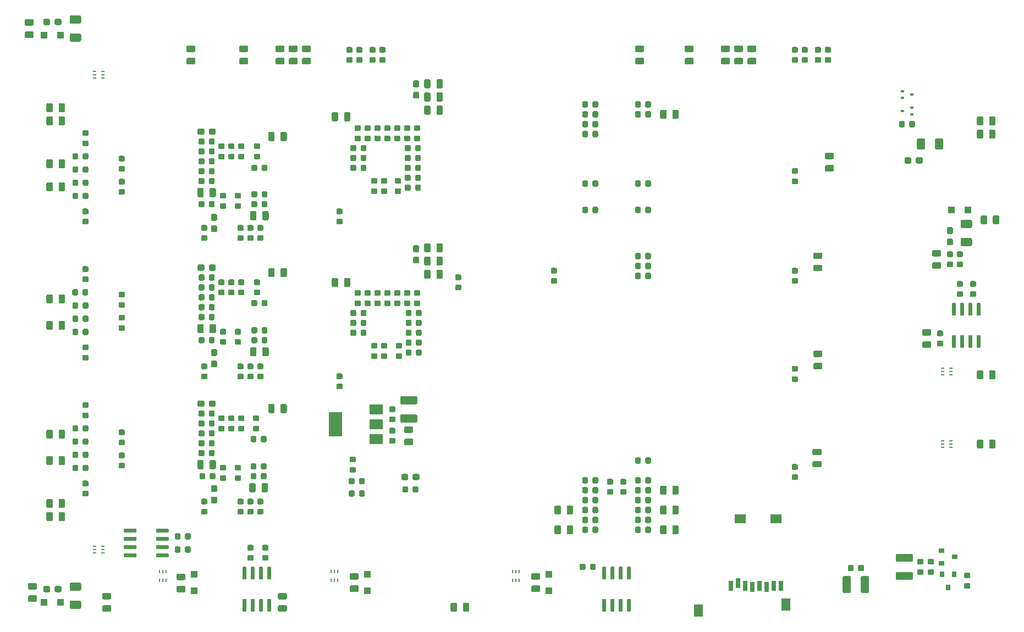
<source format=gbr>
%TF.GenerationSoftware,KiCad,Pcbnew,(5.1.5)-3*%
%TF.CreationDate,2020-11-13T11:58:21+01:00*%
%TF.ProjectId,RpiSecLab,52706953-6563-44c6-9162-2e6b69636164,rev?*%
%TF.SameCoordinates,Original*%
%TF.FileFunction,Paste,Bot*%
%TF.FilePolarity,Positive*%
%FSLAX46Y46*%
G04 Gerber Fmt 4.6, Leading zero omitted, Abs format (unit mm)*
G04 Created by KiCad (PCBNEW (5.1.5)-3) date 2020-11-13 11:58:21*
%MOMM*%
%LPD*%
G04 APERTURE LIST*
%ADD10C,0.100000*%
%ADD11R,1.000000X1.000000*%
%ADD12R,0.480000X0.200000*%
%ADD13R,0.200000X0.480000*%
%ADD14R,0.800000X0.900000*%
%ADD15R,2.000000X3.800000*%
%ADD16R,2.000000X1.500000*%
%ADD17R,0.800000X1.500000*%
%ADD18R,1.400000X1.900000*%
%ADD19R,1.800000X1.400000*%
%ADD20R,0.550000X0.400000*%
%ADD21R,0.900000X0.800000*%
G04 APERTURE END LIST*
D10*
G36*
X40397691Y-78647053D02*
G01*
X40418926Y-78650203D01*
X40439750Y-78655419D01*
X40459962Y-78662651D01*
X40479368Y-78671830D01*
X40497781Y-78682866D01*
X40515024Y-78695654D01*
X40530930Y-78710070D01*
X40545346Y-78725976D01*
X40558134Y-78743219D01*
X40569170Y-78761632D01*
X40578349Y-78781038D01*
X40585581Y-78801250D01*
X40590797Y-78822074D01*
X40593947Y-78843309D01*
X40595000Y-78864750D01*
X40595000Y-79377250D01*
X40593947Y-79398691D01*
X40590797Y-79419926D01*
X40585581Y-79440750D01*
X40578349Y-79460962D01*
X40569170Y-79480368D01*
X40558134Y-79498781D01*
X40545346Y-79516024D01*
X40530930Y-79531930D01*
X40515024Y-79546346D01*
X40497781Y-79559134D01*
X40479368Y-79570170D01*
X40459962Y-79579349D01*
X40439750Y-79586581D01*
X40418926Y-79591797D01*
X40397691Y-79594947D01*
X40376250Y-79596000D01*
X39938750Y-79596000D01*
X39917309Y-79594947D01*
X39896074Y-79591797D01*
X39875250Y-79586581D01*
X39855038Y-79579349D01*
X39835632Y-79570170D01*
X39817219Y-79559134D01*
X39799976Y-79546346D01*
X39784070Y-79531930D01*
X39769654Y-79516024D01*
X39756866Y-79498781D01*
X39745830Y-79480368D01*
X39736651Y-79460962D01*
X39729419Y-79440750D01*
X39724203Y-79419926D01*
X39721053Y-79398691D01*
X39720000Y-79377250D01*
X39720000Y-78864750D01*
X39721053Y-78843309D01*
X39724203Y-78822074D01*
X39729419Y-78801250D01*
X39736651Y-78781038D01*
X39745830Y-78761632D01*
X39756866Y-78743219D01*
X39769654Y-78725976D01*
X39784070Y-78710070D01*
X39799976Y-78695654D01*
X39817219Y-78682866D01*
X39835632Y-78671830D01*
X39855038Y-78662651D01*
X39875250Y-78655419D01*
X39896074Y-78650203D01*
X39917309Y-78647053D01*
X39938750Y-78646000D01*
X40376250Y-78646000D01*
X40397691Y-78647053D01*
G37*
G36*
X38822691Y-78647053D02*
G01*
X38843926Y-78650203D01*
X38864750Y-78655419D01*
X38884962Y-78662651D01*
X38904368Y-78671830D01*
X38922781Y-78682866D01*
X38940024Y-78695654D01*
X38955930Y-78710070D01*
X38970346Y-78725976D01*
X38983134Y-78743219D01*
X38994170Y-78761632D01*
X39003349Y-78781038D01*
X39010581Y-78801250D01*
X39015797Y-78822074D01*
X39018947Y-78843309D01*
X39020000Y-78864750D01*
X39020000Y-79377250D01*
X39018947Y-79398691D01*
X39015797Y-79419926D01*
X39010581Y-79440750D01*
X39003349Y-79460962D01*
X38994170Y-79480368D01*
X38983134Y-79498781D01*
X38970346Y-79516024D01*
X38955930Y-79531930D01*
X38940024Y-79546346D01*
X38922781Y-79559134D01*
X38904368Y-79570170D01*
X38884962Y-79579349D01*
X38864750Y-79586581D01*
X38843926Y-79591797D01*
X38822691Y-79594947D01*
X38801250Y-79596000D01*
X38363750Y-79596000D01*
X38342309Y-79594947D01*
X38321074Y-79591797D01*
X38300250Y-79586581D01*
X38280038Y-79579349D01*
X38260632Y-79570170D01*
X38242219Y-79559134D01*
X38224976Y-79546346D01*
X38209070Y-79531930D01*
X38194654Y-79516024D01*
X38181866Y-79498781D01*
X38170830Y-79480368D01*
X38161651Y-79460962D01*
X38154419Y-79440750D01*
X38149203Y-79419926D01*
X38146053Y-79398691D01*
X38145000Y-79377250D01*
X38145000Y-78864750D01*
X38146053Y-78843309D01*
X38149203Y-78822074D01*
X38154419Y-78801250D01*
X38161651Y-78781038D01*
X38170830Y-78761632D01*
X38181866Y-78743219D01*
X38194654Y-78725976D01*
X38209070Y-78710070D01*
X38224976Y-78695654D01*
X38242219Y-78682866D01*
X38260632Y-78671830D01*
X38280038Y-78662651D01*
X38300250Y-78655419D01*
X38321074Y-78650203D01*
X38342309Y-78647053D01*
X38363750Y-78646000D01*
X38801250Y-78646000D01*
X38822691Y-78647053D01*
G37*
G36*
X40372191Y-95538053D02*
G01*
X40393426Y-95541203D01*
X40414250Y-95546419D01*
X40434462Y-95553651D01*
X40453868Y-95562830D01*
X40472281Y-95573866D01*
X40489524Y-95586654D01*
X40505430Y-95601070D01*
X40519846Y-95616976D01*
X40532634Y-95634219D01*
X40543670Y-95652632D01*
X40552849Y-95672038D01*
X40560081Y-95692250D01*
X40565297Y-95713074D01*
X40568447Y-95734309D01*
X40569500Y-95755750D01*
X40569500Y-96268250D01*
X40568447Y-96289691D01*
X40565297Y-96310926D01*
X40560081Y-96331750D01*
X40552849Y-96351962D01*
X40543670Y-96371368D01*
X40532634Y-96389781D01*
X40519846Y-96407024D01*
X40505430Y-96422930D01*
X40489524Y-96437346D01*
X40472281Y-96450134D01*
X40453868Y-96461170D01*
X40434462Y-96470349D01*
X40414250Y-96477581D01*
X40393426Y-96482797D01*
X40372191Y-96485947D01*
X40350750Y-96487000D01*
X39913250Y-96487000D01*
X39891809Y-96485947D01*
X39870574Y-96482797D01*
X39849750Y-96477581D01*
X39829538Y-96470349D01*
X39810132Y-96461170D01*
X39791719Y-96450134D01*
X39774476Y-96437346D01*
X39758570Y-96422930D01*
X39744154Y-96407024D01*
X39731366Y-96389781D01*
X39720330Y-96371368D01*
X39711151Y-96351962D01*
X39703919Y-96331750D01*
X39698703Y-96310926D01*
X39695553Y-96289691D01*
X39694500Y-96268250D01*
X39694500Y-95755750D01*
X39695553Y-95734309D01*
X39698703Y-95713074D01*
X39703919Y-95692250D01*
X39711151Y-95672038D01*
X39720330Y-95652632D01*
X39731366Y-95634219D01*
X39744154Y-95616976D01*
X39758570Y-95601070D01*
X39774476Y-95586654D01*
X39791719Y-95573866D01*
X39810132Y-95562830D01*
X39829538Y-95553651D01*
X39849750Y-95546419D01*
X39870574Y-95541203D01*
X39891809Y-95538053D01*
X39913250Y-95537000D01*
X40350750Y-95537000D01*
X40372191Y-95538053D01*
G37*
G36*
X38797191Y-95538053D02*
G01*
X38818426Y-95541203D01*
X38839250Y-95546419D01*
X38859462Y-95553651D01*
X38878868Y-95562830D01*
X38897281Y-95573866D01*
X38914524Y-95586654D01*
X38930430Y-95601070D01*
X38944846Y-95616976D01*
X38957634Y-95634219D01*
X38968670Y-95652632D01*
X38977849Y-95672038D01*
X38985081Y-95692250D01*
X38990297Y-95713074D01*
X38993447Y-95734309D01*
X38994500Y-95755750D01*
X38994500Y-96268250D01*
X38993447Y-96289691D01*
X38990297Y-96310926D01*
X38985081Y-96331750D01*
X38977849Y-96351962D01*
X38968670Y-96371368D01*
X38957634Y-96389781D01*
X38944846Y-96407024D01*
X38930430Y-96422930D01*
X38914524Y-96437346D01*
X38897281Y-96450134D01*
X38878868Y-96461170D01*
X38859462Y-96470349D01*
X38839250Y-96477581D01*
X38818426Y-96482797D01*
X38797191Y-96485947D01*
X38775750Y-96487000D01*
X38338250Y-96487000D01*
X38316809Y-96485947D01*
X38295574Y-96482797D01*
X38274750Y-96477581D01*
X38254538Y-96470349D01*
X38235132Y-96461170D01*
X38216719Y-96450134D01*
X38199476Y-96437346D01*
X38183570Y-96422930D01*
X38169154Y-96407024D01*
X38156366Y-96389781D01*
X38145330Y-96371368D01*
X38136151Y-96351962D01*
X38128919Y-96331750D01*
X38123703Y-96310926D01*
X38120553Y-96289691D01*
X38119500Y-96268250D01*
X38119500Y-95755750D01*
X38120553Y-95734309D01*
X38123703Y-95713074D01*
X38128919Y-95692250D01*
X38136151Y-95672038D01*
X38145330Y-95652632D01*
X38156366Y-95634219D01*
X38169154Y-95616976D01*
X38183570Y-95601070D01*
X38199476Y-95586654D01*
X38216719Y-95573866D01*
X38235132Y-95562830D01*
X38254538Y-95553651D01*
X38274750Y-95546419D01*
X38295574Y-95541203D01*
X38316809Y-95538053D01*
X38338250Y-95537000D01*
X38775750Y-95537000D01*
X38797191Y-95538053D01*
G37*
G36*
X40397691Y-99602053D02*
G01*
X40418926Y-99605203D01*
X40439750Y-99610419D01*
X40459962Y-99617651D01*
X40479368Y-99626830D01*
X40497781Y-99637866D01*
X40515024Y-99650654D01*
X40530930Y-99665070D01*
X40545346Y-99680976D01*
X40558134Y-99698219D01*
X40569170Y-99716632D01*
X40578349Y-99736038D01*
X40585581Y-99756250D01*
X40590797Y-99777074D01*
X40593947Y-99798309D01*
X40595000Y-99819750D01*
X40595000Y-100332250D01*
X40593947Y-100353691D01*
X40590797Y-100374926D01*
X40585581Y-100395750D01*
X40578349Y-100415962D01*
X40569170Y-100435368D01*
X40558134Y-100453781D01*
X40545346Y-100471024D01*
X40530930Y-100486930D01*
X40515024Y-100501346D01*
X40497781Y-100514134D01*
X40479368Y-100525170D01*
X40459962Y-100534349D01*
X40439750Y-100541581D01*
X40418926Y-100546797D01*
X40397691Y-100549947D01*
X40376250Y-100551000D01*
X39938750Y-100551000D01*
X39917309Y-100549947D01*
X39896074Y-100546797D01*
X39875250Y-100541581D01*
X39855038Y-100534349D01*
X39835632Y-100525170D01*
X39817219Y-100514134D01*
X39799976Y-100501346D01*
X39784070Y-100486930D01*
X39769654Y-100471024D01*
X39756866Y-100453781D01*
X39745830Y-100435368D01*
X39736651Y-100415962D01*
X39729419Y-100395750D01*
X39724203Y-100374926D01*
X39721053Y-100353691D01*
X39720000Y-100332250D01*
X39720000Y-99819750D01*
X39721053Y-99798309D01*
X39724203Y-99777074D01*
X39729419Y-99756250D01*
X39736651Y-99736038D01*
X39745830Y-99716632D01*
X39756866Y-99698219D01*
X39769654Y-99680976D01*
X39784070Y-99665070D01*
X39799976Y-99650654D01*
X39817219Y-99637866D01*
X39835632Y-99626830D01*
X39855038Y-99617651D01*
X39875250Y-99610419D01*
X39896074Y-99605203D01*
X39917309Y-99602053D01*
X39938750Y-99601000D01*
X40376250Y-99601000D01*
X40397691Y-99602053D01*
G37*
G36*
X38822691Y-99602053D02*
G01*
X38843926Y-99605203D01*
X38864750Y-99610419D01*
X38884962Y-99617651D01*
X38904368Y-99626830D01*
X38922781Y-99637866D01*
X38940024Y-99650654D01*
X38955930Y-99665070D01*
X38970346Y-99680976D01*
X38983134Y-99698219D01*
X38994170Y-99716632D01*
X39003349Y-99736038D01*
X39010581Y-99756250D01*
X39015797Y-99777074D01*
X39018947Y-99798309D01*
X39020000Y-99819750D01*
X39020000Y-100332250D01*
X39018947Y-100353691D01*
X39015797Y-100374926D01*
X39010581Y-100395750D01*
X39003349Y-100415962D01*
X38994170Y-100435368D01*
X38983134Y-100453781D01*
X38970346Y-100471024D01*
X38955930Y-100486930D01*
X38940024Y-100501346D01*
X38922781Y-100514134D01*
X38904368Y-100525170D01*
X38884962Y-100534349D01*
X38864750Y-100541581D01*
X38843926Y-100546797D01*
X38822691Y-100549947D01*
X38801250Y-100551000D01*
X38363750Y-100551000D01*
X38342309Y-100549947D01*
X38321074Y-100546797D01*
X38300250Y-100541581D01*
X38280038Y-100534349D01*
X38260632Y-100525170D01*
X38242219Y-100514134D01*
X38224976Y-100501346D01*
X38209070Y-100486930D01*
X38194654Y-100471024D01*
X38181866Y-100453781D01*
X38170830Y-100435368D01*
X38161651Y-100415962D01*
X38154419Y-100395750D01*
X38149203Y-100374926D01*
X38146053Y-100353691D01*
X38145000Y-100332250D01*
X38145000Y-99819750D01*
X38146053Y-99798309D01*
X38149203Y-99777074D01*
X38154419Y-99756250D01*
X38161651Y-99736038D01*
X38170830Y-99716632D01*
X38181866Y-99698219D01*
X38194654Y-99680976D01*
X38209070Y-99665070D01*
X38224976Y-99650654D01*
X38242219Y-99637866D01*
X38260632Y-99626830D01*
X38280038Y-99617651D01*
X38300250Y-99610419D01*
X38321074Y-99605203D01*
X38342309Y-99602053D01*
X38363750Y-99601000D01*
X38801250Y-99601000D01*
X38822691Y-99602053D01*
G37*
G36*
X40397691Y-97570053D02*
G01*
X40418926Y-97573203D01*
X40439750Y-97578419D01*
X40459962Y-97585651D01*
X40479368Y-97594830D01*
X40497781Y-97605866D01*
X40515024Y-97618654D01*
X40530930Y-97633070D01*
X40545346Y-97648976D01*
X40558134Y-97666219D01*
X40569170Y-97684632D01*
X40578349Y-97704038D01*
X40585581Y-97724250D01*
X40590797Y-97745074D01*
X40593947Y-97766309D01*
X40595000Y-97787750D01*
X40595000Y-98300250D01*
X40593947Y-98321691D01*
X40590797Y-98342926D01*
X40585581Y-98363750D01*
X40578349Y-98383962D01*
X40569170Y-98403368D01*
X40558134Y-98421781D01*
X40545346Y-98439024D01*
X40530930Y-98454930D01*
X40515024Y-98469346D01*
X40497781Y-98482134D01*
X40479368Y-98493170D01*
X40459962Y-98502349D01*
X40439750Y-98509581D01*
X40418926Y-98514797D01*
X40397691Y-98517947D01*
X40376250Y-98519000D01*
X39938750Y-98519000D01*
X39917309Y-98517947D01*
X39896074Y-98514797D01*
X39875250Y-98509581D01*
X39855038Y-98502349D01*
X39835632Y-98493170D01*
X39817219Y-98482134D01*
X39799976Y-98469346D01*
X39784070Y-98454930D01*
X39769654Y-98439024D01*
X39756866Y-98421781D01*
X39745830Y-98403368D01*
X39736651Y-98383962D01*
X39729419Y-98363750D01*
X39724203Y-98342926D01*
X39721053Y-98321691D01*
X39720000Y-98300250D01*
X39720000Y-97787750D01*
X39721053Y-97766309D01*
X39724203Y-97745074D01*
X39729419Y-97724250D01*
X39736651Y-97704038D01*
X39745830Y-97684632D01*
X39756866Y-97666219D01*
X39769654Y-97648976D01*
X39784070Y-97633070D01*
X39799976Y-97618654D01*
X39817219Y-97605866D01*
X39835632Y-97594830D01*
X39855038Y-97585651D01*
X39875250Y-97578419D01*
X39896074Y-97573203D01*
X39917309Y-97570053D01*
X39938750Y-97569000D01*
X40376250Y-97569000D01*
X40397691Y-97570053D01*
G37*
G36*
X38822691Y-97570053D02*
G01*
X38843926Y-97573203D01*
X38864750Y-97578419D01*
X38884962Y-97585651D01*
X38904368Y-97594830D01*
X38922781Y-97605866D01*
X38940024Y-97618654D01*
X38955930Y-97633070D01*
X38970346Y-97648976D01*
X38983134Y-97666219D01*
X38994170Y-97684632D01*
X39003349Y-97704038D01*
X39010581Y-97724250D01*
X39015797Y-97745074D01*
X39018947Y-97766309D01*
X39020000Y-97787750D01*
X39020000Y-98300250D01*
X39018947Y-98321691D01*
X39015797Y-98342926D01*
X39010581Y-98363750D01*
X39003349Y-98383962D01*
X38994170Y-98403368D01*
X38983134Y-98421781D01*
X38970346Y-98439024D01*
X38955930Y-98454930D01*
X38940024Y-98469346D01*
X38922781Y-98482134D01*
X38904368Y-98493170D01*
X38884962Y-98502349D01*
X38864750Y-98509581D01*
X38843926Y-98514797D01*
X38822691Y-98517947D01*
X38801250Y-98519000D01*
X38363750Y-98519000D01*
X38342309Y-98517947D01*
X38321074Y-98514797D01*
X38300250Y-98509581D01*
X38280038Y-98502349D01*
X38260632Y-98493170D01*
X38242219Y-98482134D01*
X38224976Y-98469346D01*
X38209070Y-98454930D01*
X38194654Y-98439024D01*
X38181866Y-98421781D01*
X38170830Y-98403368D01*
X38161651Y-98383962D01*
X38154419Y-98363750D01*
X38149203Y-98342926D01*
X38146053Y-98321691D01*
X38145000Y-98300250D01*
X38145000Y-97787750D01*
X38146053Y-97766309D01*
X38149203Y-97745074D01*
X38154419Y-97724250D01*
X38161651Y-97704038D01*
X38170830Y-97684632D01*
X38181866Y-97666219D01*
X38194654Y-97648976D01*
X38209070Y-97633070D01*
X38224976Y-97618654D01*
X38242219Y-97605866D01*
X38260632Y-97594830D01*
X38280038Y-97585651D01*
X38300250Y-97578419D01*
X38321074Y-97573203D01*
X38342309Y-97570053D01*
X38363750Y-97569000D01*
X38801250Y-97569000D01*
X38822691Y-97570053D01*
G37*
G36*
X40397691Y-101634053D02*
G01*
X40418926Y-101637203D01*
X40439750Y-101642419D01*
X40459962Y-101649651D01*
X40479368Y-101658830D01*
X40497781Y-101669866D01*
X40515024Y-101682654D01*
X40530930Y-101697070D01*
X40545346Y-101712976D01*
X40558134Y-101730219D01*
X40569170Y-101748632D01*
X40578349Y-101768038D01*
X40585581Y-101788250D01*
X40590797Y-101809074D01*
X40593947Y-101830309D01*
X40595000Y-101851750D01*
X40595000Y-102364250D01*
X40593947Y-102385691D01*
X40590797Y-102406926D01*
X40585581Y-102427750D01*
X40578349Y-102447962D01*
X40569170Y-102467368D01*
X40558134Y-102485781D01*
X40545346Y-102503024D01*
X40530930Y-102518930D01*
X40515024Y-102533346D01*
X40497781Y-102546134D01*
X40479368Y-102557170D01*
X40459962Y-102566349D01*
X40439750Y-102573581D01*
X40418926Y-102578797D01*
X40397691Y-102581947D01*
X40376250Y-102583000D01*
X39938750Y-102583000D01*
X39917309Y-102581947D01*
X39896074Y-102578797D01*
X39875250Y-102573581D01*
X39855038Y-102566349D01*
X39835632Y-102557170D01*
X39817219Y-102546134D01*
X39799976Y-102533346D01*
X39784070Y-102518930D01*
X39769654Y-102503024D01*
X39756866Y-102485781D01*
X39745830Y-102467368D01*
X39736651Y-102447962D01*
X39729419Y-102427750D01*
X39724203Y-102406926D01*
X39721053Y-102385691D01*
X39720000Y-102364250D01*
X39720000Y-101851750D01*
X39721053Y-101830309D01*
X39724203Y-101809074D01*
X39729419Y-101788250D01*
X39736651Y-101768038D01*
X39745830Y-101748632D01*
X39756866Y-101730219D01*
X39769654Y-101712976D01*
X39784070Y-101697070D01*
X39799976Y-101682654D01*
X39817219Y-101669866D01*
X39835632Y-101658830D01*
X39855038Y-101649651D01*
X39875250Y-101642419D01*
X39896074Y-101637203D01*
X39917309Y-101634053D01*
X39938750Y-101633000D01*
X40376250Y-101633000D01*
X40397691Y-101634053D01*
G37*
G36*
X38822691Y-101634053D02*
G01*
X38843926Y-101637203D01*
X38864750Y-101642419D01*
X38884962Y-101649651D01*
X38904368Y-101658830D01*
X38922781Y-101669866D01*
X38940024Y-101682654D01*
X38955930Y-101697070D01*
X38970346Y-101712976D01*
X38983134Y-101730219D01*
X38994170Y-101748632D01*
X39003349Y-101768038D01*
X39010581Y-101788250D01*
X39015797Y-101809074D01*
X39018947Y-101830309D01*
X39020000Y-101851750D01*
X39020000Y-102364250D01*
X39018947Y-102385691D01*
X39015797Y-102406926D01*
X39010581Y-102427750D01*
X39003349Y-102447962D01*
X38994170Y-102467368D01*
X38983134Y-102485781D01*
X38970346Y-102503024D01*
X38955930Y-102518930D01*
X38940024Y-102533346D01*
X38922781Y-102546134D01*
X38904368Y-102557170D01*
X38884962Y-102566349D01*
X38864750Y-102573581D01*
X38843926Y-102578797D01*
X38822691Y-102581947D01*
X38801250Y-102583000D01*
X38363750Y-102583000D01*
X38342309Y-102581947D01*
X38321074Y-102578797D01*
X38300250Y-102573581D01*
X38280038Y-102566349D01*
X38260632Y-102557170D01*
X38242219Y-102546134D01*
X38224976Y-102533346D01*
X38209070Y-102518930D01*
X38194654Y-102503024D01*
X38181866Y-102485781D01*
X38170830Y-102467368D01*
X38161651Y-102447962D01*
X38154419Y-102427750D01*
X38149203Y-102406926D01*
X38146053Y-102385691D01*
X38145000Y-102364250D01*
X38145000Y-101851750D01*
X38146053Y-101830309D01*
X38149203Y-101809074D01*
X38154419Y-101788250D01*
X38161651Y-101768038D01*
X38170830Y-101748632D01*
X38181866Y-101730219D01*
X38194654Y-101712976D01*
X38209070Y-101697070D01*
X38224976Y-101682654D01*
X38242219Y-101669866D01*
X38260632Y-101658830D01*
X38280038Y-101649651D01*
X38300250Y-101642419D01*
X38321074Y-101637203D01*
X38342309Y-101634053D01*
X38363750Y-101633000D01*
X38801250Y-101633000D01*
X38822691Y-101634053D01*
G37*
G36*
X40397691Y-116493053D02*
G01*
X40418926Y-116496203D01*
X40439750Y-116501419D01*
X40459962Y-116508651D01*
X40479368Y-116517830D01*
X40497781Y-116528866D01*
X40515024Y-116541654D01*
X40530930Y-116556070D01*
X40545346Y-116571976D01*
X40558134Y-116589219D01*
X40569170Y-116607632D01*
X40578349Y-116627038D01*
X40585581Y-116647250D01*
X40590797Y-116668074D01*
X40593947Y-116689309D01*
X40595000Y-116710750D01*
X40595000Y-117223250D01*
X40593947Y-117244691D01*
X40590797Y-117265926D01*
X40585581Y-117286750D01*
X40578349Y-117306962D01*
X40569170Y-117326368D01*
X40558134Y-117344781D01*
X40545346Y-117362024D01*
X40530930Y-117377930D01*
X40515024Y-117392346D01*
X40497781Y-117405134D01*
X40479368Y-117416170D01*
X40459962Y-117425349D01*
X40439750Y-117432581D01*
X40418926Y-117437797D01*
X40397691Y-117440947D01*
X40376250Y-117442000D01*
X39938750Y-117442000D01*
X39917309Y-117440947D01*
X39896074Y-117437797D01*
X39875250Y-117432581D01*
X39855038Y-117425349D01*
X39835632Y-117416170D01*
X39817219Y-117405134D01*
X39799976Y-117392346D01*
X39784070Y-117377930D01*
X39769654Y-117362024D01*
X39756866Y-117344781D01*
X39745830Y-117326368D01*
X39736651Y-117306962D01*
X39729419Y-117286750D01*
X39724203Y-117265926D01*
X39721053Y-117244691D01*
X39720000Y-117223250D01*
X39720000Y-116710750D01*
X39721053Y-116689309D01*
X39724203Y-116668074D01*
X39729419Y-116647250D01*
X39736651Y-116627038D01*
X39745830Y-116607632D01*
X39756866Y-116589219D01*
X39769654Y-116571976D01*
X39784070Y-116556070D01*
X39799976Y-116541654D01*
X39817219Y-116528866D01*
X39835632Y-116517830D01*
X39855038Y-116508651D01*
X39875250Y-116501419D01*
X39896074Y-116496203D01*
X39917309Y-116493053D01*
X39938750Y-116492000D01*
X40376250Y-116492000D01*
X40397691Y-116493053D01*
G37*
G36*
X38822691Y-116493053D02*
G01*
X38843926Y-116496203D01*
X38864750Y-116501419D01*
X38884962Y-116508651D01*
X38904368Y-116517830D01*
X38922781Y-116528866D01*
X38940024Y-116541654D01*
X38955930Y-116556070D01*
X38970346Y-116571976D01*
X38983134Y-116589219D01*
X38994170Y-116607632D01*
X39003349Y-116627038D01*
X39010581Y-116647250D01*
X39015797Y-116668074D01*
X39018947Y-116689309D01*
X39020000Y-116710750D01*
X39020000Y-117223250D01*
X39018947Y-117244691D01*
X39015797Y-117265926D01*
X39010581Y-117286750D01*
X39003349Y-117306962D01*
X38994170Y-117326368D01*
X38983134Y-117344781D01*
X38970346Y-117362024D01*
X38955930Y-117377930D01*
X38940024Y-117392346D01*
X38922781Y-117405134D01*
X38904368Y-117416170D01*
X38884962Y-117425349D01*
X38864750Y-117432581D01*
X38843926Y-117437797D01*
X38822691Y-117440947D01*
X38801250Y-117442000D01*
X38363750Y-117442000D01*
X38342309Y-117440947D01*
X38321074Y-117437797D01*
X38300250Y-117432581D01*
X38280038Y-117425349D01*
X38260632Y-117416170D01*
X38242219Y-117405134D01*
X38224976Y-117392346D01*
X38209070Y-117377930D01*
X38194654Y-117362024D01*
X38181866Y-117344781D01*
X38170830Y-117326368D01*
X38161651Y-117306962D01*
X38154419Y-117286750D01*
X38149203Y-117265926D01*
X38146053Y-117244691D01*
X38145000Y-117223250D01*
X38145000Y-116710750D01*
X38146053Y-116689309D01*
X38149203Y-116668074D01*
X38154419Y-116647250D01*
X38161651Y-116627038D01*
X38170830Y-116607632D01*
X38181866Y-116589219D01*
X38194654Y-116571976D01*
X38209070Y-116556070D01*
X38224976Y-116541654D01*
X38242219Y-116528866D01*
X38260632Y-116517830D01*
X38280038Y-116508651D01*
X38300250Y-116501419D01*
X38321074Y-116496203D01*
X38342309Y-116493053D01*
X38363750Y-116492000D01*
X38801250Y-116492000D01*
X38822691Y-116493053D01*
G37*
G36*
X40397691Y-120557053D02*
G01*
X40418926Y-120560203D01*
X40439750Y-120565419D01*
X40459962Y-120572651D01*
X40479368Y-120581830D01*
X40497781Y-120592866D01*
X40515024Y-120605654D01*
X40530930Y-120620070D01*
X40545346Y-120635976D01*
X40558134Y-120653219D01*
X40569170Y-120671632D01*
X40578349Y-120691038D01*
X40585581Y-120711250D01*
X40590797Y-120732074D01*
X40593947Y-120753309D01*
X40595000Y-120774750D01*
X40595000Y-121287250D01*
X40593947Y-121308691D01*
X40590797Y-121329926D01*
X40585581Y-121350750D01*
X40578349Y-121370962D01*
X40569170Y-121390368D01*
X40558134Y-121408781D01*
X40545346Y-121426024D01*
X40530930Y-121441930D01*
X40515024Y-121456346D01*
X40497781Y-121469134D01*
X40479368Y-121480170D01*
X40459962Y-121489349D01*
X40439750Y-121496581D01*
X40418926Y-121501797D01*
X40397691Y-121504947D01*
X40376250Y-121506000D01*
X39938750Y-121506000D01*
X39917309Y-121504947D01*
X39896074Y-121501797D01*
X39875250Y-121496581D01*
X39855038Y-121489349D01*
X39835632Y-121480170D01*
X39817219Y-121469134D01*
X39799976Y-121456346D01*
X39784070Y-121441930D01*
X39769654Y-121426024D01*
X39756866Y-121408781D01*
X39745830Y-121390368D01*
X39736651Y-121370962D01*
X39729419Y-121350750D01*
X39724203Y-121329926D01*
X39721053Y-121308691D01*
X39720000Y-121287250D01*
X39720000Y-120774750D01*
X39721053Y-120753309D01*
X39724203Y-120732074D01*
X39729419Y-120711250D01*
X39736651Y-120691038D01*
X39745830Y-120671632D01*
X39756866Y-120653219D01*
X39769654Y-120635976D01*
X39784070Y-120620070D01*
X39799976Y-120605654D01*
X39817219Y-120592866D01*
X39835632Y-120581830D01*
X39855038Y-120572651D01*
X39875250Y-120565419D01*
X39896074Y-120560203D01*
X39917309Y-120557053D01*
X39938750Y-120556000D01*
X40376250Y-120556000D01*
X40397691Y-120557053D01*
G37*
G36*
X38822691Y-120557053D02*
G01*
X38843926Y-120560203D01*
X38864750Y-120565419D01*
X38884962Y-120572651D01*
X38904368Y-120581830D01*
X38922781Y-120592866D01*
X38940024Y-120605654D01*
X38955930Y-120620070D01*
X38970346Y-120635976D01*
X38983134Y-120653219D01*
X38994170Y-120671632D01*
X39003349Y-120691038D01*
X39010581Y-120711250D01*
X39015797Y-120732074D01*
X39018947Y-120753309D01*
X39020000Y-120774750D01*
X39020000Y-121287250D01*
X39018947Y-121308691D01*
X39015797Y-121329926D01*
X39010581Y-121350750D01*
X39003349Y-121370962D01*
X38994170Y-121390368D01*
X38983134Y-121408781D01*
X38970346Y-121426024D01*
X38955930Y-121441930D01*
X38940024Y-121456346D01*
X38922781Y-121469134D01*
X38904368Y-121480170D01*
X38884962Y-121489349D01*
X38864750Y-121496581D01*
X38843926Y-121501797D01*
X38822691Y-121504947D01*
X38801250Y-121506000D01*
X38363750Y-121506000D01*
X38342309Y-121504947D01*
X38321074Y-121501797D01*
X38300250Y-121496581D01*
X38280038Y-121489349D01*
X38260632Y-121480170D01*
X38242219Y-121469134D01*
X38224976Y-121456346D01*
X38209070Y-121441930D01*
X38194654Y-121426024D01*
X38181866Y-121408781D01*
X38170830Y-121390368D01*
X38161651Y-121370962D01*
X38154419Y-121350750D01*
X38149203Y-121329926D01*
X38146053Y-121308691D01*
X38145000Y-121287250D01*
X38145000Y-120774750D01*
X38146053Y-120753309D01*
X38149203Y-120732074D01*
X38154419Y-120711250D01*
X38161651Y-120691038D01*
X38170830Y-120671632D01*
X38181866Y-120653219D01*
X38194654Y-120635976D01*
X38209070Y-120620070D01*
X38224976Y-120605654D01*
X38242219Y-120592866D01*
X38260632Y-120581830D01*
X38280038Y-120572651D01*
X38300250Y-120565419D01*
X38321074Y-120560203D01*
X38342309Y-120557053D01*
X38363750Y-120556000D01*
X38801250Y-120556000D01*
X38822691Y-120557053D01*
G37*
G36*
X40397691Y-118525053D02*
G01*
X40418926Y-118528203D01*
X40439750Y-118533419D01*
X40459962Y-118540651D01*
X40479368Y-118549830D01*
X40497781Y-118560866D01*
X40515024Y-118573654D01*
X40530930Y-118588070D01*
X40545346Y-118603976D01*
X40558134Y-118621219D01*
X40569170Y-118639632D01*
X40578349Y-118659038D01*
X40585581Y-118679250D01*
X40590797Y-118700074D01*
X40593947Y-118721309D01*
X40595000Y-118742750D01*
X40595000Y-119255250D01*
X40593947Y-119276691D01*
X40590797Y-119297926D01*
X40585581Y-119318750D01*
X40578349Y-119338962D01*
X40569170Y-119358368D01*
X40558134Y-119376781D01*
X40545346Y-119394024D01*
X40530930Y-119409930D01*
X40515024Y-119424346D01*
X40497781Y-119437134D01*
X40479368Y-119448170D01*
X40459962Y-119457349D01*
X40439750Y-119464581D01*
X40418926Y-119469797D01*
X40397691Y-119472947D01*
X40376250Y-119474000D01*
X39938750Y-119474000D01*
X39917309Y-119472947D01*
X39896074Y-119469797D01*
X39875250Y-119464581D01*
X39855038Y-119457349D01*
X39835632Y-119448170D01*
X39817219Y-119437134D01*
X39799976Y-119424346D01*
X39784070Y-119409930D01*
X39769654Y-119394024D01*
X39756866Y-119376781D01*
X39745830Y-119358368D01*
X39736651Y-119338962D01*
X39729419Y-119318750D01*
X39724203Y-119297926D01*
X39721053Y-119276691D01*
X39720000Y-119255250D01*
X39720000Y-118742750D01*
X39721053Y-118721309D01*
X39724203Y-118700074D01*
X39729419Y-118679250D01*
X39736651Y-118659038D01*
X39745830Y-118639632D01*
X39756866Y-118621219D01*
X39769654Y-118603976D01*
X39784070Y-118588070D01*
X39799976Y-118573654D01*
X39817219Y-118560866D01*
X39835632Y-118549830D01*
X39855038Y-118540651D01*
X39875250Y-118533419D01*
X39896074Y-118528203D01*
X39917309Y-118525053D01*
X39938750Y-118524000D01*
X40376250Y-118524000D01*
X40397691Y-118525053D01*
G37*
G36*
X38822691Y-118525053D02*
G01*
X38843926Y-118528203D01*
X38864750Y-118533419D01*
X38884962Y-118540651D01*
X38904368Y-118549830D01*
X38922781Y-118560866D01*
X38940024Y-118573654D01*
X38955930Y-118588070D01*
X38970346Y-118603976D01*
X38983134Y-118621219D01*
X38994170Y-118639632D01*
X39003349Y-118659038D01*
X39010581Y-118679250D01*
X39015797Y-118700074D01*
X39018947Y-118721309D01*
X39020000Y-118742750D01*
X39020000Y-119255250D01*
X39018947Y-119276691D01*
X39015797Y-119297926D01*
X39010581Y-119318750D01*
X39003349Y-119338962D01*
X38994170Y-119358368D01*
X38983134Y-119376781D01*
X38970346Y-119394024D01*
X38955930Y-119409930D01*
X38940024Y-119424346D01*
X38922781Y-119437134D01*
X38904368Y-119448170D01*
X38884962Y-119457349D01*
X38864750Y-119464581D01*
X38843926Y-119469797D01*
X38822691Y-119472947D01*
X38801250Y-119474000D01*
X38363750Y-119474000D01*
X38342309Y-119472947D01*
X38321074Y-119469797D01*
X38300250Y-119464581D01*
X38280038Y-119457349D01*
X38260632Y-119448170D01*
X38242219Y-119437134D01*
X38224976Y-119424346D01*
X38209070Y-119409930D01*
X38194654Y-119394024D01*
X38181866Y-119376781D01*
X38170830Y-119358368D01*
X38161651Y-119338962D01*
X38154419Y-119318750D01*
X38149203Y-119297926D01*
X38146053Y-119276691D01*
X38145000Y-119255250D01*
X38145000Y-118742750D01*
X38146053Y-118721309D01*
X38149203Y-118700074D01*
X38154419Y-118679250D01*
X38161651Y-118659038D01*
X38170830Y-118639632D01*
X38181866Y-118621219D01*
X38194654Y-118603976D01*
X38209070Y-118588070D01*
X38224976Y-118573654D01*
X38242219Y-118560866D01*
X38260632Y-118549830D01*
X38280038Y-118540651D01*
X38300250Y-118533419D01*
X38321074Y-118528203D01*
X38342309Y-118525053D01*
X38363750Y-118524000D01*
X38801250Y-118524000D01*
X38822691Y-118525053D01*
G37*
G36*
X40397691Y-122589053D02*
G01*
X40418926Y-122592203D01*
X40439750Y-122597419D01*
X40459962Y-122604651D01*
X40479368Y-122613830D01*
X40497781Y-122624866D01*
X40515024Y-122637654D01*
X40530930Y-122652070D01*
X40545346Y-122667976D01*
X40558134Y-122685219D01*
X40569170Y-122703632D01*
X40578349Y-122723038D01*
X40585581Y-122743250D01*
X40590797Y-122764074D01*
X40593947Y-122785309D01*
X40595000Y-122806750D01*
X40595000Y-123319250D01*
X40593947Y-123340691D01*
X40590797Y-123361926D01*
X40585581Y-123382750D01*
X40578349Y-123402962D01*
X40569170Y-123422368D01*
X40558134Y-123440781D01*
X40545346Y-123458024D01*
X40530930Y-123473930D01*
X40515024Y-123488346D01*
X40497781Y-123501134D01*
X40479368Y-123512170D01*
X40459962Y-123521349D01*
X40439750Y-123528581D01*
X40418926Y-123533797D01*
X40397691Y-123536947D01*
X40376250Y-123538000D01*
X39938750Y-123538000D01*
X39917309Y-123536947D01*
X39896074Y-123533797D01*
X39875250Y-123528581D01*
X39855038Y-123521349D01*
X39835632Y-123512170D01*
X39817219Y-123501134D01*
X39799976Y-123488346D01*
X39784070Y-123473930D01*
X39769654Y-123458024D01*
X39756866Y-123440781D01*
X39745830Y-123422368D01*
X39736651Y-123402962D01*
X39729419Y-123382750D01*
X39724203Y-123361926D01*
X39721053Y-123340691D01*
X39720000Y-123319250D01*
X39720000Y-122806750D01*
X39721053Y-122785309D01*
X39724203Y-122764074D01*
X39729419Y-122743250D01*
X39736651Y-122723038D01*
X39745830Y-122703632D01*
X39756866Y-122685219D01*
X39769654Y-122667976D01*
X39784070Y-122652070D01*
X39799976Y-122637654D01*
X39817219Y-122624866D01*
X39835632Y-122613830D01*
X39855038Y-122604651D01*
X39875250Y-122597419D01*
X39896074Y-122592203D01*
X39917309Y-122589053D01*
X39938750Y-122588000D01*
X40376250Y-122588000D01*
X40397691Y-122589053D01*
G37*
G36*
X38822691Y-122589053D02*
G01*
X38843926Y-122592203D01*
X38864750Y-122597419D01*
X38884962Y-122604651D01*
X38904368Y-122613830D01*
X38922781Y-122624866D01*
X38940024Y-122637654D01*
X38955930Y-122652070D01*
X38970346Y-122667976D01*
X38983134Y-122685219D01*
X38994170Y-122703632D01*
X39003349Y-122723038D01*
X39010581Y-122743250D01*
X39015797Y-122764074D01*
X39018947Y-122785309D01*
X39020000Y-122806750D01*
X39020000Y-123319250D01*
X39018947Y-123340691D01*
X39015797Y-123361926D01*
X39010581Y-123382750D01*
X39003349Y-123402962D01*
X38994170Y-123422368D01*
X38983134Y-123440781D01*
X38970346Y-123458024D01*
X38955930Y-123473930D01*
X38940024Y-123488346D01*
X38922781Y-123501134D01*
X38904368Y-123512170D01*
X38884962Y-123521349D01*
X38864750Y-123528581D01*
X38843926Y-123533797D01*
X38822691Y-123536947D01*
X38801250Y-123538000D01*
X38363750Y-123538000D01*
X38342309Y-123536947D01*
X38321074Y-123533797D01*
X38300250Y-123528581D01*
X38280038Y-123521349D01*
X38260632Y-123512170D01*
X38242219Y-123501134D01*
X38224976Y-123488346D01*
X38209070Y-123473930D01*
X38194654Y-123458024D01*
X38181866Y-123440781D01*
X38170830Y-123422368D01*
X38161651Y-123402962D01*
X38154419Y-123382750D01*
X38149203Y-123361926D01*
X38146053Y-123340691D01*
X38145000Y-123319250D01*
X38145000Y-122806750D01*
X38146053Y-122785309D01*
X38149203Y-122764074D01*
X38154419Y-122743250D01*
X38161651Y-122723038D01*
X38170830Y-122703632D01*
X38181866Y-122685219D01*
X38194654Y-122667976D01*
X38209070Y-122652070D01*
X38224976Y-122637654D01*
X38242219Y-122624866D01*
X38260632Y-122613830D01*
X38280038Y-122604651D01*
X38300250Y-122597419D01*
X38321074Y-122592203D01*
X38342309Y-122589053D01*
X38363750Y-122588000D01*
X38801250Y-122588000D01*
X38822691Y-122589053D01*
G37*
G36*
X40397691Y-74583053D02*
G01*
X40418926Y-74586203D01*
X40439750Y-74591419D01*
X40459962Y-74598651D01*
X40479368Y-74607830D01*
X40497781Y-74618866D01*
X40515024Y-74631654D01*
X40530930Y-74646070D01*
X40545346Y-74661976D01*
X40558134Y-74679219D01*
X40569170Y-74697632D01*
X40578349Y-74717038D01*
X40585581Y-74737250D01*
X40590797Y-74758074D01*
X40593947Y-74779309D01*
X40595000Y-74800750D01*
X40595000Y-75313250D01*
X40593947Y-75334691D01*
X40590797Y-75355926D01*
X40585581Y-75376750D01*
X40578349Y-75396962D01*
X40569170Y-75416368D01*
X40558134Y-75434781D01*
X40545346Y-75452024D01*
X40530930Y-75467930D01*
X40515024Y-75482346D01*
X40497781Y-75495134D01*
X40479368Y-75506170D01*
X40459962Y-75515349D01*
X40439750Y-75522581D01*
X40418926Y-75527797D01*
X40397691Y-75530947D01*
X40376250Y-75532000D01*
X39938750Y-75532000D01*
X39917309Y-75530947D01*
X39896074Y-75527797D01*
X39875250Y-75522581D01*
X39855038Y-75515349D01*
X39835632Y-75506170D01*
X39817219Y-75495134D01*
X39799976Y-75482346D01*
X39784070Y-75467930D01*
X39769654Y-75452024D01*
X39756866Y-75434781D01*
X39745830Y-75416368D01*
X39736651Y-75396962D01*
X39729419Y-75376750D01*
X39724203Y-75355926D01*
X39721053Y-75334691D01*
X39720000Y-75313250D01*
X39720000Y-74800750D01*
X39721053Y-74779309D01*
X39724203Y-74758074D01*
X39729419Y-74737250D01*
X39736651Y-74717038D01*
X39745830Y-74697632D01*
X39756866Y-74679219D01*
X39769654Y-74661976D01*
X39784070Y-74646070D01*
X39799976Y-74631654D01*
X39817219Y-74618866D01*
X39835632Y-74607830D01*
X39855038Y-74598651D01*
X39875250Y-74591419D01*
X39896074Y-74586203D01*
X39917309Y-74583053D01*
X39938750Y-74582000D01*
X40376250Y-74582000D01*
X40397691Y-74583053D01*
G37*
G36*
X38822691Y-74583053D02*
G01*
X38843926Y-74586203D01*
X38864750Y-74591419D01*
X38884962Y-74598651D01*
X38904368Y-74607830D01*
X38922781Y-74618866D01*
X38940024Y-74631654D01*
X38955930Y-74646070D01*
X38970346Y-74661976D01*
X38983134Y-74679219D01*
X38994170Y-74697632D01*
X39003349Y-74717038D01*
X39010581Y-74737250D01*
X39015797Y-74758074D01*
X39018947Y-74779309D01*
X39020000Y-74800750D01*
X39020000Y-75313250D01*
X39018947Y-75334691D01*
X39015797Y-75355926D01*
X39010581Y-75376750D01*
X39003349Y-75396962D01*
X38994170Y-75416368D01*
X38983134Y-75434781D01*
X38970346Y-75452024D01*
X38955930Y-75467930D01*
X38940024Y-75482346D01*
X38922781Y-75495134D01*
X38904368Y-75506170D01*
X38884962Y-75515349D01*
X38864750Y-75522581D01*
X38843926Y-75527797D01*
X38822691Y-75530947D01*
X38801250Y-75532000D01*
X38363750Y-75532000D01*
X38342309Y-75530947D01*
X38321074Y-75527797D01*
X38300250Y-75522581D01*
X38280038Y-75515349D01*
X38260632Y-75506170D01*
X38242219Y-75495134D01*
X38224976Y-75482346D01*
X38209070Y-75467930D01*
X38194654Y-75452024D01*
X38181866Y-75434781D01*
X38170830Y-75416368D01*
X38161651Y-75396962D01*
X38154419Y-75376750D01*
X38149203Y-75355926D01*
X38146053Y-75334691D01*
X38145000Y-75313250D01*
X38145000Y-74800750D01*
X38146053Y-74779309D01*
X38149203Y-74758074D01*
X38154419Y-74737250D01*
X38161651Y-74717038D01*
X38170830Y-74697632D01*
X38181866Y-74679219D01*
X38194654Y-74661976D01*
X38209070Y-74646070D01*
X38224976Y-74631654D01*
X38242219Y-74618866D01*
X38260632Y-74607830D01*
X38280038Y-74598651D01*
X38300250Y-74591419D01*
X38321074Y-74586203D01*
X38342309Y-74583053D01*
X38363750Y-74582000D01*
X38801250Y-74582000D01*
X38822691Y-74583053D01*
G37*
G36*
X40397691Y-76615053D02*
G01*
X40418926Y-76618203D01*
X40439750Y-76623419D01*
X40459962Y-76630651D01*
X40479368Y-76639830D01*
X40497781Y-76650866D01*
X40515024Y-76663654D01*
X40530930Y-76678070D01*
X40545346Y-76693976D01*
X40558134Y-76711219D01*
X40569170Y-76729632D01*
X40578349Y-76749038D01*
X40585581Y-76769250D01*
X40590797Y-76790074D01*
X40593947Y-76811309D01*
X40595000Y-76832750D01*
X40595000Y-77345250D01*
X40593947Y-77366691D01*
X40590797Y-77387926D01*
X40585581Y-77408750D01*
X40578349Y-77428962D01*
X40569170Y-77448368D01*
X40558134Y-77466781D01*
X40545346Y-77484024D01*
X40530930Y-77499930D01*
X40515024Y-77514346D01*
X40497781Y-77527134D01*
X40479368Y-77538170D01*
X40459962Y-77547349D01*
X40439750Y-77554581D01*
X40418926Y-77559797D01*
X40397691Y-77562947D01*
X40376250Y-77564000D01*
X39938750Y-77564000D01*
X39917309Y-77562947D01*
X39896074Y-77559797D01*
X39875250Y-77554581D01*
X39855038Y-77547349D01*
X39835632Y-77538170D01*
X39817219Y-77527134D01*
X39799976Y-77514346D01*
X39784070Y-77499930D01*
X39769654Y-77484024D01*
X39756866Y-77466781D01*
X39745830Y-77448368D01*
X39736651Y-77428962D01*
X39729419Y-77408750D01*
X39724203Y-77387926D01*
X39721053Y-77366691D01*
X39720000Y-77345250D01*
X39720000Y-76832750D01*
X39721053Y-76811309D01*
X39724203Y-76790074D01*
X39729419Y-76769250D01*
X39736651Y-76749038D01*
X39745830Y-76729632D01*
X39756866Y-76711219D01*
X39769654Y-76693976D01*
X39784070Y-76678070D01*
X39799976Y-76663654D01*
X39817219Y-76650866D01*
X39835632Y-76639830D01*
X39855038Y-76630651D01*
X39875250Y-76623419D01*
X39896074Y-76618203D01*
X39917309Y-76615053D01*
X39938750Y-76614000D01*
X40376250Y-76614000D01*
X40397691Y-76615053D01*
G37*
G36*
X38822691Y-76615053D02*
G01*
X38843926Y-76618203D01*
X38864750Y-76623419D01*
X38884962Y-76630651D01*
X38904368Y-76639830D01*
X38922781Y-76650866D01*
X38940024Y-76663654D01*
X38955930Y-76678070D01*
X38970346Y-76693976D01*
X38983134Y-76711219D01*
X38994170Y-76729632D01*
X39003349Y-76749038D01*
X39010581Y-76769250D01*
X39015797Y-76790074D01*
X39018947Y-76811309D01*
X39020000Y-76832750D01*
X39020000Y-77345250D01*
X39018947Y-77366691D01*
X39015797Y-77387926D01*
X39010581Y-77408750D01*
X39003349Y-77428962D01*
X38994170Y-77448368D01*
X38983134Y-77466781D01*
X38970346Y-77484024D01*
X38955930Y-77499930D01*
X38940024Y-77514346D01*
X38922781Y-77527134D01*
X38904368Y-77538170D01*
X38884962Y-77547349D01*
X38864750Y-77554581D01*
X38843926Y-77559797D01*
X38822691Y-77562947D01*
X38801250Y-77564000D01*
X38363750Y-77564000D01*
X38342309Y-77562947D01*
X38321074Y-77559797D01*
X38300250Y-77554581D01*
X38280038Y-77547349D01*
X38260632Y-77538170D01*
X38242219Y-77527134D01*
X38224976Y-77514346D01*
X38209070Y-77499930D01*
X38194654Y-77484024D01*
X38181866Y-77466781D01*
X38170830Y-77448368D01*
X38161651Y-77428962D01*
X38154419Y-77408750D01*
X38149203Y-77387926D01*
X38146053Y-77366691D01*
X38145000Y-77345250D01*
X38145000Y-76832750D01*
X38146053Y-76811309D01*
X38149203Y-76790074D01*
X38154419Y-76769250D01*
X38161651Y-76749038D01*
X38170830Y-76729632D01*
X38181866Y-76711219D01*
X38194654Y-76693976D01*
X38209070Y-76678070D01*
X38224976Y-76663654D01*
X38242219Y-76650866D01*
X38260632Y-76639830D01*
X38280038Y-76630651D01*
X38300250Y-76623419D01*
X38321074Y-76618203D01*
X38342309Y-76615053D01*
X38363750Y-76614000D01*
X38801250Y-76614000D01*
X38822691Y-76615053D01*
G37*
G36*
X40397691Y-80679053D02*
G01*
X40418926Y-80682203D01*
X40439750Y-80687419D01*
X40459962Y-80694651D01*
X40479368Y-80703830D01*
X40497781Y-80714866D01*
X40515024Y-80727654D01*
X40530930Y-80742070D01*
X40545346Y-80757976D01*
X40558134Y-80775219D01*
X40569170Y-80793632D01*
X40578349Y-80813038D01*
X40585581Y-80833250D01*
X40590797Y-80854074D01*
X40593947Y-80875309D01*
X40595000Y-80896750D01*
X40595000Y-81409250D01*
X40593947Y-81430691D01*
X40590797Y-81451926D01*
X40585581Y-81472750D01*
X40578349Y-81492962D01*
X40569170Y-81512368D01*
X40558134Y-81530781D01*
X40545346Y-81548024D01*
X40530930Y-81563930D01*
X40515024Y-81578346D01*
X40497781Y-81591134D01*
X40479368Y-81602170D01*
X40459962Y-81611349D01*
X40439750Y-81618581D01*
X40418926Y-81623797D01*
X40397691Y-81626947D01*
X40376250Y-81628000D01*
X39938750Y-81628000D01*
X39917309Y-81626947D01*
X39896074Y-81623797D01*
X39875250Y-81618581D01*
X39855038Y-81611349D01*
X39835632Y-81602170D01*
X39817219Y-81591134D01*
X39799976Y-81578346D01*
X39784070Y-81563930D01*
X39769654Y-81548024D01*
X39756866Y-81530781D01*
X39745830Y-81512368D01*
X39736651Y-81492962D01*
X39729419Y-81472750D01*
X39724203Y-81451926D01*
X39721053Y-81430691D01*
X39720000Y-81409250D01*
X39720000Y-80896750D01*
X39721053Y-80875309D01*
X39724203Y-80854074D01*
X39729419Y-80833250D01*
X39736651Y-80813038D01*
X39745830Y-80793632D01*
X39756866Y-80775219D01*
X39769654Y-80757976D01*
X39784070Y-80742070D01*
X39799976Y-80727654D01*
X39817219Y-80714866D01*
X39835632Y-80703830D01*
X39855038Y-80694651D01*
X39875250Y-80687419D01*
X39896074Y-80682203D01*
X39917309Y-80679053D01*
X39938750Y-80678000D01*
X40376250Y-80678000D01*
X40397691Y-80679053D01*
G37*
G36*
X38822691Y-80679053D02*
G01*
X38843926Y-80682203D01*
X38864750Y-80687419D01*
X38884962Y-80694651D01*
X38904368Y-80703830D01*
X38922781Y-80714866D01*
X38940024Y-80727654D01*
X38955930Y-80742070D01*
X38970346Y-80757976D01*
X38983134Y-80775219D01*
X38994170Y-80793632D01*
X39003349Y-80813038D01*
X39010581Y-80833250D01*
X39015797Y-80854074D01*
X39018947Y-80875309D01*
X39020000Y-80896750D01*
X39020000Y-81409250D01*
X39018947Y-81430691D01*
X39015797Y-81451926D01*
X39010581Y-81472750D01*
X39003349Y-81492962D01*
X38994170Y-81512368D01*
X38983134Y-81530781D01*
X38970346Y-81548024D01*
X38955930Y-81563930D01*
X38940024Y-81578346D01*
X38922781Y-81591134D01*
X38904368Y-81602170D01*
X38884962Y-81611349D01*
X38864750Y-81618581D01*
X38843926Y-81623797D01*
X38822691Y-81626947D01*
X38801250Y-81628000D01*
X38363750Y-81628000D01*
X38342309Y-81626947D01*
X38321074Y-81623797D01*
X38300250Y-81618581D01*
X38280038Y-81611349D01*
X38260632Y-81602170D01*
X38242219Y-81591134D01*
X38224976Y-81578346D01*
X38209070Y-81563930D01*
X38194654Y-81548024D01*
X38181866Y-81530781D01*
X38170830Y-81512368D01*
X38161651Y-81492962D01*
X38154419Y-81472750D01*
X38149203Y-81451926D01*
X38146053Y-81430691D01*
X38145000Y-81409250D01*
X38145000Y-80896750D01*
X38146053Y-80875309D01*
X38149203Y-80854074D01*
X38154419Y-80833250D01*
X38161651Y-80813038D01*
X38170830Y-80793632D01*
X38181866Y-80775219D01*
X38194654Y-80757976D01*
X38209070Y-80742070D01*
X38224976Y-80727654D01*
X38242219Y-80714866D01*
X38260632Y-80703830D01*
X38280038Y-80694651D01*
X38300250Y-80687419D01*
X38321074Y-80682203D01*
X38342309Y-80679053D01*
X38363750Y-80678000D01*
X38801250Y-80678000D01*
X38822691Y-80679053D01*
G37*
G36*
X127011691Y-132114053D02*
G01*
X127032926Y-132117203D01*
X127053750Y-132122419D01*
X127073962Y-132129651D01*
X127093368Y-132138830D01*
X127111781Y-132149866D01*
X127129024Y-132162654D01*
X127144930Y-132177070D01*
X127159346Y-132192976D01*
X127172134Y-132210219D01*
X127183170Y-132228632D01*
X127192349Y-132248038D01*
X127199581Y-132268250D01*
X127204797Y-132289074D01*
X127207947Y-132310309D01*
X127209000Y-132331750D01*
X127209000Y-132844250D01*
X127207947Y-132865691D01*
X127204797Y-132886926D01*
X127199581Y-132907750D01*
X127192349Y-132927962D01*
X127183170Y-132947368D01*
X127172134Y-132965781D01*
X127159346Y-132983024D01*
X127144930Y-132998930D01*
X127129024Y-133013346D01*
X127111781Y-133026134D01*
X127093368Y-133037170D01*
X127073962Y-133046349D01*
X127053750Y-133053581D01*
X127032926Y-133058797D01*
X127011691Y-133061947D01*
X126990250Y-133063000D01*
X126552750Y-133063000D01*
X126531309Y-133061947D01*
X126510074Y-133058797D01*
X126489250Y-133053581D01*
X126469038Y-133046349D01*
X126449632Y-133037170D01*
X126431219Y-133026134D01*
X126413976Y-133013346D01*
X126398070Y-132998930D01*
X126383654Y-132983024D01*
X126370866Y-132965781D01*
X126359830Y-132947368D01*
X126350651Y-132927962D01*
X126343419Y-132907750D01*
X126338203Y-132886926D01*
X126335053Y-132865691D01*
X126334000Y-132844250D01*
X126334000Y-132331750D01*
X126335053Y-132310309D01*
X126338203Y-132289074D01*
X126343419Y-132268250D01*
X126350651Y-132248038D01*
X126359830Y-132228632D01*
X126370866Y-132210219D01*
X126383654Y-132192976D01*
X126398070Y-132177070D01*
X126413976Y-132162654D01*
X126431219Y-132149866D01*
X126449632Y-132138830D01*
X126469038Y-132129651D01*
X126489250Y-132122419D01*
X126510074Y-132117203D01*
X126531309Y-132114053D01*
X126552750Y-132113000D01*
X126990250Y-132113000D01*
X127011691Y-132114053D01*
G37*
G36*
X125436691Y-132114053D02*
G01*
X125457926Y-132117203D01*
X125478750Y-132122419D01*
X125498962Y-132129651D01*
X125518368Y-132138830D01*
X125536781Y-132149866D01*
X125554024Y-132162654D01*
X125569930Y-132177070D01*
X125584346Y-132192976D01*
X125597134Y-132210219D01*
X125608170Y-132228632D01*
X125617349Y-132248038D01*
X125624581Y-132268250D01*
X125629797Y-132289074D01*
X125632947Y-132310309D01*
X125634000Y-132331750D01*
X125634000Y-132844250D01*
X125632947Y-132865691D01*
X125629797Y-132886926D01*
X125624581Y-132907750D01*
X125617349Y-132927962D01*
X125608170Y-132947368D01*
X125597134Y-132965781D01*
X125584346Y-132983024D01*
X125569930Y-132998930D01*
X125554024Y-133013346D01*
X125536781Y-133026134D01*
X125518368Y-133037170D01*
X125498962Y-133046349D01*
X125478750Y-133053581D01*
X125457926Y-133058797D01*
X125436691Y-133061947D01*
X125415250Y-133063000D01*
X124977750Y-133063000D01*
X124956309Y-133061947D01*
X124935074Y-133058797D01*
X124914250Y-133053581D01*
X124894038Y-133046349D01*
X124874632Y-133037170D01*
X124856219Y-133026134D01*
X124838976Y-133013346D01*
X124823070Y-132998930D01*
X124808654Y-132983024D01*
X124795866Y-132965781D01*
X124784830Y-132947368D01*
X124775651Y-132927962D01*
X124768419Y-132907750D01*
X124763203Y-132886926D01*
X124760053Y-132865691D01*
X124759000Y-132844250D01*
X124759000Y-132331750D01*
X124760053Y-132310309D01*
X124763203Y-132289074D01*
X124768419Y-132268250D01*
X124775651Y-132248038D01*
X124784830Y-132228632D01*
X124795866Y-132210219D01*
X124808654Y-132192976D01*
X124823070Y-132177070D01*
X124838976Y-132162654D01*
X124856219Y-132149866D01*
X124874632Y-132138830D01*
X124894038Y-132129651D01*
X124914250Y-132122419D01*
X124935074Y-132117203D01*
X124956309Y-132114053D01*
X124977750Y-132113000D01*
X125415250Y-132113000D01*
X125436691Y-132114053D01*
G37*
G36*
X125436691Y-130590053D02*
G01*
X125457926Y-130593203D01*
X125478750Y-130598419D01*
X125498962Y-130605651D01*
X125518368Y-130614830D01*
X125536781Y-130625866D01*
X125554024Y-130638654D01*
X125569930Y-130653070D01*
X125584346Y-130668976D01*
X125597134Y-130686219D01*
X125608170Y-130704632D01*
X125617349Y-130724038D01*
X125624581Y-130744250D01*
X125629797Y-130765074D01*
X125632947Y-130786309D01*
X125634000Y-130807750D01*
X125634000Y-131320250D01*
X125632947Y-131341691D01*
X125629797Y-131362926D01*
X125624581Y-131383750D01*
X125617349Y-131403962D01*
X125608170Y-131423368D01*
X125597134Y-131441781D01*
X125584346Y-131459024D01*
X125569930Y-131474930D01*
X125554024Y-131489346D01*
X125536781Y-131502134D01*
X125518368Y-131513170D01*
X125498962Y-131522349D01*
X125478750Y-131529581D01*
X125457926Y-131534797D01*
X125436691Y-131537947D01*
X125415250Y-131539000D01*
X124977750Y-131539000D01*
X124956309Y-131537947D01*
X124935074Y-131534797D01*
X124914250Y-131529581D01*
X124894038Y-131522349D01*
X124874632Y-131513170D01*
X124856219Y-131502134D01*
X124838976Y-131489346D01*
X124823070Y-131474930D01*
X124808654Y-131459024D01*
X124795866Y-131441781D01*
X124784830Y-131423368D01*
X124775651Y-131403962D01*
X124768419Y-131383750D01*
X124763203Y-131362926D01*
X124760053Y-131341691D01*
X124759000Y-131320250D01*
X124759000Y-130807750D01*
X124760053Y-130786309D01*
X124763203Y-130765074D01*
X124768419Y-130744250D01*
X124775651Y-130724038D01*
X124784830Y-130704632D01*
X124795866Y-130686219D01*
X124808654Y-130668976D01*
X124823070Y-130653070D01*
X124838976Y-130638654D01*
X124856219Y-130625866D01*
X124874632Y-130614830D01*
X124894038Y-130605651D01*
X124914250Y-130598419D01*
X124935074Y-130593203D01*
X124956309Y-130590053D01*
X124977750Y-130589000D01*
X125415250Y-130589000D01*
X125436691Y-130590053D01*
G37*
G36*
X127011691Y-130590053D02*
G01*
X127032926Y-130593203D01*
X127053750Y-130598419D01*
X127073962Y-130605651D01*
X127093368Y-130614830D01*
X127111781Y-130625866D01*
X127129024Y-130638654D01*
X127144930Y-130653070D01*
X127159346Y-130668976D01*
X127172134Y-130686219D01*
X127183170Y-130704632D01*
X127192349Y-130724038D01*
X127199581Y-130744250D01*
X127204797Y-130765074D01*
X127207947Y-130786309D01*
X127209000Y-130807750D01*
X127209000Y-131320250D01*
X127207947Y-131341691D01*
X127204797Y-131362926D01*
X127199581Y-131383750D01*
X127192349Y-131403962D01*
X127183170Y-131423368D01*
X127172134Y-131441781D01*
X127159346Y-131459024D01*
X127144930Y-131474930D01*
X127129024Y-131489346D01*
X127111781Y-131502134D01*
X127093368Y-131513170D01*
X127073962Y-131522349D01*
X127053750Y-131529581D01*
X127032926Y-131534797D01*
X127011691Y-131537947D01*
X126990250Y-131539000D01*
X126552750Y-131539000D01*
X126531309Y-131537947D01*
X126510074Y-131534797D01*
X126489250Y-131529581D01*
X126469038Y-131522349D01*
X126449632Y-131513170D01*
X126431219Y-131502134D01*
X126413976Y-131489346D01*
X126398070Y-131474930D01*
X126383654Y-131459024D01*
X126370866Y-131441781D01*
X126359830Y-131423368D01*
X126350651Y-131403962D01*
X126343419Y-131383750D01*
X126338203Y-131362926D01*
X126335053Y-131341691D01*
X126334000Y-131320250D01*
X126334000Y-130807750D01*
X126335053Y-130786309D01*
X126338203Y-130765074D01*
X126343419Y-130744250D01*
X126350651Y-130724038D01*
X126359830Y-130704632D01*
X126370866Y-130686219D01*
X126383654Y-130668976D01*
X126398070Y-130653070D01*
X126413976Y-130638654D01*
X126431219Y-130625866D01*
X126449632Y-130614830D01*
X126469038Y-130605651D01*
X126489250Y-130598419D01*
X126510074Y-130593203D01*
X126531309Y-130590053D01*
X126552750Y-130589000D01*
X126990250Y-130589000D01*
X127011691Y-130590053D01*
G37*
G36*
X117308691Y-132114053D02*
G01*
X117329926Y-132117203D01*
X117350750Y-132122419D01*
X117370962Y-132129651D01*
X117390368Y-132138830D01*
X117408781Y-132149866D01*
X117426024Y-132162654D01*
X117441930Y-132177070D01*
X117456346Y-132192976D01*
X117469134Y-132210219D01*
X117480170Y-132228632D01*
X117489349Y-132248038D01*
X117496581Y-132268250D01*
X117501797Y-132289074D01*
X117504947Y-132310309D01*
X117506000Y-132331750D01*
X117506000Y-132844250D01*
X117504947Y-132865691D01*
X117501797Y-132886926D01*
X117496581Y-132907750D01*
X117489349Y-132927962D01*
X117480170Y-132947368D01*
X117469134Y-132965781D01*
X117456346Y-132983024D01*
X117441930Y-132998930D01*
X117426024Y-133013346D01*
X117408781Y-133026134D01*
X117390368Y-133037170D01*
X117370962Y-133046349D01*
X117350750Y-133053581D01*
X117329926Y-133058797D01*
X117308691Y-133061947D01*
X117287250Y-133063000D01*
X116849750Y-133063000D01*
X116828309Y-133061947D01*
X116807074Y-133058797D01*
X116786250Y-133053581D01*
X116766038Y-133046349D01*
X116746632Y-133037170D01*
X116728219Y-133026134D01*
X116710976Y-133013346D01*
X116695070Y-132998930D01*
X116680654Y-132983024D01*
X116667866Y-132965781D01*
X116656830Y-132947368D01*
X116647651Y-132927962D01*
X116640419Y-132907750D01*
X116635203Y-132886926D01*
X116632053Y-132865691D01*
X116631000Y-132844250D01*
X116631000Y-132331750D01*
X116632053Y-132310309D01*
X116635203Y-132289074D01*
X116640419Y-132268250D01*
X116647651Y-132248038D01*
X116656830Y-132228632D01*
X116667866Y-132210219D01*
X116680654Y-132192976D01*
X116695070Y-132177070D01*
X116710976Y-132162654D01*
X116728219Y-132149866D01*
X116746632Y-132138830D01*
X116766038Y-132129651D01*
X116786250Y-132122419D01*
X116807074Y-132117203D01*
X116828309Y-132114053D01*
X116849750Y-132113000D01*
X117287250Y-132113000D01*
X117308691Y-132114053D01*
G37*
G36*
X118883691Y-132114053D02*
G01*
X118904926Y-132117203D01*
X118925750Y-132122419D01*
X118945962Y-132129651D01*
X118965368Y-132138830D01*
X118983781Y-132149866D01*
X119001024Y-132162654D01*
X119016930Y-132177070D01*
X119031346Y-132192976D01*
X119044134Y-132210219D01*
X119055170Y-132228632D01*
X119064349Y-132248038D01*
X119071581Y-132268250D01*
X119076797Y-132289074D01*
X119079947Y-132310309D01*
X119081000Y-132331750D01*
X119081000Y-132844250D01*
X119079947Y-132865691D01*
X119076797Y-132886926D01*
X119071581Y-132907750D01*
X119064349Y-132927962D01*
X119055170Y-132947368D01*
X119044134Y-132965781D01*
X119031346Y-132983024D01*
X119016930Y-132998930D01*
X119001024Y-133013346D01*
X118983781Y-133026134D01*
X118965368Y-133037170D01*
X118945962Y-133046349D01*
X118925750Y-133053581D01*
X118904926Y-133058797D01*
X118883691Y-133061947D01*
X118862250Y-133063000D01*
X118424750Y-133063000D01*
X118403309Y-133061947D01*
X118382074Y-133058797D01*
X118361250Y-133053581D01*
X118341038Y-133046349D01*
X118321632Y-133037170D01*
X118303219Y-133026134D01*
X118285976Y-133013346D01*
X118270070Y-132998930D01*
X118255654Y-132983024D01*
X118242866Y-132965781D01*
X118231830Y-132947368D01*
X118222651Y-132927962D01*
X118215419Y-132907750D01*
X118210203Y-132886926D01*
X118207053Y-132865691D01*
X118206000Y-132844250D01*
X118206000Y-132331750D01*
X118207053Y-132310309D01*
X118210203Y-132289074D01*
X118215419Y-132268250D01*
X118222651Y-132248038D01*
X118231830Y-132228632D01*
X118242866Y-132210219D01*
X118255654Y-132192976D01*
X118270070Y-132177070D01*
X118285976Y-132162654D01*
X118303219Y-132149866D01*
X118321632Y-132138830D01*
X118341038Y-132129651D01*
X118361250Y-132122419D01*
X118382074Y-132117203D01*
X118403309Y-132114053D01*
X118424750Y-132113000D01*
X118862250Y-132113000D01*
X118883691Y-132114053D01*
G37*
G36*
X118883691Y-130590053D02*
G01*
X118904926Y-130593203D01*
X118925750Y-130598419D01*
X118945962Y-130605651D01*
X118965368Y-130614830D01*
X118983781Y-130625866D01*
X119001024Y-130638654D01*
X119016930Y-130653070D01*
X119031346Y-130668976D01*
X119044134Y-130686219D01*
X119055170Y-130704632D01*
X119064349Y-130724038D01*
X119071581Y-130744250D01*
X119076797Y-130765074D01*
X119079947Y-130786309D01*
X119081000Y-130807750D01*
X119081000Y-131320250D01*
X119079947Y-131341691D01*
X119076797Y-131362926D01*
X119071581Y-131383750D01*
X119064349Y-131403962D01*
X119055170Y-131423368D01*
X119044134Y-131441781D01*
X119031346Y-131459024D01*
X119016930Y-131474930D01*
X119001024Y-131489346D01*
X118983781Y-131502134D01*
X118965368Y-131513170D01*
X118945962Y-131522349D01*
X118925750Y-131529581D01*
X118904926Y-131534797D01*
X118883691Y-131537947D01*
X118862250Y-131539000D01*
X118424750Y-131539000D01*
X118403309Y-131537947D01*
X118382074Y-131534797D01*
X118361250Y-131529581D01*
X118341038Y-131522349D01*
X118321632Y-131513170D01*
X118303219Y-131502134D01*
X118285976Y-131489346D01*
X118270070Y-131474930D01*
X118255654Y-131459024D01*
X118242866Y-131441781D01*
X118231830Y-131423368D01*
X118222651Y-131403962D01*
X118215419Y-131383750D01*
X118210203Y-131362926D01*
X118207053Y-131341691D01*
X118206000Y-131320250D01*
X118206000Y-130807750D01*
X118207053Y-130786309D01*
X118210203Y-130765074D01*
X118215419Y-130744250D01*
X118222651Y-130724038D01*
X118231830Y-130704632D01*
X118242866Y-130686219D01*
X118255654Y-130668976D01*
X118270070Y-130653070D01*
X118285976Y-130638654D01*
X118303219Y-130625866D01*
X118321632Y-130614830D01*
X118341038Y-130605651D01*
X118361250Y-130598419D01*
X118382074Y-130593203D01*
X118403309Y-130590053D01*
X118424750Y-130589000D01*
X118862250Y-130589000D01*
X118883691Y-130590053D01*
G37*
G36*
X117308691Y-130590053D02*
G01*
X117329926Y-130593203D01*
X117350750Y-130598419D01*
X117370962Y-130605651D01*
X117390368Y-130614830D01*
X117408781Y-130625866D01*
X117426024Y-130638654D01*
X117441930Y-130653070D01*
X117456346Y-130668976D01*
X117469134Y-130686219D01*
X117480170Y-130704632D01*
X117489349Y-130724038D01*
X117496581Y-130744250D01*
X117501797Y-130765074D01*
X117504947Y-130786309D01*
X117506000Y-130807750D01*
X117506000Y-131320250D01*
X117504947Y-131341691D01*
X117501797Y-131362926D01*
X117496581Y-131383750D01*
X117489349Y-131403962D01*
X117480170Y-131423368D01*
X117469134Y-131441781D01*
X117456346Y-131459024D01*
X117441930Y-131474930D01*
X117426024Y-131489346D01*
X117408781Y-131502134D01*
X117390368Y-131513170D01*
X117370962Y-131522349D01*
X117350750Y-131529581D01*
X117329926Y-131534797D01*
X117308691Y-131537947D01*
X117287250Y-131539000D01*
X116849750Y-131539000D01*
X116828309Y-131537947D01*
X116807074Y-131534797D01*
X116786250Y-131529581D01*
X116766038Y-131522349D01*
X116746632Y-131513170D01*
X116728219Y-131502134D01*
X116710976Y-131489346D01*
X116695070Y-131474930D01*
X116680654Y-131459024D01*
X116667866Y-131441781D01*
X116656830Y-131423368D01*
X116647651Y-131403962D01*
X116640419Y-131383750D01*
X116635203Y-131362926D01*
X116632053Y-131341691D01*
X116631000Y-131320250D01*
X116631000Y-130807750D01*
X116632053Y-130786309D01*
X116635203Y-130765074D01*
X116640419Y-130744250D01*
X116647651Y-130724038D01*
X116656830Y-130704632D01*
X116667866Y-130686219D01*
X116680654Y-130668976D01*
X116695070Y-130653070D01*
X116710976Y-130638654D01*
X116728219Y-130625866D01*
X116746632Y-130614830D01*
X116766038Y-130605651D01*
X116786250Y-130598419D01*
X116807074Y-130593203D01*
X116828309Y-130590053D01*
X116849750Y-130589000D01*
X117287250Y-130589000D01*
X117308691Y-130590053D01*
G37*
G36*
X131253142Y-131889174D02*
G01*
X131276803Y-131892684D01*
X131300007Y-131898496D01*
X131322529Y-131906554D01*
X131344153Y-131916782D01*
X131364670Y-131929079D01*
X131383883Y-131943329D01*
X131401607Y-131959393D01*
X131417671Y-131977117D01*
X131431921Y-131996330D01*
X131444218Y-132016847D01*
X131454446Y-132038471D01*
X131462504Y-132060993D01*
X131468316Y-132084197D01*
X131471826Y-132107858D01*
X131473000Y-132131750D01*
X131473000Y-133044250D01*
X131471826Y-133068142D01*
X131468316Y-133091803D01*
X131462504Y-133115007D01*
X131454446Y-133137529D01*
X131444218Y-133159153D01*
X131431921Y-133179670D01*
X131417671Y-133198883D01*
X131401607Y-133216607D01*
X131383883Y-133232671D01*
X131364670Y-133246921D01*
X131344153Y-133259218D01*
X131322529Y-133269446D01*
X131300007Y-133277504D01*
X131276803Y-133283316D01*
X131253142Y-133286826D01*
X131229250Y-133288000D01*
X130741750Y-133288000D01*
X130717858Y-133286826D01*
X130694197Y-133283316D01*
X130670993Y-133277504D01*
X130648471Y-133269446D01*
X130626847Y-133259218D01*
X130606330Y-133246921D01*
X130587117Y-133232671D01*
X130569393Y-133216607D01*
X130553329Y-133198883D01*
X130539079Y-133179670D01*
X130526782Y-133159153D01*
X130516554Y-133137529D01*
X130508496Y-133115007D01*
X130502684Y-133091803D01*
X130499174Y-133068142D01*
X130498000Y-133044250D01*
X130498000Y-132131750D01*
X130499174Y-132107858D01*
X130502684Y-132084197D01*
X130508496Y-132060993D01*
X130516554Y-132038471D01*
X130526782Y-132016847D01*
X130539079Y-131996330D01*
X130553329Y-131977117D01*
X130569393Y-131959393D01*
X130587117Y-131943329D01*
X130606330Y-131929079D01*
X130626847Y-131916782D01*
X130648471Y-131906554D01*
X130670993Y-131898496D01*
X130694197Y-131892684D01*
X130717858Y-131889174D01*
X130741750Y-131888000D01*
X131229250Y-131888000D01*
X131253142Y-131889174D01*
G37*
G36*
X129378142Y-131889174D02*
G01*
X129401803Y-131892684D01*
X129425007Y-131898496D01*
X129447529Y-131906554D01*
X129469153Y-131916782D01*
X129489670Y-131929079D01*
X129508883Y-131943329D01*
X129526607Y-131959393D01*
X129542671Y-131977117D01*
X129556921Y-131996330D01*
X129569218Y-132016847D01*
X129579446Y-132038471D01*
X129587504Y-132060993D01*
X129593316Y-132084197D01*
X129596826Y-132107858D01*
X129598000Y-132131750D01*
X129598000Y-133044250D01*
X129596826Y-133068142D01*
X129593316Y-133091803D01*
X129587504Y-133115007D01*
X129579446Y-133137529D01*
X129569218Y-133159153D01*
X129556921Y-133179670D01*
X129542671Y-133198883D01*
X129526607Y-133216607D01*
X129508883Y-133232671D01*
X129489670Y-133246921D01*
X129469153Y-133259218D01*
X129447529Y-133269446D01*
X129425007Y-133277504D01*
X129401803Y-133283316D01*
X129378142Y-133286826D01*
X129354250Y-133288000D01*
X128866750Y-133288000D01*
X128842858Y-133286826D01*
X128819197Y-133283316D01*
X128795993Y-133277504D01*
X128773471Y-133269446D01*
X128751847Y-133259218D01*
X128731330Y-133246921D01*
X128712117Y-133232671D01*
X128694393Y-133216607D01*
X128678329Y-133198883D01*
X128664079Y-133179670D01*
X128651782Y-133159153D01*
X128641554Y-133137529D01*
X128633496Y-133115007D01*
X128627684Y-133091803D01*
X128624174Y-133068142D01*
X128623000Y-133044250D01*
X128623000Y-132131750D01*
X128624174Y-132107858D01*
X128627684Y-132084197D01*
X128633496Y-132060993D01*
X128641554Y-132038471D01*
X128651782Y-132016847D01*
X128664079Y-131996330D01*
X128678329Y-131977117D01*
X128694393Y-131959393D01*
X128712117Y-131943329D01*
X128731330Y-131929079D01*
X128751847Y-131916782D01*
X128773471Y-131906554D01*
X128795993Y-131898496D01*
X128819197Y-131892684D01*
X128842858Y-131889174D01*
X128866750Y-131888000D01*
X129354250Y-131888000D01*
X129378142Y-131889174D01*
G37*
G36*
X114997142Y-131889174D02*
G01*
X115020803Y-131892684D01*
X115044007Y-131898496D01*
X115066529Y-131906554D01*
X115088153Y-131916782D01*
X115108670Y-131929079D01*
X115127883Y-131943329D01*
X115145607Y-131959393D01*
X115161671Y-131977117D01*
X115175921Y-131996330D01*
X115188218Y-132016847D01*
X115198446Y-132038471D01*
X115206504Y-132060993D01*
X115212316Y-132084197D01*
X115215826Y-132107858D01*
X115217000Y-132131750D01*
X115217000Y-133044250D01*
X115215826Y-133068142D01*
X115212316Y-133091803D01*
X115206504Y-133115007D01*
X115198446Y-133137529D01*
X115188218Y-133159153D01*
X115175921Y-133179670D01*
X115161671Y-133198883D01*
X115145607Y-133216607D01*
X115127883Y-133232671D01*
X115108670Y-133246921D01*
X115088153Y-133259218D01*
X115066529Y-133269446D01*
X115044007Y-133277504D01*
X115020803Y-133283316D01*
X114997142Y-133286826D01*
X114973250Y-133288000D01*
X114485750Y-133288000D01*
X114461858Y-133286826D01*
X114438197Y-133283316D01*
X114414993Y-133277504D01*
X114392471Y-133269446D01*
X114370847Y-133259218D01*
X114350330Y-133246921D01*
X114331117Y-133232671D01*
X114313393Y-133216607D01*
X114297329Y-133198883D01*
X114283079Y-133179670D01*
X114270782Y-133159153D01*
X114260554Y-133137529D01*
X114252496Y-133115007D01*
X114246684Y-133091803D01*
X114243174Y-133068142D01*
X114242000Y-133044250D01*
X114242000Y-132131750D01*
X114243174Y-132107858D01*
X114246684Y-132084197D01*
X114252496Y-132060993D01*
X114260554Y-132038471D01*
X114270782Y-132016847D01*
X114283079Y-131996330D01*
X114297329Y-131977117D01*
X114313393Y-131959393D01*
X114331117Y-131943329D01*
X114350330Y-131929079D01*
X114370847Y-131916782D01*
X114392471Y-131906554D01*
X114414993Y-131898496D01*
X114438197Y-131892684D01*
X114461858Y-131889174D01*
X114485750Y-131888000D01*
X114973250Y-131888000D01*
X114997142Y-131889174D01*
G37*
G36*
X113122142Y-131889174D02*
G01*
X113145803Y-131892684D01*
X113169007Y-131898496D01*
X113191529Y-131906554D01*
X113213153Y-131916782D01*
X113233670Y-131929079D01*
X113252883Y-131943329D01*
X113270607Y-131959393D01*
X113286671Y-131977117D01*
X113300921Y-131996330D01*
X113313218Y-132016847D01*
X113323446Y-132038471D01*
X113331504Y-132060993D01*
X113337316Y-132084197D01*
X113340826Y-132107858D01*
X113342000Y-132131750D01*
X113342000Y-133044250D01*
X113340826Y-133068142D01*
X113337316Y-133091803D01*
X113331504Y-133115007D01*
X113323446Y-133137529D01*
X113313218Y-133159153D01*
X113300921Y-133179670D01*
X113286671Y-133198883D01*
X113270607Y-133216607D01*
X113252883Y-133232671D01*
X113233670Y-133246921D01*
X113213153Y-133259218D01*
X113191529Y-133269446D01*
X113169007Y-133277504D01*
X113145803Y-133283316D01*
X113122142Y-133286826D01*
X113098250Y-133288000D01*
X112610750Y-133288000D01*
X112586858Y-133286826D01*
X112563197Y-133283316D01*
X112539993Y-133277504D01*
X112517471Y-133269446D01*
X112495847Y-133259218D01*
X112475330Y-133246921D01*
X112456117Y-133232671D01*
X112438393Y-133216607D01*
X112422329Y-133198883D01*
X112408079Y-133179670D01*
X112395782Y-133159153D01*
X112385554Y-133137529D01*
X112377496Y-133115007D01*
X112371684Y-133091803D01*
X112368174Y-133068142D01*
X112367000Y-133044250D01*
X112367000Y-132131750D01*
X112368174Y-132107858D01*
X112371684Y-132084197D01*
X112377496Y-132060993D01*
X112385554Y-132038471D01*
X112395782Y-132016847D01*
X112408079Y-131996330D01*
X112422329Y-131977117D01*
X112438393Y-131959393D01*
X112456117Y-131943329D01*
X112475330Y-131929079D01*
X112495847Y-131916782D01*
X112517471Y-131906554D01*
X112539993Y-131898496D01*
X112563197Y-131892684D01*
X112586858Y-131889174D01*
X112610750Y-131888000D01*
X113098250Y-131888000D01*
X113122142Y-131889174D01*
G37*
G36*
X97813691Y-93264053D02*
G01*
X97834926Y-93267203D01*
X97855750Y-93272419D01*
X97875962Y-93279651D01*
X97895368Y-93288830D01*
X97913781Y-93299866D01*
X97931024Y-93312654D01*
X97946930Y-93327070D01*
X97961346Y-93342976D01*
X97974134Y-93360219D01*
X97985170Y-93378632D01*
X97994349Y-93398038D01*
X98001581Y-93418250D01*
X98006797Y-93439074D01*
X98009947Y-93460309D01*
X98011000Y-93481750D01*
X98011000Y-93919250D01*
X98009947Y-93940691D01*
X98006797Y-93961926D01*
X98001581Y-93982750D01*
X97994349Y-94002962D01*
X97985170Y-94022368D01*
X97974134Y-94040781D01*
X97961346Y-94058024D01*
X97946930Y-94073930D01*
X97931024Y-94088346D01*
X97913781Y-94101134D01*
X97895368Y-94112170D01*
X97875962Y-94121349D01*
X97855750Y-94128581D01*
X97834926Y-94133797D01*
X97813691Y-94136947D01*
X97792250Y-94138000D01*
X97279750Y-94138000D01*
X97258309Y-94136947D01*
X97237074Y-94133797D01*
X97216250Y-94128581D01*
X97196038Y-94121349D01*
X97176632Y-94112170D01*
X97158219Y-94101134D01*
X97140976Y-94088346D01*
X97125070Y-94073930D01*
X97110654Y-94058024D01*
X97097866Y-94040781D01*
X97086830Y-94022368D01*
X97077651Y-94002962D01*
X97070419Y-93982750D01*
X97065203Y-93961926D01*
X97062053Y-93940691D01*
X97061000Y-93919250D01*
X97061000Y-93481750D01*
X97062053Y-93460309D01*
X97065203Y-93439074D01*
X97070419Y-93418250D01*
X97077651Y-93398038D01*
X97086830Y-93378632D01*
X97097866Y-93360219D01*
X97110654Y-93342976D01*
X97125070Y-93327070D01*
X97140976Y-93312654D01*
X97158219Y-93299866D01*
X97176632Y-93288830D01*
X97196038Y-93279651D01*
X97216250Y-93272419D01*
X97237074Y-93267203D01*
X97258309Y-93264053D01*
X97279750Y-93263000D01*
X97792250Y-93263000D01*
X97813691Y-93264053D01*
G37*
G36*
X97813691Y-94839053D02*
G01*
X97834926Y-94842203D01*
X97855750Y-94847419D01*
X97875962Y-94854651D01*
X97895368Y-94863830D01*
X97913781Y-94874866D01*
X97931024Y-94887654D01*
X97946930Y-94902070D01*
X97961346Y-94917976D01*
X97974134Y-94935219D01*
X97985170Y-94953632D01*
X97994349Y-94973038D01*
X98001581Y-94993250D01*
X98006797Y-95014074D01*
X98009947Y-95035309D01*
X98011000Y-95056750D01*
X98011000Y-95494250D01*
X98009947Y-95515691D01*
X98006797Y-95536926D01*
X98001581Y-95557750D01*
X97994349Y-95577962D01*
X97985170Y-95597368D01*
X97974134Y-95615781D01*
X97961346Y-95633024D01*
X97946930Y-95648930D01*
X97931024Y-95663346D01*
X97913781Y-95676134D01*
X97895368Y-95687170D01*
X97875962Y-95696349D01*
X97855750Y-95703581D01*
X97834926Y-95708797D01*
X97813691Y-95711947D01*
X97792250Y-95713000D01*
X97279750Y-95713000D01*
X97258309Y-95711947D01*
X97237074Y-95708797D01*
X97216250Y-95703581D01*
X97196038Y-95696349D01*
X97176632Y-95687170D01*
X97158219Y-95676134D01*
X97140976Y-95663346D01*
X97125070Y-95648930D01*
X97110654Y-95633024D01*
X97097866Y-95615781D01*
X97086830Y-95597368D01*
X97077651Y-95577962D01*
X97070419Y-95557750D01*
X97065203Y-95536926D01*
X97062053Y-95515691D01*
X97061000Y-95494250D01*
X97061000Y-95056750D01*
X97062053Y-95035309D01*
X97065203Y-95014074D01*
X97070419Y-94993250D01*
X97077651Y-94973038D01*
X97086830Y-94953632D01*
X97097866Y-94935219D01*
X97110654Y-94917976D01*
X97125070Y-94902070D01*
X97140976Y-94887654D01*
X97158219Y-94874866D01*
X97176632Y-94863830D01*
X97196038Y-94854651D01*
X97216250Y-94847419D01*
X97237074Y-94842203D01*
X97258309Y-94839053D01*
X97279750Y-94838000D01*
X97792250Y-94838000D01*
X97813691Y-94839053D01*
G37*
G36*
X127011691Y-129066053D02*
G01*
X127032926Y-129069203D01*
X127053750Y-129074419D01*
X127073962Y-129081651D01*
X127093368Y-129090830D01*
X127111781Y-129101866D01*
X127129024Y-129114654D01*
X127144930Y-129129070D01*
X127159346Y-129144976D01*
X127172134Y-129162219D01*
X127183170Y-129180632D01*
X127192349Y-129200038D01*
X127199581Y-129220250D01*
X127204797Y-129241074D01*
X127207947Y-129262309D01*
X127209000Y-129283750D01*
X127209000Y-129796250D01*
X127207947Y-129817691D01*
X127204797Y-129838926D01*
X127199581Y-129859750D01*
X127192349Y-129879962D01*
X127183170Y-129899368D01*
X127172134Y-129917781D01*
X127159346Y-129935024D01*
X127144930Y-129950930D01*
X127129024Y-129965346D01*
X127111781Y-129978134D01*
X127093368Y-129989170D01*
X127073962Y-129998349D01*
X127053750Y-130005581D01*
X127032926Y-130010797D01*
X127011691Y-130013947D01*
X126990250Y-130015000D01*
X126552750Y-130015000D01*
X126531309Y-130013947D01*
X126510074Y-130010797D01*
X126489250Y-130005581D01*
X126469038Y-129998349D01*
X126449632Y-129989170D01*
X126431219Y-129978134D01*
X126413976Y-129965346D01*
X126398070Y-129950930D01*
X126383654Y-129935024D01*
X126370866Y-129917781D01*
X126359830Y-129899368D01*
X126350651Y-129879962D01*
X126343419Y-129859750D01*
X126338203Y-129838926D01*
X126335053Y-129817691D01*
X126334000Y-129796250D01*
X126334000Y-129283750D01*
X126335053Y-129262309D01*
X126338203Y-129241074D01*
X126343419Y-129220250D01*
X126350651Y-129200038D01*
X126359830Y-129180632D01*
X126370866Y-129162219D01*
X126383654Y-129144976D01*
X126398070Y-129129070D01*
X126413976Y-129114654D01*
X126431219Y-129101866D01*
X126449632Y-129090830D01*
X126469038Y-129081651D01*
X126489250Y-129074419D01*
X126510074Y-129069203D01*
X126531309Y-129066053D01*
X126552750Y-129065000D01*
X126990250Y-129065000D01*
X127011691Y-129066053D01*
G37*
G36*
X125436691Y-129066053D02*
G01*
X125457926Y-129069203D01*
X125478750Y-129074419D01*
X125498962Y-129081651D01*
X125518368Y-129090830D01*
X125536781Y-129101866D01*
X125554024Y-129114654D01*
X125569930Y-129129070D01*
X125584346Y-129144976D01*
X125597134Y-129162219D01*
X125608170Y-129180632D01*
X125617349Y-129200038D01*
X125624581Y-129220250D01*
X125629797Y-129241074D01*
X125632947Y-129262309D01*
X125634000Y-129283750D01*
X125634000Y-129796250D01*
X125632947Y-129817691D01*
X125629797Y-129838926D01*
X125624581Y-129859750D01*
X125617349Y-129879962D01*
X125608170Y-129899368D01*
X125597134Y-129917781D01*
X125584346Y-129935024D01*
X125569930Y-129950930D01*
X125554024Y-129965346D01*
X125536781Y-129978134D01*
X125518368Y-129989170D01*
X125498962Y-129998349D01*
X125478750Y-130005581D01*
X125457926Y-130010797D01*
X125436691Y-130013947D01*
X125415250Y-130015000D01*
X124977750Y-130015000D01*
X124956309Y-130013947D01*
X124935074Y-130010797D01*
X124914250Y-130005581D01*
X124894038Y-129998349D01*
X124874632Y-129989170D01*
X124856219Y-129978134D01*
X124838976Y-129965346D01*
X124823070Y-129950930D01*
X124808654Y-129935024D01*
X124795866Y-129917781D01*
X124784830Y-129899368D01*
X124775651Y-129879962D01*
X124768419Y-129859750D01*
X124763203Y-129838926D01*
X124760053Y-129817691D01*
X124759000Y-129796250D01*
X124759000Y-129283750D01*
X124760053Y-129262309D01*
X124763203Y-129241074D01*
X124768419Y-129220250D01*
X124775651Y-129200038D01*
X124784830Y-129180632D01*
X124795866Y-129162219D01*
X124808654Y-129144976D01*
X124823070Y-129129070D01*
X124838976Y-129114654D01*
X124856219Y-129101866D01*
X124874632Y-129090830D01*
X124894038Y-129081651D01*
X124914250Y-129074419D01*
X124935074Y-129069203D01*
X124956309Y-129066053D01*
X124977750Y-129065000D01*
X125415250Y-129065000D01*
X125436691Y-129066053D01*
G37*
G36*
X125436691Y-127542053D02*
G01*
X125457926Y-127545203D01*
X125478750Y-127550419D01*
X125498962Y-127557651D01*
X125518368Y-127566830D01*
X125536781Y-127577866D01*
X125554024Y-127590654D01*
X125569930Y-127605070D01*
X125584346Y-127620976D01*
X125597134Y-127638219D01*
X125608170Y-127656632D01*
X125617349Y-127676038D01*
X125624581Y-127696250D01*
X125629797Y-127717074D01*
X125632947Y-127738309D01*
X125634000Y-127759750D01*
X125634000Y-128272250D01*
X125632947Y-128293691D01*
X125629797Y-128314926D01*
X125624581Y-128335750D01*
X125617349Y-128355962D01*
X125608170Y-128375368D01*
X125597134Y-128393781D01*
X125584346Y-128411024D01*
X125569930Y-128426930D01*
X125554024Y-128441346D01*
X125536781Y-128454134D01*
X125518368Y-128465170D01*
X125498962Y-128474349D01*
X125478750Y-128481581D01*
X125457926Y-128486797D01*
X125436691Y-128489947D01*
X125415250Y-128491000D01*
X124977750Y-128491000D01*
X124956309Y-128489947D01*
X124935074Y-128486797D01*
X124914250Y-128481581D01*
X124894038Y-128474349D01*
X124874632Y-128465170D01*
X124856219Y-128454134D01*
X124838976Y-128441346D01*
X124823070Y-128426930D01*
X124808654Y-128411024D01*
X124795866Y-128393781D01*
X124784830Y-128375368D01*
X124775651Y-128355962D01*
X124768419Y-128335750D01*
X124763203Y-128314926D01*
X124760053Y-128293691D01*
X124759000Y-128272250D01*
X124759000Y-127759750D01*
X124760053Y-127738309D01*
X124763203Y-127717074D01*
X124768419Y-127696250D01*
X124775651Y-127676038D01*
X124784830Y-127656632D01*
X124795866Y-127638219D01*
X124808654Y-127620976D01*
X124823070Y-127605070D01*
X124838976Y-127590654D01*
X124856219Y-127577866D01*
X124874632Y-127566830D01*
X124894038Y-127557651D01*
X124914250Y-127550419D01*
X124935074Y-127545203D01*
X124956309Y-127542053D01*
X124977750Y-127541000D01*
X125415250Y-127541000D01*
X125436691Y-127542053D01*
G37*
G36*
X127011691Y-127542053D02*
G01*
X127032926Y-127545203D01*
X127053750Y-127550419D01*
X127073962Y-127557651D01*
X127093368Y-127566830D01*
X127111781Y-127577866D01*
X127129024Y-127590654D01*
X127144930Y-127605070D01*
X127159346Y-127620976D01*
X127172134Y-127638219D01*
X127183170Y-127656632D01*
X127192349Y-127676038D01*
X127199581Y-127696250D01*
X127204797Y-127717074D01*
X127207947Y-127738309D01*
X127209000Y-127759750D01*
X127209000Y-128272250D01*
X127207947Y-128293691D01*
X127204797Y-128314926D01*
X127199581Y-128335750D01*
X127192349Y-128355962D01*
X127183170Y-128375368D01*
X127172134Y-128393781D01*
X127159346Y-128411024D01*
X127144930Y-128426930D01*
X127129024Y-128441346D01*
X127111781Y-128454134D01*
X127093368Y-128465170D01*
X127073962Y-128474349D01*
X127053750Y-128481581D01*
X127032926Y-128486797D01*
X127011691Y-128489947D01*
X126990250Y-128491000D01*
X126552750Y-128491000D01*
X126531309Y-128489947D01*
X126510074Y-128486797D01*
X126489250Y-128481581D01*
X126469038Y-128474349D01*
X126449632Y-128465170D01*
X126431219Y-128454134D01*
X126413976Y-128441346D01*
X126398070Y-128426930D01*
X126383654Y-128411024D01*
X126370866Y-128393781D01*
X126359830Y-128375368D01*
X126350651Y-128355962D01*
X126343419Y-128335750D01*
X126338203Y-128314926D01*
X126335053Y-128293691D01*
X126334000Y-128272250D01*
X126334000Y-127759750D01*
X126335053Y-127738309D01*
X126338203Y-127717074D01*
X126343419Y-127696250D01*
X126350651Y-127676038D01*
X126359830Y-127656632D01*
X126370866Y-127638219D01*
X126383654Y-127620976D01*
X126398070Y-127605070D01*
X126413976Y-127590654D01*
X126431219Y-127577866D01*
X126449632Y-127566830D01*
X126469038Y-127557651D01*
X126489250Y-127550419D01*
X126510074Y-127545203D01*
X126531309Y-127542053D01*
X126552750Y-127541000D01*
X126990250Y-127541000D01*
X127011691Y-127542053D01*
G37*
G36*
X117308691Y-129066053D02*
G01*
X117329926Y-129069203D01*
X117350750Y-129074419D01*
X117370962Y-129081651D01*
X117390368Y-129090830D01*
X117408781Y-129101866D01*
X117426024Y-129114654D01*
X117441930Y-129129070D01*
X117456346Y-129144976D01*
X117469134Y-129162219D01*
X117480170Y-129180632D01*
X117489349Y-129200038D01*
X117496581Y-129220250D01*
X117501797Y-129241074D01*
X117504947Y-129262309D01*
X117506000Y-129283750D01*
X117506000Y-129796250D01*
X117504947Y-129817691D01*
X117501797Y-129838926D01*
X117496581Y-129859750D01*
X117489349Y-129879962D01*
X117480170Y-129899368D01*
X117469134Y-129917781D01*
X117456346Y-129935024D01*
X117441930Y-129950930D01*
X117426024Y-129965346D01*
X117408781Y-129978134D01*
X117390368Y-129989170D01*
X117370962Y-129998349D01*
X117350750Y-130005581D01*
X117329926Y-130010797D01*
X117308691Y-130013947D01*
X117287250Y-130015000D01*
X116849750Y-130015000D01*
X116828309Y-130013947D01*
X116807074Y-130010797D01*
X116786250Y-130005581D01*
X116766038Y-129998349D01*
X116746632Y-129989170D01*
X116728219Y-129978134D01*
X116710976Y-129965346D01*
X116695070Y-129950930D01*
X116680654Y-129935024D01*
X116667866Y-129917781D01*
X116656830Y-129899368D01*
X116647651Y-129879962D01*
X116640419Y-129859750D01*
X116635203Y-129838926D01*
X116632053Y-129817691D01*
X116631000Y-129796250D01*
X116631000Y-129283750D01*
X116632053Y-129262309D01*
X116635203Y-129241074D01*
X116640419Y-129220250D01*
X116647651Y-129200038D01*
X116656830Y-129180632D01*
X116667866Y-129162219D01*
X116680654Y-129144976D01*
X116695070Y-129129070D01*
X116710976Y-129114654D01*
X116728219Y-129101866D01*
X116746632Y-129090830D01*
X116766038Y-129081651D01*
X116786250Y-129074419D01*
X116807074Y-129069203D01*
X116828309Y-129066053D01*
X116849750Y-129065000D01*
X117287250Y-129065000D01*
X117308691Y-129066053D01*
G37*
G36*
X118883691Y-129066053D02*
G01*
X118904926Y-129069203D01*
X118925750Y-129074419D01*
X118945962Y-129081651D01*
X118965368Y-129090830D01*
X118983781Y-129101866D01*
X119001024Y-129114654D01*
X119016930Y-129129070D01*
X119031346Y-129144976D01*
X119044134Y-129162219D01*
X119055170Y-129180632D01*
X119064349Y-129200038D01*
X119071581Y-129220250D01*
X119076797Y-129241074D01*
X119079947Y-129262309D01*
X119081000Y-129283750D01*
X119081000Y-129796250D01*
X119079947Y-129817691D01*
X119076797Y-129838926D01*
X119071581Y-129859750D01*
X119064349Y-129879962D01*
X119055170Y-129899368D01*
X119044134Y-129917781D01*
X119031346Y-129935024D01*
X119016930Y-129950930D01*
X119001024Y-129965346D01*
X118983781Y-129978134D01*
X118965368Y-129989170D01*
X118945962Y-129998349D01*
X118925750Y-130005581D01*
X118904926Y-130010797D01*
X118883691Y-130013947D01*
X118862250Y-130015000D01*
X118424750Y-130015000D01*
X118403309Y-130013947D01*
X118382074Y-130010797D01*
X118361250Y-130005581D01*
X118341038Y-129998349D01*
X118321632Y-129989170D01*
X118303219Y-129978134D01*
X118285976Y-129965346D01*
X118270070Y-129950930D01*
X118255654Y-129935024D01*
X118242866Y-129917781D01*
X118231830Y-129899368D01*
X118222651Y-129879962D01*
X118215419Y-129859750D01*
X118210203Y-129838926D01*
X118207053Y-129817691D01*
X118206000Y-129796250D01*
X118206000Y-129283750D01*
X118207053Y-129262309D01*
X118210203Y-129241074D01*
X118215419Y-129220250D01*
X118222651Y-129200038D01*
X118231830Y-129180632D01*
X118242866Y-129162219D01*
X118255654Y-129144976D01*
X118270070Y-129129070D01*
X118285976Y-129114654D01*
X118303219Y-129101866D01*
X118321632Y-129090830D01*
X118341038Y-129081651D01*
X118361250Y-129074419D01*
X118382074Y-129069203D01*
X118403309Y-129066053D01*
X118424750Y-129065000D01*
X118862250Y-129065000D01*
X118883691Y-129066053D01*
G37*
G36*
X118883691Y-127542053D02*
G01*
X118904926Y-127545203D01*
X118925750Y-127550419D01*
X118945962Y-127557651D01*
X118965368Y-127566830D01*
X118983781Y-127577866D01*
X119001024Y-127590654D01*
X119016930Y-127605070D01*
X119031346Y-127620976D01*
X119044134Y-127638219D01*
X119055170Y-127656632D01*
X119064349Y-127676038D01*
X119071581Y-127696250D01*
X119076797Y-127717074D01*
X119079947Y-127738309D01*
X119081000Y-127759750D01*
X119081000Y-128272250D01*
X119079947Y-128293691D01*
X119076797Y-128314926D01*
X119071581Y-128335750D01*
X119064349Y-128355962D01*
X119055170Y-128375368D01*
X119044134Y-128393781D01*
X119031346Y-128411024D01*
X119016930Y-128426930D01*
X119001024Y-128441346D01*
X118983781Y-128454134D01*
X118965368Y-128465170D01*
X118945962Y-128474349D01*
X118925750Y-128481581D01*
X118904926Y-128486797D01*
X118883691Y-128489947D01*
X118862250Y-128491000D01*
X118424750Y-128491000D01*
X118403309Y-128489947D01*
X118382074Y-128486797D01*
X118361250Y-128481581D01*
X118341038Y-128474349D01*
X118321632Y-128465170D01*
X118303219Y-128454134D01*
X118285976Y-128441346D01*
X118270070Y-128426930D01*
X118255654Y-128411024D01*
X118242866Y-128393781D01*
X118231830Y-128375368D01*
X118222651Y-128355962D01*
X118215419Y-128335750D01*
X118210203Y-128314926D01*
X118207053Y-128293691D01*
X118206000Y-128272250D01*
X118206000Y-127759750D01*
X118207053Y-127738309D01*
X118210203Y-127717074D01*
X118215419Y-127696250D01*
X118222651Y-127676038D01*
X118231830Y-127656632D01*
X118242866Y-127638219D01*
X118255654Y-127620976D01*
X118270070Y-127605070D01*
X118285976Y-127590654D01*
X118303219Y-127577866D01*
X118321632Y-127566830D01*
X118341038Y-127557651D01*
X118361250Y-127550419D01*
X118382074Y-127545203D01*
X118403309Y-127542053D01*
X118424750Y-127541000D01*
X118862250Y-127541000D01*
X118883691Y-127542053D01*
G37*
G36*
X117308691Y-127542053D02*
G01*
X117329926Y-127545203D01*
X117350750Y-127550419D01*
X117370962Y-127557651D01*
X117390368Y-127566830D01*
X117408781Y-127577866D01*
X117426024Y-127590654D01*
X117441930Y-127605070D01*
X117456346Y-127620976D01*
X117469134Y-127638219D01*
X117480170Y-127656632D01*
X117489349Y-127676038D01*
X117496581Y-127696250D01*
X117501797Y-127717074D01*
X117504947Y-127738309D01*
X117506000Y-127759750D01*
X117506000Y-128272250D01*
X117504947Y-128293691D01*
X117501797Y-128314926D01*
X117496581Y-128335750D01*
X117489349Y-128355962D01*
X117480170Y-128375368D01*
X117469134Y-128393781D01*
X117456346Y-128411024D01*
X117441930Y-128426930D01*
X117426024Y-128441346D01*
X117408781Y-128454134D01*
X117390368Y-128465170D01*
X117370962Y-128474349D01*
X117350750Y-128481581D01*
X117329926Y-128486797D01*
X117308691Y-128489947D01*
X117287250Y-128491000D01*
X116849750Y-128491000D01*
X116828309Y-128489947D01*
X116807074Y-128486797D01*
X116786250Y-128481581D01*
X116766038Y-128474349D01*
X116746632Y-128465170D01*
X116728219Y-128454134D01*
X116710976Y-128441346D01*
X116695070Y-128426930D01*
X116680654Y-128411024D01*
X116667866Y-128393781D01*
X116656830Y-128375368D01*
X116647651Y-128355962D01*
X116640419Y-128335750D01*
X116635203Y-128314926D01*
X116632053Y-128293691D01*
X116631000Y-128272250D01*
X116631000Y-127759750D01*
X116632053Y-127738309D01*
X116635203Y-127717074D01*
X116640419Y-127696250D01*
X116647651Y-127676038D01*
X116656830Y-127656632D01*
X116667866Y-127638219D01*
X116680654Y-127620976D01*
X116695070Y-127605070D01*
X116710976Y-127590654D01*
X116728219Y-127577866D01*
X116746632Y-127566830D01*
X116766038Y-127557651D01*
X116786250Y-127550419D01*
X116807074Y-127545203D01*
X116828309Y-127542053D01*
X116849750Y-127541000D01*
X117287250Y-127541000D01*
X117308691Y-127542053D01*
G37*
G36*
X114997142Y-128841174D02*
G01*
X115020803Y-128844684D01*
X115044007Y-128850496D01*
X115066529Y-128858554D01*
X115088153Y-128868782D01*
X115108670Y-128881079D01*
X115127883Y-128895329D01*
X115145607Y-128911393D01*
X115161671Y-128929117D01*
X115175921Y-128948330D01*
X115188218Y-128968847D01*
X115198446Y-128990471D01*
X115206504Y-129012993D01*
X115212316Y-129036197D01*
X115215826Y-129059858D01*
X115217000Y-129083750D01*
X115217000Y-129996250D01*
X115215826Y-130020142D01*
X115212316Y-130043803D01*
X115206504Y-130067007D01*
X115198446Y-130089529D01*
X115188218Y-130111153D01*
X115175921Y-130131670D01*
X115161671Y-130150883D01*
X115145607Y-130168607D01*
X115127883Y-130184671D01*
X115108670Y-130198921D01*
X115088153Y-130211218D01*
X115066529Y-130221446D01*
X115044007Y-130229504D01*
X115020803Y-130235316D01*
X114997142Y-130238826D01*
X114973250Y-130240000D01*
X114485750Y-130240000D01*
X114461858Y-130238826D01*
X114438197Y-130235316D01*
X114414993Y-130229504D01*
X114392471Y-130221446D01*
X114370847Y-130211218D01*
X114350330Y-130198921D01*
X114331117Y-130184671D01*
X114313393Y-130168607D01*
X114297329Y-130150883D01*
X114283079Y-130131670D01*
X114270782Y-130111153D01*
X114260554Y-130089529D01*
X114252496Y-130067007D01*
X114246684Y-130043803D01*
X114243174Y-130020142D01*
X114242000Y-129996250D01*
X114242000Y-129083750D01*
X114243174Y-129059858D01*
X114246684Y-129036197D01*
X114252496Y-129012993D01*
X114260554Y-128990471D01*
X114270782Y-128968847D01*
X114283079Y-128948330D01*
X114297329Y-128929117D01*
X114313393Y-128911393D01*
X114331117Y-128895329D01*
X114350330Y-128881079D01*
X114370847Y-128868782D01*
X114392471Y-128858554D01*
X114414993Y-128850496D01*
X114438197Y-128844684D01*
X114461858Y-128841174D01*
X114485750Y-128840000D01*
X114973250Y-128840000D01*
X114997142Y-128841174D01*
G37*
G36*
X113122142Y-128841174D02*
G01*
X113145803Y-128844684D01*
X113169007Y-128850496D01*
X113191529Y-128858554D01*
X113213153Y-128868782D01*
X113233670Y-128881079D01*
X113252883Y-128895329D01*
X113270607Y-128911393D01*
X113286671Y-128929117D01*
X113300921Y-128948330D01*
X113313218Y-128968847D01*
X113323446Y-128990471D01*
X113331504Y-129012993D01*
X113337316Y-129036197D01*
X113340826Y-129059858D01*
X113342000Y-129083750D01*
X113342000Y-129996250D01*
X113340826Y-130020142D01*
X113337316Y-130043803D01*
X113331504Y-130067007D01*
X113323446Y-130089529D01*
X113313218Y-130111153D01*
X113300921Y-130131670D01*
X113286671Y-130150883D01*
X113270607Y-130168607D01*
X113252883Y-130184671D01*
X113233670Y-130198921D01*
X113213153Y-130211218D01*
X113191529Y-130221446D01*
X113169007Y-130229504D01*
X113145803Y-130235316D01*
X113122142Y-130238826D01*
X113098250Y-130240000D01*
X112610750Y-130240000D01*
X112586858Y-130238826D01*
X112563197Y-130235316D01*
X112539993Y-130229504D01*
X112517471Y-130221446D01*
X112495847Y-130211218D01*
X112475330Y-130198921D01*
X112456117Y-130184671D01*
X112438393Y-130168607D01*
X112422329Y-130150883D01*
X112408079Y-130131670D01*
X112395782Y-130111153D01*
X112385554Y-130089529D01*
X112377496Y-130067007D01*
X112371684Y-130043803D01*
X112368174Y-130020142D01*
X112367000Y-129996250D01*
X112367000Y-129083750D01*
X112368174Y-129059858D01*
X112371684Y-129036197D01*
X112377496Y-129012993D01*
X112385554Y-128990471D01*
X112395782Y-128968847D01*
X112408079Y-128948330D01*
X112422329Y-128929117D01*
X112438393Y-128911393D01*
X112456117Y-128895329D01*
X112475330Y-128881079D01*
X112495847Y-128868782D01*
X112517471Y-128858554D01*
X112539993Y-128850496D01*
X112563197Y-128844684D01*
X112586858Y-128841174D01*
X112610750Y-128840000D01*
X113098250Y-128840000D01*
X113122142Y-128841174D01*
G37*
G36*
X131253142Y-128841174D02*
G01*
X131276803Y-128844684D01*
X131300007Y-128850496D01*
X131322529Y-128858554D01*
X131344153Y-128868782D01*
X131364670Y-128881079D01*
X131383883Y-128895329D01*
X131401607Y-128911393D01*
X131417671Y-128929117D01*
X131431921Y-128948330D01*
X131444218Y-128968847D01*
X131454446Y-128990471D01*
X131462504Y-129012993D01*
X131468316Y-129036197D01*
X131471826Y-129059858D01*
X131473000Y-129083750D01*
X131473000Y-129996250D01*
X131471826Y-130020142D01*
X131468316Y-130043803D01*
X131462504Y-130067007D01*
X131454446Y-130089529D01*
X131444218Y-130111153D01*
X131431921Y-130131670D01*
X131417671Y-130150883D01*
X131401607Y-130168607D01*
X131383883Y-130184671D01*
X131364670Y-130198921D01*
X131344153Y-130211218D01*
X131322529Y-130221446D01*
X131300007Y-130229504D01*
X131276803Y-130235316D01*
X131253142Y-130238826D01*
X131229250Y-130240000D01*
X130741750Y-130240000D01*
X130717858Y-130238826D01*
X130694197Y-130235316D01*
X130670993Y-130229504D01*
X130648471Y-130221446D01*
X130626847Y-130211218D01*
X130606330Y-130198921D01*
X130587117Y-130184671D01*
X130569393Y-130168607D01*
X130553329Y-130150883D01*
X130539079Y-130131670D01*
X130526782Y-130111153D01*
X130516554Y-130089529D01*
X130508496Y-130067007D01*
X130502684Y-130043803D01*
X130499174Y-130020142D01*
X130498000Y-129996250D01*
X130498000Y-129083750D01*
X130499174Y-129059858D01*
X130502684Y-129036197D01*
X130508496Y-129012993D01*
X130516554Y-128990471D01*
X130526782Y-128968847D01*
X130539079Y-128948330D01*
X130553329Y-128929117D01*
X130569393Y-128911393D01*
X130587117Y-128895329D01*
X130606330Y-128881079D01*
X130626847Y-128868782D01*
X130648471Y-128858554D01*
X130670993Y-128850496D01*
X130694197Y-128844684D01*
X130717858Y-128841174D01*
X130741750Y-128840000D01*
X131229250Y-128840000D01*
X131253142Y-128841174D01*
G37*
G36*
X129378142Y-128841174D02*
G01*
X129401803Y-128844684D01*
X129425007Y-128850496D01*
X129447529Y-128858554D01*
X129469153Y-128868782D01*
X129489670Y-128881079D01*
X129508883Y-128895329D01*
X129526607Y-128911393D01*
X129542671Y-128929117D01*
X129556921Y-128948330D01*
X129569218Y-128968847D01*
X129579446Y-128990471D01*
X129587504Y-129012993D01*
X129593316Y-129036197D01*
X129596826Y-129059858D01*
X129598000Y-129083750D01*
X129598000Y-129996250D01*
X129596826Y-130020142D01*
X129593316Y-130043803D01*
X129587504Y-130067007D01*
X129579446Y-130089529D01*
X129569218Y-130111153D01*
X129556921Y-130131670D01*
X129542671Y-130150883D01*
X129526607Y-130168607D01*
X129508883Y-130184671D01*
X129489670Y-130198921D01*
X129469153Y-130211218D01*
X129447529Y-130221446D01*
X129425007Y-130229504D01*
X129401803Y-130235316D01*
X129378142Y-130238826D01*
X129354250Y-130240000D01*
X128866750Y-130240000D01*
X128842858Y-130238826D01*
X128819197Y-130235316D01*
X128795993Y-130229504D01*
X128773471Y-130221446D01*
X128751847Y-130211218D01*
X128731330Y-130198921D01*
X128712117Y-130184671D01*
X128694393Y-130168607D01*
X128678329Y-130150883D01*
X128664079Y-130131670D01*
X128651782Y-130111153D01*
X128641554Y-130089529D01*
X128633496Y-130067007D01*
X128627684Y-130043803D01*
X128624174Y-130020142D01*
X128623000Y-129996250D01*
X128623000Y-129083750D01*
X128624174Y-129059858D01*
X128627684Y-129036197D01*
X128633496Y-129012993D01*
X128641554Y-128990471D01*
X128651782Y-128968847D01*
X128664079Y-128948330D01*
X128678329Y-128929117D01*
X128694393Y-128911393D01*
X128712117Y-128895329D01*
X128731330Y-128881079D01*
X128751847Y-128868782D01*
X128773471Y-128858554D01*
X128795993Y-128850496D01*
X128819197Y-128844684D01*
X128842858Y-128841174D01*
X128866750Y-128840000D01*
X129354250Y-128840000D01*
X129378142Y-128841174D01*
G37*
G36*
X127011691Y-78774053D02*
G01*
X127032926Y-78777203D01*
X127053750Y-78782419D01*
X127073962Y-78789651D01*
X127093368Y-78798830D01*
X127111781Y-78809866D01*
X127129024Y-78822654D01*
X127144930Y-78837070D01*
X127159346Y-78852976D01*
X127172134Y-78870219D01*
X127183170Y-78888632D01*
X127192349Y-78908038D01*
X127199581Y-78928250D01*
X127204797Y-78949074D01*
X127207947Y-78970309D01*
X127209000Y-78991750D01*
X127209000Y-79504250D01*
X127207947Y-79525691D01*
X127204797Y-79546926D01*
X127199581Y-79567750D01*
X127192349Y-79587962D01*
X127183170Y-79607368D01*
X127172134Y-79625781D01*
X127159346Y-79643024D01*
X127144930Y-79658930D01*
X127129024Y-79673346D01*
X127111781Y-79686134D01*
X127093368Y-79697170D01*
X127073962Y-79706349D01*
X127053750Y-79713581D01*
X127032926Y-79718797D01*
X127011691Y-79721947D01*
X126990250Y-79723000D01*
X126552750Y-79723000D01*
X126531309Y-79721947D01*
X126510074Y-79718797D01*
X126489250Y-79713581D01*
X126469038Y-79706349D01*
X126449632Y-79697170D01*
X126431219Y-79686134D01*
X126413976Y-79673346D01*
X126398070Y-79658930D01*
X126383654Y-79643024D01*
X126370866Y-79625781D01*
X126359830Y-79607368D01*
X126350651Y-79587962D01*
X126343419Y-79567750D01*
X126338203Y-79546926D01*
X126335053Y-79525691D01*
X126334000Y-79504250D01*
X126334000Y-78991750D01*
X126335053Y-78970309D01*
X126338203Y-78949074D01*
X126343419Y-78928250D01*
X126350651Y-78908038D01*
X126359830Y-78888632D01*
X126370866Y-78870219D01*
X126383654Y-78852976D01*
X126398070Y-78837070D01*
X126413976Y-78822654D01*
X126431219Y-78809866D01*
X126449632Y-78798830D01*
X126469038Y-78789651D01*
X126489250Y-78782419D01*
X126510074Y-78777203D01*
X126531309Y-78774053D01*
X126552750Y-78773000D01*
X126990250Y-78773000D01*
X127011691Y-78774053D01*
G37*
G36*
X125436691Y-78774053D02*
G01*
X125457926Y-78777203D01*
X125478750Y-78782419D01*
X125498962Y-78789651D01*
X125518368Y-78798830D01*
X125536781Y-78809866D01*
X125554024Y-78822654D01*
X125569930Y-78837070D01*
X125584346Y-78852976D01*
X125597134Y-78870219D01*
X125608170Y-78888632D01*
X125617349Y-78908038D01*
X125624581Y-78928250D01*
X125629797Y-78949074D01*
X125632947Y-78970309D01*
X125634000Y-78991750D01*
X125634000Y-79504250D01*
X125632947Y-79525691D01*
X125629797Y-79546926D01*
X125624581Y-79567750D01*
X125617349Y-79587962D01*
X125608170Y-79607368D01*
X125597134Y-79625781D01*
X125584346Y-79643024D01*
X125569930Y-79658930D01*
X125554024Y-79673346D01*
X125536781Y-79686134D01*
X125518368Y-79697170D01*
X125498962Y-79706349D01*
X125478750Y-79713581D01*
X125457926Y-79718797D01*
X125436691Y-79721947D01*
X125415250Y-79723000D01*
X124977750Y-79723000D01*
X124956309Y-79721947D01*
X124935074Y-79718797D01*
X124914250Y-79713581D01*
X124894038Y-79706349D01*
X124874632Y-79697170D01*
X124856219Y-79686134D01*
X124838976Y-79673346D01*
X124823070Y-79658930D01*
X124808654Y-79643024D01*
X124795866Y-79625781D01*
X124784830Y-79607368D01*
X124775651Y-79587962D01*
X124768419Y-79567750D01*
X124763203Y-79546926D01*
X124760053Y-79525691D01*
X124759000Y-79504250D01*
X124759000Y-78991750D01*
X124760053Y-78970309D01*
X124763203Y-78949074D01*
X124768419Y-78928250D01*
X124775651Y-78908038D01*
X124784830Y-78888632D01*
X124795866Y-78870219D01*
X124808654Y-78852976D01*
X124823070Y-78837070D01*
X124838976Y-78822654D01*
X124856219Y-78809866D01*
X124874632Y-78798830D01*
X124894038Y-78789651D01*
X124914250Y-78782419D01*
X124935074Y-78777203D01*
X124956309Y-78774053D01*
X124977750Y-78773000D01*
X125415250Y-78773000D01*
X125436691Y-78774053D01*
G37*
G36*
X118883691Y-78774053D02*
G01*
X118904926Y-78777203D01*
X118925750Y-78782419D01*
X118945962Y-78789651D01*
X118965368Y-78798830D01*
X118983781Y-78809866D01*
X119001024Y-78822654D01*
X119016930Y-78837070D01*
X119031346Y-78852976D01*
X119044134Y-78870219D01*
X119055170Y-78888632D01*
X119064349Y-78908038D01*
X119071581Y-78928250D01*
X119076797Y-78949074D01*
X119079947Y-78970309D01*
X119081000Y-78991750D01*
X119081000Y-79504250D01*
X119079947Y-79525691D01*
X119076797Y-79546926D01*
X119071581Y-79567750D01*
X119064349Y-79587962D01*
X119055170Y-79607368D01*
X119044134Y-79625781D01*
X119031346Y-79643024D01*
X119016930Y-79658930D01*
X119001024Y-79673346D01*
X118983781Y-79686134D01*
X118965368Y-79697170D01*
X118945962Y-79706349D01*
X118925750Y-79713581D01*
X118904926Y-79718797D01*
X118883691Y-79721947D01*
X118862250Y-79723000D01*
X118424750Y-79723000D01*
X118403309Y-79721947D01*
X118382074Y-79718797D01*
X118361250Y-79713581D01*
X118341038Y-79706349D01*
X118321632Y-79697170D01*
X118303219Y-79686134D01*
X118285976Y-79673346D01*
X118270070Y-79658930D01*
X118255654Y-79643024D01*
X118242866Y-79625781D01*
X118231830Y-79607368D01*
X118222651Y-79587962D01*
X118215419Y-79567750D01*
X118210203Y-79546926D01*
X118207053Y-79525691D01*
X118206000Y-79504250D01*
X118206000Y-78991750D01*
X118207053Y-78970309D01*
X118210203Y-78949074D01*
X118215419Y-78928250D01*
X118222651Y-78908038D01*
X118231830Y-78888632D01*
X118242866Y-78870219D01*
X118255654Y-78852976D01*
X118270070Y-78837070D01*
X118285976Y-78822654D01*
X118303219Y-78809866D01*
X118321632Y-78798830D01*
X118341038Y-78789651D01*
X118361250Y-78782419D01*
X118382074Y-78777203D01*
X118403309Y-78774053D01*
X118424750Y-78773000D01*
X118862250Y-78773000D01*
X118883691Y-78774053D01*
G37*
G36*
X117308691Y-78774053D02*
G01*
X117329926Y-78777203D01*
X117350750Y-78782419D01*
X117370962Y-78789651D01*
X117390368Y-78798830D01*
X117408781Y-78809866D01*
X117426024Y-78822654D01*
X117441930Y-78837070D01*
X117456346Y-78852976D01*
X117469134Y-78870219D01*
X117480170Y-78888632D01*
X117489349Y-78908038D01*
X117496581Y-78928250D01*
X117501797Y-78949074D01*
X117504947Y-78970309D01*
X117506000Y-78991750D01*
X117506000Y-79504250D01*
X117504947Y-79525691D01*
X117501797Y-79546926D01*
X117496581Y-79567750D01*
X117489349Y-79587962D01*
X117480170Y-79607368D01*
X117469134Y-79625781D01*
X117456346Y-79643024D01*
X117441930Y-79658930D01*
X117426024Y-79673346D01*
X117408781Y-79686134D01*
X117390368Y-79697170D01*
X117370962Y-79706349D01*
X117350750Y-79713581D01*
X117329926Y-79718797D01*
X117308691Y-79721947D01*
X117287250Y-79723000D01*
X116849750Y-79723000D01*
X116828309Y-79721947D01*
X116807074Y-79718797D01*
X116786250Y-79713581D01*
X116766038Y-79706349D01*
X116746632Y-79697170D01*
X116728219Y-79686134D01*
X116710976Y-79673346D01*
X116695070Y-79658930D01*
X116680654Y-79643024D01*
X116667866Y-79625781D01*
X116656830Y-79607368D01*
X116647651Y-79587962D01*
X116640419Y-79567750D01*
X116635203Y-79546926D01*
X116632053Y-79525691D01*
X116631000Y-79504250D01*
X116631000Y-78991750D01*
X116632053Y-78970309D01*
X116635203Y-78949074D01*
X116640419Y-78928250D01*
X116647651Y-78908038D01*
X116656830Y-78888632D01*
X116667866Y-78870219D01*
X116680654Y-78852976D01*
X116695070Y-78837070D01*
X116710976Y-78822654D01*
X116728219Y-78809866D01*
X116746632Y-78798830D01*
X116766038Y-78789651D01*
X116786250Y-78782419D01*
X116807074Y-78777203D01*
X116828309Y-78774053D01*
X116849750Y-78773000D01*
X117287250Y-78773000D01*
X117308691Y-78774053D01*
G37*
G36*
X117308691Y-82838053D02*
G01*
X117329926Y-82841203D01*
X117350750Y-82846419D01*
X117370962Y-82853651D01*
X117390368Y-82862830D01*
X117408781Y-82873866D01*
X117426024Y-82886654D01*
X117441930Y-82901070D01*
X117456346Y-82916976D01*
X117469134Y-82934219D01*
X117480170Y-82952632D01*
X117489349Y-82972038D01*
X117496581Y-82992250D01*
X117501797Y-83013074D01*
X117504947Y-83034309D01*
X117506000Y-83055750D01*
X117506000Y-83568250D01*
X117504947Y-83589691D01*
X117501797Y-83610926D01*
X117496581Y-83631750D01*
X117489349Y-83651962D01*
X117480170Y-83671368D01*
X117469134Y-83689781D01*
X117456346Y-83707024D01*
X117441930Y-83722930D01*
X117426024Y-83737346D01*
X117408781Y-83750134D01*
X117390368Y-83761170D01*
X117370962Y-83770349D01*
X117350750Y-83777581D01*
X117329926Y-83782797D01*
X117308691Y-83785947D01*
X117287250Y-83787000D01*
X116849750Y-83787000D01*
X116828309Y-83785947D01*
X116807074Y-83782797D01*
X116786250Y-83777581D01*
X116766038Y-83770349D01*
X116746632Y-83761170D01*
X116728219Y-83750134D01*
X116710976Y-83737346D01*
X116695070Y-83722930D01*
X116680654Y-83707024D01*
X116667866Y-83689781D01*
X116656830Y-83671368D01*
X116647651Y-83651962D01*
X116640419Y-83631750D01*
X116635203Y-83610926D01*
X116632053Y-83589691D01*
X116631000Y-83568250D01*
X116631000Y-83055750D01*
X116632053Y-83034309D01*
X116635203Y-83013074D01*
X116640419Y-82992250D01*
X116647651Y-82972038D01*
X116656830Y-82952632D01*
X116667866Y-82934219D01*
X116680654Y-82916976D01*
X116695070Y-82901070D01*
X116710976Y-82886654D01*
X116728219Y-82873866D01*
X116746632Y-82862830D01*
X116766038Y-82853651D01*
X116786250Y-82846419D01*
X116807074Y-82841203D01*
X116828309Y-82838053D01*
X116849750Y-82837000D01*
X117287250Y-82837000D01*
X117308691Y-82838053D01*
G37*
G36*
X118883691Y-82838053D02*
G01*
X118904926Y-82841203D01*
X118925750Y-82846419D01*
X118945962Y-82853651D01*
X118965368Y-82862830D01*
X118983781Y-82873866D01*
X119001024Y-82886654D01*
X119016930Y-82901070D01*
X119031346Y-82916976D01*
X119044134Y-82934219D01*
X119055170Y-82952632D01*
X119064349Y-82972038D01*
X119071581Y-82992250D01*
X119076797Y-83013074D01*
X119079947Y-83034309D01*
X119081000Y-83055750D01*
X119081000Y-83568250D01*
X119079947Y-83589691D01*
X119076797Y-83610926D01*
X119071581Y-83631750D01*
X119064349Y-83651962D01*
X119055170Y-83671368D01*
X119044134Y-83689781D01*
X119031346Y-83707024D01*
X119016930Y-83722930D01*
X119001024Y-83737346D01*
X118983781Y-83750134D01*
X118965368Y-83761170D01*
X118945962Y-83770349D01*
X118925750Y-83777581D01*
X118904926Y-83782797D01*
X118883691Y-83785947D01*
X118862250Y-83787000D01*
X118424750Y-83787000D01*
X118403309Y-83785947D01*
X118382074Y-83782797D01*
X118361250Y-83777581D01*
X118341038Y-83770349D01*
X118321632Y-83761170D01*
X118303219Y-83750134D01*
X118285976Y-83737346D01*
X118270070Y-83722930D01*
X118255654Y-83707024D01*
X118242866Y-83689781D01*
X118231830Y-83671368D01*
X118222651Y-83651962D01*
X118215419Y-83631750D01*
X118210203Y-83610926D01*
X118207053Y-83589691D01*
X118206000Y-83568250D01*
X118206000Y-83055750D01*
X118207053Y-83034309D01*
X118210203Y-83013074D01*
X118215419Y-82992250D01*
X118222651Y-82972038D01*
X118231830Y-82952632D01*
X118242866Y-82934219D01*
X118255654Y-82916976D01*
X118270070Y-82901070D01*
X118285976Y-82886654D01*
X118303219Y-82873866D01*
X118321632Y-82862830D01*
X118341038Y-82853651D01*
X118361250Y-82846419D01*
X118382074Y-82841203D01*
X118403309Y-82838053D01*
X118424750Y-82837000D01*
X118862250Y-82837000D01*
X118883691Y-82838053D01*
G37*
G36*
X125436691Y-82838053D02*
G01*
X125457926Y-82841203D01*
X125478750Y-82846419D01*
X125498962Y-82853651D01*
X125518368Y-82862830D01*
X125536781Y-82873866D01*
X125554024Y-82886654D01*
X125569930Y-82901070D01*
X125584346Y-82916976D01*
X125597134Y-82934219D01*
X125608170Y-82952632D01*
X125617349Y-82972038D01*
X125624581Y-82992250D01*
X125629797Y-83013074D01*
X125632947Y-83034309D01*
X125634000Y-83055750D01*
X125634000Y-83568250D01*
X125632947Y-83589691D01*
X125629797Y-83610926D01*
X125624581Y-83631750D01*
X125617349Y-83651962D01*
X125608170Y-83671368D01*
X125597134Y-83689781D01*
X125584346Y-83707024D01*
X125569930Y-83722930D01*
X125554024Y-83737346D01*
X125536781Y-83750134D01*
X125518368Y-83761170D01*
X125498962Y-83770349D01*
X125478750Y-83777581D01*
X125457926Y-83782797D01*
X125436691Y-83785947D01*
X125415250Y-83787000D01*
X124977750Y-83787000D01*
X124956309Y-83785947D01*
X124935074Y-83782797D01*
X124914250Y-83777581D01*
X124894038Y-83770349D01*
X124874632Y-83761170D01*
X124856219Y-83750134D01*
X124838976Y-83737346D01*
X124823070Y-83722930D01*
X124808654Y-83707024D01*
X124795866Y-83689781D01*
X124784830Y-83671368D01*
X124775651Y-83651962D01*
X124768419Y-83631750D01*
X124763203Y-83610926D01*
X124760053Y-83589691D01*
X124759000Y-83568250D01*
X124759000Y-83055750D01*
X124760053Y-83034309D01*
X124763203Y-83013074D01*
X124768419Y-82992250D01*
X124775651Y-82972038D01*
X124784830Y-82952632D01*
X124795866Y-82934219D01*
X124808654Y-82916976D01*
X124823070Y-82901070D01*
X124838976Y-82886654D01*
X124856219Y-82873866D01*
X124874632Y-82862830D01*
X124894038Y-82853651D01*
X124914250Y-82846419D01*
X124935074Y-82841203D01*
X124956309Y-82838053D01*
X124977750Y-82837000D01*
X125415250Y-82837000D01*
X125436691Y-82838053D01*
G37*
G36*
X127011691Y-82838053D02*
G01*
X127032926Y-82841203D01*
X127053750Y-82846419D01*
X127073962Y-82853651D01*
X127093368Y-82862830D01*
X127111781Y-82873866D01*
X127129024Y-82886654D01*
X127144930Y-82901070D01*
X127159346Y-82916976D01*
X127172134Y-82934219D01*
X127183170Y-82952632D01*
X127192349Y-82972038D01*
X127199581Y-82992250D01*
X127204797Y-83013074D01*
X127207947Y-83034309D01*
X127209000Y-83055750D01*
X127209000Y-83568250D01*
X127207947Y-83589691D01*
X127204797Y-83610926D01*
X127199581Y-83631750D01*
X127192349Y-83651962D01*
X127183170Y-83671368D01*
X127172134Y-83689781D01*
X127159346Y-83707024D01*
X127144930Y-83722930D01*
X127129024Y-83737346D01*
X127111781Y-83750134D01*
X127093368Y-83761170D01*
X127073962Y-83770349D01*
X127053750Y-83777581D01*
X127032926Y-83782797D01*
X127011691Y-83785947D01*
X126990250Y-83787000D01*
X126552750Y-83787000D01*
X126531309Y-83785947D01*
X126510074Y-83782797D01*
X126489250Y-83777581D01*
X126469038Y-83770349D01*
X126449632Y-83761170D01*
X126431219Y-83750134D01*
X126413976Y-83737346D01*
X126398070Y-83722930D01*
X126383654Y-83707024D01*
X126370866Y-83689781D01*
X126359830Y-83671368D01*
X126350651Y-83651962D01*
X126343419Y-83631750D01*
X126338203Y-83610926D01*
X126335053Y-83589691D01*
X126334000Y-83568250D01*
X126334000Y-83055750D01*
X126335053Y-83034309D01*
X126338203Y-83013074D01*
X126343419Y-82992250D01*
X126350651Y-82972038D01*
X126359830Y-82952632D01*
X126370866Y-82934219D01*
X126383654Y-82916976D01*
X126398070Y-82901070D01*
X126413976Y-82886654D01*
X126431219Y-82873866D01*
X126449632Y-82862830D01*
X126469038Y-82853651D01*
X126489250Y-82846419D01*
X126510074Y-82841203D01*
X126531309Y-82838053D01*
X126552750Y-82837000D01*
X126990250Y-82837000D01*
X127011691Y-82838053D01*
G37*
G36*
X118883691Y-126018053D02*
G01*
X118904926Y-126021203D01*
X118925750Y-126026419D01*
X118945962Y-126033651D01*
X118965368Y-126042830D01*
X118983781Y-126053866D01*
X119001024Y-126066654D01*
X119016930Y-126081070D01*
X119031346Y-126096976D01*
X119044134Y-126114219D01*
X119055170Y-126132632D01*
X119064349Y-126152038D01*
X119071581Y-126172250D01*
X119076797Y-126193074D01*
X119079947Y-126214309D01*
X119081000Y-126235750D01*
X119081000Y-126748250D01*
X119079947Y-126769691D01*
X119076797Y-126790926D01*
X119071581Y-126811750D01*
X119064349Y-126831962D01*
X119055170Y-126851368D01*
X119044134Y-126869781D01*
X119031346Y-126887024D01*
X119016930Y-126902930D01*
X119001024Y-126917346D01*
X118983781Y-126930134D01*
X118965368Y-126941170D01*
X118945962Y-126950349D01*
X118925750Y-126957581D01*
X118904926Y-126962797D01*
X118883691Y-126965947D01*
X118862250Y-126967000D01*
X118424750Y-126967000D01*
X118403309Y-126965947D01*
X118382074Y-126962797D01*
X118361250Y-126957581D01*
X118341038Y-126950349D01*
X118321632Y-126941170D01*
X118303219Y-126930134D01*
X118285976Y-126917346D01*
X118270070Y-126902930D01*
X118255654Y-126887024D01*
X118242866Y-126869781D01*
X118231830Y-126851368D01*
X118222651Y-126831962D01*
X118215419Y-126811750D01*
X118210203Y-126790926D01*
X118207053Y-126769691D01*
X118206000Y-126748250D01*
X118206000Y-126235750D01*
X118207053Y-126214309D01*
X118210203Y-126193074D01*
X118215419Y-126172250D01*
X118222651Y-126152038D01*
X118231830Y-126132632D01*
X118242866Y-126114219D01*
X118255654Y-126096976D01*
X118270070Y-126081070D01*
X118285976Y-126066654D01*
X118303219Y-126053866D01*
X118321632Y-126042830D01*
X118341038Y-126033651D01*
X118361250Y-126026419D01*
X118382074Y-126021203D01*
X118403309Y-126018053D01*
X118424750Y-126017000D01*
X118862250Y-126017000D01*
X118883691Y-126018053D01*
G37*
G36*
X117308691Y-126018053D02*
G01*
X117329926Y-126021203D01*
X117350750Y-126026419D01*
X117370962Y-126033651D01*
X117390368Y-126042830D01*
X117408781Y-126053866D01*
X117426024Y-126066654D01*
X117441930Y-126081070D01*
X117456346Y-126096976D01*
X117469134Y-126114219D01*
X117480170Y-126132632D01*
X117489349Y-126152038D01*
X117496581Y-126172250D01*
X117501797Y-126193074D01*
X117504947Y-126214309D01*
X117506000Y-126235750D01*
X117506000Y-126748250D01*
X117504947Y-126769691D01*
X117501797Y-126790926D01*
X117496581Y-126811750D01*
X117489349Y-126831962D01*
X117480170Y-126851368D01*
X117469134Y-126869781D01*
X117456346Y-126887024D01*
X117441930Y-126902930D01*
X117426024Y-126917346D01*
X117408781Y-126930134D01*
X117390368Y-126941170D01*
X117370962Y-126950349D01*
X117350750Y-126957581D01*
X117329926Y-126962797D01*
X117308691Y-126965947D01*
X117287250Y-126967000D01*
X116849750Y-126967000D01*
X116828309Y-126965947D01*
X116807074Y-126962797D01*
X116786250Y-126957581D01*
X116766038Y-126950349D01*
X116746632Y-126941170D01*
X116728219Y-126930134D01*
X116710976Y-126917346D01*
X116695070Y-126902930D01*
X116680654Y-126887024D01*
X116667866Y-126869781D01*
X116656830Y-126851368D01*
X116647651Y-126831962D01*
X116640419Y-126811750D01*
X116635203Y-126790926D01*
X116632053Y-126769691D01*
X116631000Y-126748250D01*
X116631000Y-126235750D01*
X116632053Y-126214309D01*
X116635203Y-126193074D01*
X116640419Y-126172250D01*
X116647651Y-126152038D01*
X116656830Y-126132632D01*
X116667866Y-126114219D01*
X116680654Y-126096976D01*
X116695070Y-126081070D01*
X116710976Y-126066654D01*
X116728219Y-126053866D01*
X116746632Y-126042830D01*
X116766038Y-126033651D01*
X116786250Y-126026419D01*
X116807074Y-126021203D01*
X116828309Y-126018053D01*
X116849750Y-126017000D01*
X117287250Y-126017000D01*
X117308691Y-126018053D01*
G37*
G36*
X127011691Y-126018053D02*
G01*
X127032926Y-126021203D01*
X127053750Y-126026419D01*
X127073962Y-126033651D01*
X127093368Y-126042830D01*
X127111781Y-126053866D01*
X127129024Y-126066654D01*
X127144930Y-126081070D01*
X127159346Y-126096976D01*
X127172134Y-126114219D01*
X127183170Y-126132632D01*
X127192349Y-126152038D01*
X127199581Y-126172250D01*
X127204797Y-126193074D01*
X127207947Y-126214309D01*
X127209000Y-126235750D01*
X127209000Y-126748250D01*
X127207947Y-126769691D01*
X127204797Y-126790926D01*
X127199581Y-126811750D01*
X127192349Y-126831962D01*
X127183170Y-126851368D01*
X127172134Y-126869781D01*
X127159346Y-126887024D01*
X127144930Y-126902930D01*
X127129024Y-126917346D01*
X127111781Y-126930134D01*
X127093368Y-126941170D01*
X127073962Y-126950349D01*
X127053750Y-126957581D01*
X127032926Y-126962797D01*
X127011691Y-126965947D01*
X126990250Y-126967000D01*
X126552750Y-126967000D01*
X126531309Y-126965947D01*
X126510074Y-126962797D01*
X126489250Y-126957581D01*
X126469038Y-126950349D01*
X126449632Y-126941170D01*
X126431219Y-126930134D01*
X126413976Y-126917346D01*
X126398070Y-126902930D01*
X126383654Y-126887024D01*
X126370866Y-126869781D01*
X126359830Y-126851368D01*
X126350651Y-126831962D01*
X126343419Y-126811750D01*
X126338203Y-126790926D01*
X126335053Y-126769691D01*
X126334000Y-126748250D01*
X126334000Y-126235750D01*
X126335053Y-126214309D01*
X126338203Y-126193074D01*
X126343419Y-126172250D01*
X126350651Y-126152038D01*
X126359830Y-126132632D01*
X126370866Y-126114219D01*
X126383654Y-126096976D01*
X126398070Y-126081070D01*
X126413976Y-126066654D01*
X126431219Y-126053866D01*
X126449632Y-126042830D01*
X126469038Y-126033651D01*
X126489250Y-126026419D01*
X126510074Y-126021203D01*
X126531309Y-126018053D01*
X126552750Y-126017000D01*
X126990250Y-126017000D01*
X127011691Y-126018053D01*
G37*
G36*
X125436691Y-126018053D02*
G01*
X125457926Y-126021203D01*
X125478750Y-126026419D01*
X125498962Y-126033651D01*
X125518368Y-126042830D01*
X125536781Y-126053866D01*
X125554024Y-126066654D01*
X125569930Y-126081070D01*
X125584346Y-126096976D01*
X125597134Y-126114219D01*
X125608170Y-126132632D01*
X125617349Y-126152038D01*
X125624581Y-126172250D01*
X125629797Y-126193074D01*
X125632947Y-126214309D01*
X125634000Y-126235750D01*
X125634000Y-126748250D01*
X125632947Y-126769691D01*
X125629797Y-126790926D01*
X125624581Y-126811750D01*
X125617349Y-126831962D01*
X125608170Y-126851368D01*
X125597134Y-126869781D01*
X125584346Y-126887024D01*
X125569930Y-126902930D01*
X125554024Y-126917346D01*
X125536781Y-126930134D01*
X125518368Y-126941170D01*
X125498962Y-126950349D01*
X125478750Y-126957581D01*
X125457926Y-126962797D01*
X125436691Y-126965947D01*
X125415250Y-126967000D01*
X124977750Y-126967000D01*
X124956309Y-126965947D01*
X124935074Y-126962797D01*
X124914250Y-126957581D01*
X124894038Y-126950349D01*
X124874632Y-126941170D01*
X124856219Y-126930134D01*
X124838976Y-126917346D01*
X124823070Y-126902930D01*
X124808654Y-126887024D01*
X124795866Y-126869781D01*
X124784830Y-126851368D01*
X124775651Y-126831962D01*
X124768419Y-126811750D01*
X124763203Y-126790926D01*
X124760053Y-126769691D01*
X124759000Y-126748250D01*
X124759000Y-126235750D01*
X124760053Y-126214309D01*
X124763203Y-126193074D01*
X124768419Y-126172250D01*
X124775651Y-126152038D01*
X124784830Y-126132632D01*
X124795866Y-126114219D01*
X124808654Y-126096976D01*
X124823070Y-126081070D01*
X124838976Y-126066654D01*
X124856219Y-126053866D01*
X124874632Y-126042830D01*
X124894038Y-126033651D01*
X124914250Y-126026419D01*
X124935074Y-126021203D01*
X124956309Y-126018053D01*
X124977750Y-126017000D01*
X125415250Y-126017000D01*
X125436691Y-126018053D01*
G37*
G36*
X118883691Y-124494053D02*
G01*
X118904926Y-124497203D01*
X118925750Y-124502419D01*
X118945962Y-124509651D01*
X118965368Y-124518830D01*
X118983781Y-124529866D01*
X119001024Y-124542654D01*
X119016930Y-124557070D01*
X119031346Y-124572976D01*
X119044134Y-124590219D01*
X119055170Y-124608632D01*
X119064349Y-124628038D01*
X119071581Y-124648250D01*
X119076797Y-124669074D01*
X119079947Y-124690309D01*
X119081000Y-124711750D01*
X119081000Y-125224250D01*
X119079947Y-125245691D01*
X119076797Y-125266926D01*
X119071581Y-125287750D01*
X119064349Y-125307962D01*
X119055170Y-125327368D01*
X119044134Y-125345781D01*
X119031346Y-125363024D01*
X119016930Y-125378930D01*
X119001024Y-125393346D01*
X118983781Y-125406134D01*
X118965368Y-125417170D01*
X118945962Y-125426349D01*
X118925750Y-125433581D01*
X118904926Y-125438797D01*
X118883691Y-125441947D01*
X118862250Y-125443000D01*
X118424750Y-125443000D01*
X118403309Y-125441947D01*
X118382074Y-125438797D01*
X118361250Y-125433581D01*
X118341038Y-125426349D01*
X118321632Y-125417170D01*
X118303219Y-125406134D01*
X118285976Y-125393346D01*
X118270070Y-125378930D01*
X118255654Y-125363024D01*
X118242866Y-125345781D01*
X118231830Y-125327368D01*
X118222651Y-125307962D01*
X118215419Y-125287750D01*
X118210203Y-125266926D01*
X118207053Y-125245691D01*
X118206000Y-125224250D01*
X118206000Y-124711750D01*
X118207053Y-124690309D01*
X118210203Y-124669074D01*
X118215419Y-124648250D01*
X118222651Y-124628038D01*
X118231830Y-124608632D01*
X118242866Y-124590219D01*
X118255654Y-124572976D01*
X118270070Y-124557070D01*
X118285976Y-124542654D01*
X118303219Y-124529866D01*
X118321632Y-124518830D01*
X118341038Y-124509651D01*
X118361250Y-124502419D01*
X118382074Y-124497203D01*
X118403309Y-124494053D01*
X118424750Y-124493000D01*
X118862250Y-124493000D01*
X118883691Y-124494053D01*
G37*
G36*
X117308691Y-124494053D02*
G01*
X117329926Y-124497203D01*
X117350750Y-124502419D01*
X117370962Y-124509651D01*
X117390368Y-124518830D01*
X117408781Y-124529866D01*
X117426024Y-124542654D01*
X117441930Y-124557070D01*
X117456346Y-124572976D01*
X117469134Y-124590219D01*
X117480170Y-124608632D01*
X117489349Y-124628038D01*
X117496581Y-124648250D01*
X117501797Y-124669074D01*
X117504947Y-124690309D01*
X117506000Y-124711750D01*
X117506000Y-125224250D01*
X117504947Y-125245691D01*
X117501797Y-125266926D01*
X117496581Y-125287750D01*
X117489349Y-125307962D01*
X117480170Y-125327368D01*
X117469134Y-125345781D01*
X117456346Y-125363024D01*
X117441930Y-125378930D01*
X117426024Y-125393346D01*
X117408781Y-125406134D01*
X117390368Y-125417170D01*
X117370962Y-125426349D01*
X117350750Y-125433581D01*
X117329926Y-125438797D01*
X117308691Y-125441947D01*
X117287250Y-125443000D01*
X116849750Y-125443000D01*
X116828309Y-125441947D01*
X116807074Y-125438797D01*
X116786250Y-125433581D01*
X116766038Y-125426349D01*
X116746632Y-125417170D01*
X116728219Y-125406134D01*
X116710976Y-125393346D01*
X116695070Y-125378930D01*
X116680654Y-125363024D01*
X116667866Y-125345781D01*
X116656830Y-125327368D01*
X116647651Y-125307962D01*
X116640419Y-125287750D01*
X116635203Y-125266926D01*
X116632053Y-125245691D01*
X116631000Y-125224250D01*
X116631000Y-124711750D01*
X116632053Y-124690309D01*
X116635203Y-124669074D01*
X116640419Y-124648250D01*
X116647651Y-124628038D01*
X116656830Y-124608632D01*
X116667866Y-124590219D01*
X116680654Y-124572976D01*
X116695070Y-124557070D01*
X116710976Y-124542654D01*
X116728219Y-124529866D01*
X116746632Y-124518830D01*
X116766038Y-124509651D01*
X116786250Y-124502419D01*
X116807074Y-124497203D01*
X116828309Y-124494053D01*
X116849750Y-124493000D01*
X117287250Y-124493000D01*
X117308691Y-124494053D01*
G37*
G36*
X127011691Y-124494053D02*
G01*
X127032926Y-124497203D01*
X127053750Y-124502419D01*
X127073962Y-124509651D01*
X127093368Y-124518830D01*
X127111781Y-124529866D01*
X127129024Y-124542654D01*
X127144930Y-124557070D01*
X127159346Y-124572976D01*
X127172134Y-124590219D01*
X127183170Y-124608632D01*
X127192349Y-124628038D01*
X127199581Y-124648250D01*
X127204797Y-124669074D01*
X127207947Y-124690309D01*
X127209000Y-124711750D01*
X127209000Y-125224250D01*
X127207947Y-125245691D01*
X127204797Y-125266926D01*
X127199581Y-125287750D01*
X127192349Y-125307962D01*
X127183170Y-125327368D01*
X127172134Y-125345781D01*
X127159346Y-125363024D01*
X127144930Y-125378930D01*
X127129024Y-125393346D01*
X127111781Y-125406134D01*
X127093368Y-125417170D01*
X127073962Y-125426349D01*
X127053750Y-125433581D01*
X127032926Y-125438797D01*
X127011691Y-125441947D01*
X126990250Y-125443000D01*
X126552750Y-125443000D01*
X126531309Y-125441947D01*
X126510074Y-125438797D01*
X126489250Y-125433581D01*
X126469038Y-125426349D01*
X126449632Y-125417170D01*
X126431219Y-125406134D01*
X126413976Y-125393346D01*
X126398070Y-125378930D01*
X126383654Y-125363024D01*
X126370866Y-125345781D01*
X126359830Y-125327368D01*
X126350651Y-125307962D01*
X126343419Y-125287750D01*
X126338203Y-125266926D01*
X126335053Y-125245691D01*
X126334000Y-125224250D01*
X126334000Y-124711750D01*
X126335053Y-124690309D01*
X126338203Y-124669074D01*
X126343419Y-124648250D01*
X126350651Y-124628038D01*
X126359830Y-124608632D01*
X126370866Y-124590219D01*
X126383654Y-124572976D01*
X126398070Y-124557070D01*
X126413976Y-124542654D01*
X126431219Y-124529866D01*
X126449632Y-124518830D01*
X126469038Y-124509651D01*
X126489250Y-124502419D01*
X126510074Y-124497203D01*
X126531309Y-124494053D01*
X126552750Y-124493000D01*
X126990250Y-124493000D01*
X127011691Y-124494053D01*
G37*
G36*
X125436691Y-124494053D02*
G01*
X125457926Y-124497203D01*
X125478750Y-124502419D01*
X125498962Y-124509651D01*
X125518368Y-124518830D01*
X125536781Y-124529866D01*
X125554024Y-124542654D01*
X125569930Y-124557070D01*
X125584346Y-124572976D01*
X125597134Y-124590219D01*
X125608170Y-124608632D01*
X125617349Y-124628038D01*
X125624581Y-124648250D01*
X125629797Y-124669074D01*
X125632947Y-124690309D01*
X125634000Y-124711750D01*
X125634000Y-125224250D01*
X125632947Y-125245691D01*
X125629797Y-125266926D01*
X125624581Y-125287750D01*
X125617349Y-125307962D01*
X125608170Y-125327368D01*
X125597134Y-125345781D01*
X125584346Y-125363024D01*
X125569930Y-125378930D01*
X125554024Y-125393346D01*
X125536781Y-125406134D01*
X125518368Y-125417170D01*
X125498962Y-125426349D01*
X125478750Y-125433581D01*
X125457926Y-125438797D01*
X125436691Y-125441947D01*
X125415250Y-125443000D01*
X124977750Y-125443000D01*
X124956309Y-125441947D01*
X124935074Y-125438797D01*
X124914250Y-125433581D01*
X124894038Y-125426349D01*
X124874632Y-125417170D01*
X124856219Y-125406134D01*
X124838976Y-125393346D01*
X124823070Y-125378930D01*
X124808654Y-125363024D01*
X124795866Y-125345781D01*
X124784830Y-125327368D01*
X124775651Y-125307962D01*
X124768419Y-125287750D01*
X124763203Y-125266926D01*
X124760053Y-125245691D01*
X124759000Y-125224250D01*
X124759000Y-124711750D01*
X124760053Y-124690309D01*
X124763203Y-124669074D01*
X124768419Y-124648250D01*
X124775651Y-124628038D01*
X124784830Y-124608632D01*
X124795866Y-124590219D01*
X124808654Y-124572976D01*
X124823070Y-124557070D01*
X124838976Y-124542654D01*
X124856219Y-124529866D01*
X124874632Y-124518830D01*
X124894038Y-124509651D01*
X124914250Y-124502419D01*
X124935074Y-124497203D01*
X124956309Y-124494053D01*
X124977750Y-124493000D01*
X125415250Y-124493000D01*
X125436691Y-124494053D01*
G37*
G36*
X131253142Y-125793174D02*
G01*
X131276803Y-125796684D01*
X131300007Y-125802496D01*
X131322529Y-125810554D01*
X131344153Y-125820782D01*
X131364670Y-125833079D01*
X131383883Y-125847329D01*
X131401607Y-125863393D01*
X131417671Y-125881117D01*
X131431921Y-125900330D01*
X131444218Y-125920847D01*
X131454446Y-125942471D01*
X131462504Y-125964993D01*
X131468316Y-125988197D01*
X131471826Y-126011858D01*
X131473000Y-126035750D01*
X131473000Y-126948250D01*
X131471826Y-126972142D01*
X131468316Y-126995803D01*
X131462504Y-127019007D01*
X131454446Y-127041529D01*
X131444218Y-127063153D01*
X131431921Y-127083670D01*
X131417671Y-127102883D01*
X131401607Y-127120607D01*
X131383883Y-127136671D01*
X131364670Y-127150921D01*
X131344153Y-127163218D01*
X131322529Y-127173446D01*
X131300007Y-127181504D01*
X131276803Y-127187316D01*
X131253142Y-127190826D01*
X131229250Y-127192000D01*
X130741750Y-127192000D01*
X130717858Y-127190826D01*
X130694197Y-127187316D01*
X130670993Y-127181504D01*
X130648471Y-127173446D01*
X130626847Y-127163218D01*
X130606330Y-127150921D01*
X130587117Y-127136671D01*
X130569393Y-127120607D01*
X130553329Y-127102883D01*
X130539079Y-127083670D01*
X130526782Y-127063153D01*
X130516554Y-127041529D01*
X130508496Y-127019007D01*
X130502684Y-126995803D01*
X130499174Y-126972142D01*
X130498000Y-126948250D01*
X130498000Y-126035750D01*
X130499174Y-126011858D01*
X130502684Y-125988197D01*
X130508496Y-125964993D01*
X130516554Y-125942471D01*
X130526782Y-125920847D01*
X130539079Y-125900330D01*
X130553329Y-125881117D01*
X130569393Y-125863393D01*
X130587117Y-125847329D01*
X130606330Y-125833079D01*
X130626847Y-125820782D01*
X130648471Y-125810554D01*
X130670993Y-125802496D01*
X130694197Y-125796684D01*
X130717858Y-125793174D01*
X130741750Y-125792000D01*
X131229250Y-125792000D01*
X131253142Y-125793174D01*
G37*
G36*
X129378142Y-125793174D02*
G01*
X129401803Y-125796684D01*
X129425007Y-125802496D01*
X129447529Y-125810554D01*
X129469153Y-125820782D01*
X129489670Y-125833079D01*
X129508883Y-125847329D01*
X129526607Y-125863393D01*
X129542671Y-125881117D01*
X129556921Y-125900330D01*
X129569218Y-125920847D01*
X129579446Y-125942471D01*
X129587504Y-125964993D01*
X129593316Y-125988197D01*
X129596826Y-126011858D01*
X129598000Y-126035750D01*
X129598000Y-126948250D01*
X129596826Y-126972142D01*
X129593316Y-126995803D01*
X129587504Y-127019007D01*
X129579446Y-127041529D01*
X129569218Y-127063153D01*
X129556921Y-127083670D01*
X129542671Y-127102883D01*
X129526607Y-127120607D01*
X129508883Y-127136671D01*
X129489670Y-127150921D01*
X129469153Y-127163218D01*
X129447529Y-127173446D01*
X129425007Y-127181504D01*
X129401803Y-127187316D01*
X129378142Y-127190826D01*
X129354250Y-127192000D01*
X128866750Y-127192000D01*
X128842858Y-127190826D01*
X128819197Y-127187316D01*
X128795993Y-127181504D01*
X128773471Y-127173446D01*
X128751847Y-127163218D01*
X128731330Y-127150921D01*
X128712117Y-127136671D01*
X128694393Y-127120607D01*
X128678329Y-127102883D01*
X128664079Y-127083670D01*
X128651782Y-127063153D01*
X128641554Y-127041529D01*
X128633496Y-127019007D01*
X128627684Y-126995803D01*
X128624174Y-126972142D01*
X128623000Y-126948250D01*
X128623000Y-126035750D01*
X128624174Y-126011858D01*
X128627684Y-125988197D01*
X128633496Y-125964993D01*
X128641554Y-125942471D01*
X128651782Y-125920847D01*
X128664079Y-125900330D01*
X128678329Y-125881117D01*
X128694393Y-125863393D01*
X128712117Y-125847329D01*
X128731330Y-125833079D01*
X128751847Y-125820782D01*
X128773471Y-125810554D01*
X128795993Y-125802496D01*
X128819197Y-125796684D01*
X128842858Y-125793174D01*
X128866750Y-125792000D01*
X129354250Y-125792000D01*
X129378142Y-125793174D01*
G37*
G36*
X121181691Y-126335053D02*
G01*
X121202926Y-126338203D01*
X121223750Y-126343419D01*
X121243962Y-126350651D01*
X121263368Y-126359830D01*
X121281781Y-126370866D01*
X121299024Y-126383654D01*
X121314930Y-126398070D01*
X121329346Y-126413976D01*
X121342134Y-126431219D01*
X121353170Y-126449632D01*
X121362349Y-126469038D01*
X121369581Y-126489250D01*
X121374797Y-126510074D01*
X121377947Y-126531309D01*
X121379000Y-126552750D01*
X121379000Y-126990250D01*
X121377947Y-127011691D01*
X121374797Y-127032926D01*
X121369581Y-127053750D01*
X121362349Y-127073962D01*
X121353170Y-127093368D01*
X121342134Y-127111781D01*
X121329346Y-127129024D01*
X121314930Y-127144930D01*
X121299024Y-127159346D01*
X121281781Y-127172134D01*
X121263368Y-127183170D01*
X121243962Y-127192349D01*
X121223750Y-127199581D01*
X121202926Y-127204797D01*
X121181691Y-127207947D01*
X121160250Y-127209000D01*
X120647750Y-127209000D01*
X120626309Y-127207947D01*
X120605074Y-127204797D01*
X120584250Y-127199581D01*
X120564038Y-127192349D01*
X120544632Y-127183170D01*
X120526219Y-127172134D01*
X120508976Y-127159346D01*
X120493070Y-127144930D01*
X120478654Y-127129024D01*
X120465866Y-127111781D01*
X120454830Y-127093368D01*
X120445651Y-127073962D01*
X120438419Y-127053750D01*
X120433203Y-127032926D01*
X120430053Y-127011691D01*
X120429000Y-126990250D01*
X120429000Y-126552750D01*
X120430053Y-126531309D01*
X120433203Y-126510074D01*
X120438419Y-126489250D01*
X120445651Y-126469038D01*
X120454830Y-126449632D01*
X120465866Y-126431219D01*
X120478654Y-126413976D01*
X120493070Y-126398070D01*
X120508976Y-126383654D01*
X120526219Y-126370866D01*
X120544632Y-126359830D01*
X120564038Y-126350651D01*
X120584250Y-126343419D01*
X120605074Y-126338203D01*
X120626309Y-126335053D01*
X120647750Y-126334000D01*
X121160250Y-126334000D01*
X121181691Y-126335053D01*
G37*
G36*
X121181691Y-124760053D02*
G01*
X121202926Y-124763203D01*
X121223750Y-124768419D01*
X121243962Y-124775651D01*
X121263368Y-124784830D01*
X121281781Y-124795866D01*
X121299024Y-124808654D01*
X121314930Y-124823070D01*
X121329346Y-124838976D01*
X121342134Y-124856219D01*
X121353170Y-124874632D01*
X121362349Y-124894038D01*
X121369581Y-124914250D01*
X121374797Y-124935074D01*
X121377947Y-124956309D01*
X121379000Y-124977750D01*
X121379000Y-125415250D01*
X121377947Y-125436691D01*
X121374797Y-125457926D01*
X121369581Y-125478750D01*
X121362349Y-125498962D01*
X121353170Y-125518368D01*
X121342134Y-125536781D01*
X121329346Y-125554024D01*
X121314930Y-125569930D01*
X121299024Y-125584346D01*
X121281781Y-125597134D01*
X121263368Y-125608170D01*
X121243962Y-125617349D01*
X121223750Y-125624581D01*
X121202926Y-125629797D01*
X121181691Y-125632947D01*
X121160250Y-125634000D01*
X120647750Y-125634000D01*
X120626309Y-125632947D01*
X120605074Y-125629797D01*
X120584250Y-125624581D01*
X120564038Y-125617349D01*
X120544632Y-125608170D01*
X120526219Y-125597134D01*
X120508976Y-125584346D01*
X120493070Y-125569930D01*
X120478654Y-125554024D01*
X120465866Y-125536781D01*
X120454830Y-125518368D01*
X120445651Y-125498962D01*
X120438419Y-125478750D01*
X120433203Y-125457926D01*
X120430053Y-125436691D01*
X120429000Y-125415250D01*
X120429000Y-124977750D01*
X120430053Y-124956309D01*
X120433203Y-124935074D01*
X120438419Y-124914250D01*
X120445651Y-124894038D01*
X120454830Y-124874632D01*
X120465866Y-124856219D01*
X120478654Y-124838976D01*
X120493070Y-124823070D01*
X120508976Y-124808654D01*
X120526219Y-124795866D01*
X120544632Y-124784830D01*
X120564038Y-124775651D01*
X120584250Y-124768419D01*
X120605074Y-124763203D01*
X120626309Y-124760053D01*
X120647750Y-124759000D01*
X121160250Y-124759000D01*
X121181691Y-124760053D01*
G37*
G36*
X123213691Y-124760053D02*
G01*
X123234926Y-124763203D01*
X123255750Y-124768419D01*
X123275962Y-124775651D01*
X123295368Y-124784830D01*
X123313781Y-124795866D01*
X123331024Y-124808654D01*
X123346930Y-124823070D01*
X123361346Y-124838976D01*
X123374134Y-124856219D01*
X123385170Y-124874632D01*
X123394349Y-124894038D01*
X123401581Y-124914250D01*
X123406797Y-124935074D01*
X123409947Y-124956309D01*
X123411000Y-124977750D01*
X123411000Y-125415250D01*
X123409947Y-125436691D01*
X123406797Y-125457926D01*
X123401581Y-125478750D01*
X123394349Y-125498962D01*
X123385170Y-125518368D01*
X123374134Y-125536781D01*
X123361346Y-125554024D01*
X123346930Y-125569930D01*
X123331024Y-125584346D01*
X123313781Y-125597134D01*
X123295368Y-125608170D01*
X123275962Y-125617349D01*
X123255750Y-125624581D01*
X123234926Y-125629797D01*
X123213691Y-125632947D01*
X123192250Y-125634000D01*
X122679750Y-125634000D01*
X122658309Y-125632947D01*
X122637074Y-125629797D01*
X122616250Y-125624581D01*
X122596038Y-125617349D01*
X122576632Y-125608170D01*
X122558219Y-125597134D01*
X122540976Y-125584346D01*
X122525070Y-125569930D01*
X122510654Y-125554024D01*
X122497866Y-125536781D01*
X122486830Y-125518368D01*
X122477651Y-125498962D01*
X122470419Y-125478750D01*
X122465203Y-125457926D01*
X122462053Y-125436691D01*
X122461000Y-125415250D01*
X122461000Y-124977750D01*
X122462053Y-124956309D01*
X122465203Y-124935074D01*
X122470419Y-124914250D01*
X122477651Y-124894038D01*
X122486830Y-124874632D01*
X122497866Y-124856219D01*
X122510654Y-124838976D01*
X122525070Y-124823070D01*
X122540976Y-124808654D01*
X122558219Y-124795866D01*
X122576632Y-124784830D01*
X122596038Y-124775651D01*
X122616250Y-124768419D01*
X122637074Y-124763203D01*
X122658309Y-124760053D01*
X122679750Y-124759000D01*
X123192250Y-124759000D01*
X123213691Y-124760053D01*
G37*
G36*
X123213691Y-126335053D02*
G01*
X123234926Y-126338203D01*
X123255750Y-126343419D01*
X123275962Y-126350651D01*
X123295368Y-126359830D01*
X123313781Y-126370866D01*
X123331024Y-126383654D01*
X123346930Y-126398070D01*
X123361346Y-126413976D01*
X123374134Y-126431219D01*
X123385170Y-126449632D01*
X123394349Y-126469038D01*
X123401581Y-126489250D01*
X123406797Y-126510074D01*
X123409947Y-126531309D01*
X123411000Y-126552750D01*
X123411000Y-126990250D01*
X123409947Y-127011691D01*
X123406797Y-127032926D01*
X123401581Y-127053750D01*
X123394349Y-127073962D01*
X123385170Y-127093368D01*
X123374134Y-127111781D01*
X123361346Y-127129024D01*
X123346930Y-127144930D01*
X123331024Y-127159346D01*
X123313781Y-127172134D01*
X123295368Y-127183170D01*
X123275962Y-127192349D01*
X123255750Y-127199581D01*
X123234926Y-127204797D01*
X123213691Y-127207947D01*
X123192250Y-127209000D01*
X122679750Y-127209000D01*
X122658309Y-127207947D01*
X122637074Y-127204797D01*
X122616250Y-127199581D01*
X122596038Y-127192349D01*
X122576632Y-127183170D01*
X122558219Y-127172134D01*
X122540976Y-127159346D01*
X122525070Y-127144930D01*
X122510654Y-127129024D01*
X122497866Y-127111781D01*
X122486830Y-127093368D01*
X122477651Y-127073962D01*
X122470419Y-127053750D01*
X122465203Y-127032926D01*
X122462053Y-127011691D01*
X122461000Y-126990250D01*
X122461000Y-126552750D01*
X122462053Y-126531309D01*
X122465203Y-126510074D01*
X122470419Y-126489250D01*
X122477651Y-126469038D01*
X122486830Y-126449632D01*
X122497866Y-126431219D01*
X122510654Y-126413976D01*
X122525070Y-126398070D01*
X122540976Y-126383654D01*
X122558219Y-126370866D01*
X122576632Y-126359830D01*
X122596038Y-126350651D01*
X122616250Y-126343419D01*
X122637074Y-126338203D01*
X122658309Y-126335053D01*
X122679750Y-126334000D01*
X123192250Y-126334000D01*
X123213691Y-126335053D01*
G37*
G36*
X127011691Y-68106053D02*
G01*
X127032926Y-68109203D01*
X127053750Y-68114419D01*
X127073962Y-68121651D01*
X127093368Y-68130830D01*
X127111781Y-68141866D01*
X127129024Y-68154654D01*
X127144930Y-68169070D01*
X127159346Y-68184976D01*
X127172134Y-68202219D01*
X127183170Y-68220632D01*
X127192349Y-68240038D01*
X127199581Y-68260250D01*
X127204797Y-68281074D01*
X127207947Y-68302309D01*
X127209000Y-68323750D01*
X127209000Y-68836250D01*
X127207947Y-68857691D01*
X127204797Y-68878926D01*
X127199581Y-68899750D01*
X127192349Y-68919962D01*
X127183170Y-68939368D01*
X127172134Y-68957781D01*
X127159346Y-68975024D01*
X127144930Y-68990930D01*
X127129024Y-69005346D01*
X127111781Y-69018134D01*
X127093368Y-69029170D01*
X127073962Y-69038349D01*
X127053750Y-69045581D01*
X127032926Y-69050797D01*
X127011691Y-69053947D01*
X126990250Y-69055000D01*
X126552750Y-69055000D01*
X126531309Y-69053947D01*
X126510074Y-69050797D01*
X126489250Y-69045581D01*
X126469038Y-69038349D01*
X126449632Y-69029170D01*
X126431219Y-69018134D01*
X126413976Y-69005346D01*
X126398070Y-68990930D01*
X126383654Y-68975024D01*
X126370866Y-68957781D01*
X126359830Y-68939368D01*
X126350651Y-68919962D01*
X126343419Y-68899750D01*
X126338203Y-68878926D01*
X126335053Y-68857691D01*
X126334000Y-68836250D01*
X126334000Y-68323750D01*
X126335053Y-68302309D01*
X126338203Y-68281074D01*
X126343419Y-68260250D01*
X126350651Y-68240038D01*
X126359830Y-68220632D01*
X126370866Y-68202219D01*
X126383654Y-68184976D01*
X126398070Y-68169070D01*
X126413976Y-68154654D01*
X126431219Y-68141866D01*
X126449632Y-68130830D01*
X126469038Y-68121651D01*
X126489250Y-68114419D01*
X126510074Y-68109203D01*
X126531309Y-68106053D01*
X126552750Y-68105000D01*
X126990250Y-68105000D01*
X127011691Y-68106053D01*
G37*
G36*
X125436691Y-68106053D02*
G01*
X125457926Y-68109203D01*
X125478750Y-68114419D01*
X125498962Y-68121651D01*
X125518368Y-68130830D01*
X125536781Y-68141866D01*
X125554024Y-68154654D01*
X125569930Y-68169070D01*
X125584346Y-68184976D01*
X125597134Y-68202219D01*
X125608170Y-68220632D01*
X125617349Y-68240038D01*
X125624581Y-68260250D01*
X125629797Y-68281074D01*
X125632947Y-68302309D01*
X125634000Y-68323750D01*
X125634000Y-68836250D01*
X125632947Y-68857691D01*
X125629797Y-68878926D01*
X125624581Y-68899750D01*
X125617349Y-68919962D01*
X125608170Y-68939368D01*
X125597134Y-68957781D01*
X125584346Y-68975024D01*
X125569930Y-68990930D01*
X125554024Y-69005346D01*
X125536781Y-69018134D01*
X125518368Y-69029170D01*
X125498962Y-69038349D01*
X125478750Y-69045581D01*
X125457926Y-69050797D01*
X125436691Y-69053947D01*
X125415250Y-69055000D01*
X124977750Y-69055000D01*
X124956309Y-69053947D01*
X124935074Y-69050797D01*
X124914250Y-69045581D01*
X124894038Y-69038349D01*
X124874632Y-69029170D01*
X124856219Y-69018134D01*
X124838976Y-69005346D01*
X124823070Y-68990930D01*
X124808654Y-68975024D01*
X124795866Y-68957781D01*
X124784830Y-68939368D01*
X124775651Y-68919962D01*
X124768419Y-68899750D01*
X124763203Y-68878926D01*
X124760053Y-68857691D01*
X124759000Y-68836250D01*
X124759000Y-68323750D01*
X124760053Y-68302309D01*
X124763203Y-68281074D01*
X124768419Y-68260250D01*
X124775651Y-68240038D01*
X124784830Y-68220632D01*
X124795866Y-68202219D01*
X124808654Y-68184976D01*
X124823070Y-68169070D01*
X124838976Y-68154654D01*
X124856219Y-68141866D01*
X124874632Y-68130830D01*
X124894038Y-68121651D01*
X124914250Y-68114419D01*
X124935074Y-68109203D01*
X124956309Y-68106053D01*
X124977750Y-68105000D01*
X125415250Y-68105000D01*
X125436691Y-68106053D01*
G37*
G36*
X129378142Y-67881174D02*
G01*
X129401803Y-67884684D01*
X129425007Y-67890496D01*
X129447529Y-67898554D01*
X129469153Y-67908782D01*
X129489670Y-67921079D01*
X129508883Y-67935329D01*
X129526607Y-67951393D01*
X129542671Y-67969117D01*
X129556921Y-67988330D01*
X129569218Y-68008847D01*
X129579446Y-68030471D01*
X129587504Y-68052993D01*
X129593316Y-68076197D01*
X129596826Y-68099858D01*
X129598000Y-68123750D01*
X129598000Y-69036250D01*
X129596826Y-69060142D01*
X129593316Y-69083803D01*
X129587504Y-69107007D01*
X129579446Y-69129529D01*
X129569218Y-69151153D01*
X129556921Y-69171670D01*
X129542671Y-69190883D01*
X129526607Y-69208607D01*
X129508883Y-69224671D01*
X129489670Y-69238921D01*
X129469153Y-69251218D01*
X129447529Y-69261446D01*
X129425007Y-69269504D01*
X129401803Y-69275316D01*
X129378142Y-69278826D01*
X129354250Y-69280000D01*
X128866750Y-69280000D01*
X128842858Y-69278826D01*
X128819197Y-69275316D01*
X128795993Y-69269504D01*
X128773471Y-69261446D01*
X128751847Y-69251218D01*
X128731330Y-69238921D01*
X128712117Y-69224671D01*
X128694393Y-69208607D01*
X128678329Y-69190883D01*
X128664079Y-69171670D01*
X128651782Y-69151153D01*
X128641554Y-69129529D01*
X128633496Y-69107007D01*
X128627684Y-69083803D01*
X128624174Y-69060142D01*
X128623000Y-69036250D01*
X128623000Y-68123750D01*
X128624174Y-68099858D01*
X128627684Y-68076197D01*
X128633496Y-68052993D01*
X128641554Y-68030471D01*
X128651782Y-68008847D01*
X128664079Y-67988330D01*
X128678329Y-67969117D01*
X128694393Y-67951393D01*
X128712117Y-67935329D01*
X128731330Y-67921079D01*
X128751847Y-67908782D01*
X128773471Y-67898554D01*
X128795993Y-67890496D01*
X128819197Y-67884684D01*
X128842858Y-67881174D01*
X128866750Y-67880000D01*
X129354250Y-67880000D01*
X129378142Y-67881174D01*
G37*
G36*
X131253142Y-67881174D02*
G01*
X131276803Y-67884684D01*
X131300007Y-67890496D01*
X131322529Y-67898554D01*
X131344153Y-67908782D01*
X131364670Y-67921079D01*
X131383883Y-67935329D01*
X131401607Y-67951393D01*
X131417671Y-67969117D01*
X131431921Y-67988330D01*
X131444218Y-68008847D01*
X131454446Y-68030471D01*
X131462504Y-68052993D01*
X131468316Y-68076197D01*
X131471826Y-68099858D01*
X131473000Y-68123750D01*
X131473000Y-69036250D01*
X131471826Y-69060142D01*
X131468316Y-69083803D01*
X131462504Y-69107007D01*
X131454446Y-69129529D01*
X131444218Y-69151153D01*
X131431921Y-69171670D01*
X131417671Y-69190883D01*
X131401607Y-69208607D01*
X131383883Y-69224671D01*
X131364670Y-69238921D01*
X131344153Y-69251218D01*
X131322529Y-69261446D01*
X131300007Y-69269504D01*
X131276803Y-69275316D01*
X131253142Y-69278826D01*
X131229250Y-69280000D01*
X130741750Y-69280000D01*
X130717858Y-69278826D01*
X130694197Y-69275316D01*
X130670993Y-69269504D01*
X130648471Y-69261446D01*
X130626847Y-69251218D01*
X130606330Y-69238921D01*
X130587117Y-69224671D01*
X130569393Y-69208607D01*
X130553329Y-69190883D01*
X130539079Y-69171670D01*
X130526782Y-69151153D01*
X130516554Y-69129529D01*
X130508496Y-69107007D01*
X130502684Y-69083803D01*
X130499174Y-69060142D01*
X130498000Y-69036250D01*
X130498000Y-68123750D01*
X130499174Y-68099858D01*
X130502684Y-68076197D01*
X130508496Y-68052993D01*
X130516554Y-68030471D01*
X130526782Y-68008847D01*
X130539079Y-67988330D01*
X130553329Y-67969117D01*
X130569393Y-67951393D01*
X130587117Y-67935329D01*
X130606330Y-67921079D01*
X130626847Y-67908782D01*
X130648471Y-67898554D01*
X130670993Y-67890496D01*
X130694197Y-67884684D01*
X130717858Y-67881174D01*
X130741750Y-67880000D01*
X131229250Y-67880000D01*
X131253142Y-67881174D01*
G37*
G36*
X178146142Y-68897174D02*
G01*
X178169803Y-68900684D01*
X178193007Y-68906496D01*
X178215529Y-68914554D01*
X178237153Y-68924782D01*
X178257670Y-68937079D01*
X178276883Y-68951329D01*
X178294607Y-68967393D01*
X178310671Y-68985117D01*
X178324921Y-69004330D01*
X178337218Y-69024847D01*
X178347446Y-69046471D01*
X178355504Y-69068993D01*
X178361316Y-69092197D01*
X178364826Y-69115858D01*
X178366000Y-69139750D01*
X178366000Y-70052250D01*
X178364826Y-70076142D01*
X178361316Y-70099803D01*
X178355504Y-70123007D01*
X178347446Y-70145529D01*
X178337218Y-70167153D01*
X178324921Y-70187670D01*
X178310671Y-70206883D01*
X178294607Y-70224607D01*
X178276883Y-70240671D01*
X178257670Y-70254921D01*
X178237153Y-70267218D01*
X178215529Y-70277446D01*
X178193007Y-70285504D01*
X178169803Y-70291316D01*
X178146142Y-70294826D01*
X178122250Y-70296000D01*
X177634750Y-70296000D01*
X177610858Y-70294826D01*
X177587197Y-70291316D01*
X177563993Y-70285504D01*
X177541471Y-70277446D01*
X177519847Y-70267218D01*
X177499330Y-70254921D01*
X177480117Y-70240671D01*
X177462393Y-70224607D01*
X177446329Y-70206883D01*
X177432079Y-70187670D01*
X177419782Y-70167153D01*
X177409554Y-70145529D01*
X177401496Y-70123007D01*
X177395684Y-70099803D01*
X177392174Y-70076142D01*
X177391000Y-70052250D01*
X177391000Y-69139750D01*
X177392174Y-69115858D01*
X177395684Y-69092197D01*
X177401496Y-69068993D01*
X177409554Y-69046471D01*
X177419782Y-69024847D01*
X177432079Y-69004330D01*
X177446329Y-68985117D01*
X177462393Y-68967393D01*
X177480117Y-68951329D01*
X177499330Y-68937079D01*
X177519847Y-68924782D01*
X177541471Y-68914554D01*
X177563993Y-68906496D01*
X177587197Y-68900684D01*
X177610858Y-68897174D01*
X177634750Y-68896000D01*
X178122250Y-68896000D01*
X178146142Y-68897174D01*
G37*
G36*
X180021142Y-68897174D02*
G01*
X180044803Y-68900684D01*
X180068007Y-68906496D01*
X180090529Y-68914554D01*
X180112153Y-68924782D01*
X180132670Y-68937079D01*
X180151883Y-68951329D01*
X180169607Y-68967393D01*
X180185671Y-68985117D01*
X180199921Y-69004330D01*
X180212218Y-69024847D01*
X180222446Y-69046471D01*
X180230504Y-69068993D01*
X180236316Y-69092197D01*
X180239826Y-69115858D01*
X180241000Y-69139750D01*
X180241000Y-70052250D01*
X180239826Y-70076142D01*
X180236316Y-70099803D01*
X180230504Y-70123007D01*
X180222446Y-70145529D01*
X180212218Y-70167153D01*
X180199921Y-70187670D01*
X180185671Y-70206883D01*
X180169607Y-70224607D01*
X180151883Y-70240671D01*
X180132670Y-70254921D01*
X180112153Y-70267218D01*
X180090529Y-70277446D01*
X180068007Y-70285504D01*
X180044803Y-70291316D01*
X180021142Y-70294826D01*
X179997250Y-70296000D01*
X179509750Y-70296000D01*
X179485858Y-70294826D01*
X179462197Y-70291316D01*
X179438993Y-70285504D01*
X179416471Y-70277446D01*
X179394847Y-70267218D01*
X179374330Y-70254921D01*
X179355117Y-70240671D01*
X179337393Y-70224607D01*
X179321329Y-70206883D01*
X179307079Y-70187670D01*
X179294782Y-70167153D01*
X179284554Y-70145529D01*
X179276496Y-70123007D01*
X179270684Y-70099803D01*
X179267174Y-70076142D01*
X179266000Y-70052250D01*
X179266000Y-69139750D01*
X179267174Y-69115858D01*
X179270684Y-69092197D01*
X179276496Y-69068993D01*
X179284554Y-69046471D01*
X179294782Y-69024847D01*
X179307079Y-69004330D01*
X179321329Y-68985117D01*
X179337393Y-68967393D01*
X179355117Y-68951329D01*
X179374330Y-68937079D01*
X179394847Y-68924782D01*
X179416471Y-68914554D01*
X179438993Y-68906496D01*
X179462197Y-68900684D01*
X179485858Y-68897174D01*
X179509750Y-68896000D01*
X179997250Y-68896000D01*
X180021142Y-68897174D01*
G37*
G36*
X112545691Y-92248053D02*
G01*
X112566926Y-92251203D01*
X112587750Y-92256419D01*
X112607962Y-92263651D01*
X112627368Y-92272830D01*
X112645781Y-92283866D01*
X112663024Y-92296654D01*
X112678930Y-92311070D01*
X112693346Y-92326976D01*
X112706134Y-92344219D01*
X112717170Y-92362632D01*
X112726349Y-92382038D01*
X112733581Y-92402250D01*
X112738797Y-92423074D01*
X112741947Y-92444309D01*
X112743000Y-92465750D01*
X112743000Y-92903250D01*
X112741947Y-92924691D01*
X112738797Y-92945926D01*
X112733581Y-92966750D01*
X112726349Y-92986962D01*
X112717170Y-93006368D01*
X112706134Y-93024781D01*
X112693346Y-93042024D01*
X112678930Y-93057930D01*
X112663024Y-93072346D01*
X112645781Y-93085134D01*
X112627368Y-93096170D01*
X112607962Y-93105349D01*
X112587750Y-93112581D01*
X112566926Y-93117797D01*
X112545691Y-93120947D01*
X112524250Y-93122000D01*
X112011750Y-93122000D01*
X111990309Y-93120947D01*
X111969074Y-93117797D01*
X111948250Y-93112581D01*
X111928038Y-93105349D01*
X111908632Y-93096170D01*
X111890219Y-93085134D01*
X111872976Y-93072346D01*
X111857070Y-93057930D01*
X111842654Y-93042024D01*
X111829866Y-93024781D01*
X111818830Y-93006368D01*
X111809651Y-92986962D01*
X111802419Y-92966750D01*
X111797203Y-92945926D01*
X111794053Y-92924691D01*
X111793000Y-92903250D01*
X111793000Y-92465750D01*
X111794053Y-92444309D01*
X111797203Y-92423074D01*
X111802419Y-92402250D01*
X111809651Y-92382038D01*
X111818830Y-92362632D01*
X111829866Y-92344219D01*
X111842654Y-92326976D01*
X111857070Y-92311070D01*
X111872976Y-92296654D01*
X111890219Y-92283866D01*
X111908632Y-92272830D01*
X111928038Y-92263651D01*
X111948250Y-92256419D01*
X111969074Y-92251203D01*
X111990309Y-92248053D01*
X112011750Y-92247000D01*
X112524250Y-92247000D01*
X112545691Y-92248053D01*
G37*
G36*
X112545691Y-93823053D02*
G01*
X112566926Y-93826203D01*
X112587750Y-93831419D01*
X112607962Y-93838651D01*
X112627368Y-93847830D01*
X112645781Y-93858866D01*
X112663024Y-93871654D01*
X112678930Y-93886070D01*
X112693346Y-93901976D01*
X112706134Y-93919219D01*
X112717170Y-93937632D01*
X112726349Y-93957038D01*
X112733581Y-93977250D01*
X112738797Y-93998074D01*
X112741947Y-94019309D01*
X112743000Y-94040750D01*
X112743000Y-94478250D01*
X112741947Y-94499691D01*
X112738797Y-94520926D01*
X112733581Y-94541750D01*
X112726349Y-94561962D01*
X112717170Y-94581368D01*
X112706134Y-94599781D01*
X112693346Y-94617024D01*
X112678930Y-94632930D01*
X112663024Y-94647346D01*
X112645781Y-94660134D01*
X112627368Y-94671170D01*
X112607962Y-94680349D01*
X112587750Y-94687581D01*
X112566926Y-94692797D01*
X112545691Y-94695947D01*
X112524250Y-94697000D01*
X112011750Y-94697000D01*
X111990309Y-94695947D01*
X111969074Y-94692797D01*
X111948250Y-94687581D01*
X111928038Y-94680349D01*
X111908632Y-94671170D01*
X111890219Y-94660134D01*
X111872976Y-94647346D01*
X111857070Y-94632930D01*
X111842654Y-94617024D01*
X111829866Y-94599781D01*
X111818830Y-94581368D01*
X111809651Y-94561962D01*
X111802419Y-94541750D01*
X111797203Y-94520926D01*
X111794053Y-94499691D01*
X111793000Y-94478250D01*
X111793000Y-94040750D01*
X111794053Y-94019309D01*
X111797203Y-93998074D01*
X111802419Y-93977250D01*
X111809651Y-93957038D01*
X111818830Y-93937632D01*
X111829866Y-93919219D01*
X111842654Y-93901976D01*
X111857070Y-93886070D01*
X111872976Y-93871654D01*
X111890219Y-93858866D01*
X111908632Y-93847830D01*
X111928038Y-93838651D01*
X111948250Y-93831419D01*
X111969074Y-93826203D01*
X111990309Y-93823053D01*
X112011750Y-93822000D01*
X112524250Y-93822000D01*
X112545691Y-93823053D01*
G37*
G36*
X175029691Y-91283053D02*
G01*
X175050926Y-91286203D01*
X175071750Y-91291419D01*
X175091962Y-91298651D01*
X175111368Y-91307830D01*
X175129781Y-91318866D01*
X175147024Y-91331654D01*
X175162930Y-91346070D01*
X175177346Y-91361976D01*
X175190134Y-91379219D01*
X175201170Y-91397632D01*
X175210349Y-91417038D01*
X175217581Y-91437250D01*
X175222797Y-91458074D01*
X175225947Y-91479309D01*
X175227000Y-91500750D01*
X175227000Y-91938250D01*
X175225947Y-91959691D01*
X175222797Y-91980926D01*
X175217581Y-92001750D01*
X175210349Y-92021962D01*
X175201170Y-92041368D01*
X175190134Y-92059781D01*
X175177346Y-92077024D01*
X175162930Y-92092930D01*
X175147024Y-92107346D01*
X175129781Y-92120134D01*
X175111368Y-92131170D01*
X175091962Y-92140349D01*
X175071750Y-92147581D01*
X175050926Y-92152797D01*
X175029691Y-92155947D01*
X175008250Y-92157000D01*
X174495750Y-92157000D01*
X174474309Y-92155947D01*
X174453074Y-92152797D01*
X174432250Y-92147581D01*
X174412038Y-92140349D01*
X174392632Y-92131170D01*
X174374219Y-92120134D01*
X174356976Y-92107346D01*
X174341070Y-92092930D01*
X174326654Y-92077024D01*
X174313866Y-92059781D01*
X174302830Y-92041368D01*
X174293651Y-92021962D01*
X174286419Y-92001750D01*
X174281203Y-91980926D01*
X174278053Y-91959691D01*
X174277000Y-91938250D01*
X174277000Y-91500750D01*
X174278053Y-91479309D01*
X174281203Y-91458074D01*
X174286419Y-91437250D01*
X174293651Y-91417038D01*
X174302830Y-91397632D01*
X174313866Y-91379219D01*
X174326654Y-91361976D01*
X174341070Y-91346070D01*
X174356976Y-91331654D01*
X174374219Y-91318866D01*
X174392632Y-91307830D01*
X174412038Y-91298651D01*
X174432250Y-91291419D01*
X174453074Y-91286203D01*
X174474309Y-91283053D01*
X174495750Y-91282000D01*
X175008250Y-91282000D01*
X175029691Y-91283053D01*
G37*
G36*
X175029691Y-89708053D02*
G01*
X175050926Y-89711203D01*
X175071750Y-89716419D01*
X175091962Y-89723651D01*
X175111368Y-89732830D01*
X175129781Y-89743866D01*
X175147024Y-89756654D01*
X175162930Y-89771070D01*
X175177346Y-89786976D01*
X175190134Y-89804219D01*
X175201170Y-89822632D01*
X175210349Y-89842038D01*
X175217581Y-89862250D01*
X175222797Y-89883074D01*
X175225947Y-89904309D01*
X175227000Y-89925750D01*
X175227000Y-90363250D01*
X175225947Y-90384691D01*
X175222797Y-90405926D01*
X175217581Y-90426750D01*
X175210349Y-90446962D01*
X175201170Y-90466368D01*
X175190134Y-90484781D01*
X175177346Y-90502024D01*
X175162930Y-90517930D01*
X175147024Y-90532346D01*
X175129781Y-90545134D01*
X175111368Y-90556170D01*
X175091962Y-90565349D01*
X175071750Y-90572581D01*
X175050926Y-90577797D01*
X175029691Y-90580947D01*
X175008250Y-90582000D01*
X174495750Y-90582000D01*
X174474309Y-90580947D01*
X174453074Y-90577797D01*
X174432250Y-90572581D01*
X174412038Y-90565349D01*
X174392632Y-90556170D01*
X174374219Y-90545134D01*
X174356976Y-90532346D01*
X174341070Y-90517930D01*
X174326654Y-90502024D01*
X174313866Y-90484781D01*
X174302830Y-90466368D01*
X174293651Y-90446962D01*
X174286419Y-90426750D01*
X174281203Y-90405926D01*
X174278053Y-90384691D01*
X174277000Y-90363250D01*
X174277000Y-89925750D01*
X174278053Y-89904309D01*
X174281203Y-89883074D01*
X174286419Y-89862250D01*
X174293651Y-89842038D01*
X174302830Y-89822632D01*
X174313866Y-89804219D01*
X174326654Y-89786976D01*
X174341070Y-89771070D01*
X174356976Y-89756654D01*
X174374219Y-89743866D01*
X174392632Y-89732830D01*
X174412038Y-89723651D01*
X174432250Y-89716419D01*
X174453074Y-89711203D01*
X174474309Y-89708053D01*
X174495750Y-89707000D01*
X175008250Y-89707000D01*
X175029691Y-89708053D01*
G37*
G36*
X173505691Y-91283053D02*
G01*
X173526926Y-91286203D01*
X173547750Y-91291419D01*
X173567962Y-91298651D01*
X173587368Y-91307830D01*
X173605781Y-91318866D01*
X173623024Y-91331654D01*
X173638930Y-91346070D01*
X173653346Y-91361976D01*
X173666134Y-91379219D01*
X173677170Y-91397632D01*
X173686349Y-91417038D01*
X173693581Y-91437250D01*
X173698797Y-91458074D01*
X173701947Y-91479309D01*
X173703000Y-91500750D01*
X173703000Y-91938250D01*
X173701947Y-91959691D01*
X173698797Y-91980926D01*
X173693581Y-92001750D01*
X173686349Y-92021962D01*
X173677170Y-92041368D01*
X173666134Y-92059781D01*
X173653346Y-92077024D01*
X173638930Y-92092930D01*
X173623024Y-92107346D01*
X173605781Y-92120134D01*
X173587368Y-92131170D01*
X173567962Y-92140349D01*
X173547750Y-92147581D01*
X173526926Y-92152797D01*
X173505691Y-92155947D01*
X173484250Y-92157000D01*
X172971750Y-92157000D01*
X172950309Y-92155947D01*
X172929074Y-92152797D01*
X172908250Y-92147581D01*
X172888038Y-92140349D01*
X172868632Y-92131170D01*
X172850219Y-92120134D01*
X172832976Y-92107346D01*
X172817070Y-92092930D01*
X172802654Y-92077024D01*
X172789866Y-92059781D01*
X172778830Y-92041368D01*
X172769651Y-92021962D01*
X172762419Y-92001750D01*
X172757203Y-91980926D01*
X172754053Y-91959691D01*
X172753000Y-91938250D01*
X172753000Y-91500750D01*
X172754053Y-91479309D01*
X172757203Y-91458074D01*
X172762419Y-91437250D01*
X172769651Y-91417038D01*
X172778830Y-91397632D01*
X172789866Y-91379219D01*
X172802654Y-91361976D01*
X172817070Y-91346070D01*
X172832976Y-91331654D01*
X172850219Y-91318866D01*
X172868632Y-91307830D01*
X172888038Y-91298651D01*
X172908250Y-91291419D01*
X172929074Y-91286203D01*
X172950309Y-91283053D01*
X172971750Y-91282000D01*
X173484250Y-91282000D01*
X173505691Y-91283053D01*
G37*
G36*
X173505691Y-89708053D02*
G01*
X173526926Y-89711203D01*
X173547750Y-89716419D01*
X173567962Y-89723651D01*
X173587368Y-89732830D01*
X173605781Y-89743866D01*
X173623024Y-89756654D01*
X173638930Y-89771070D01*
X173653346Y-89786976D01*
X173666134Y-89804219D01*
X173677170Y-89822632D01*
X173686349Y-89842038D01*
X173693581Y-89862250D01*
X173698797Y-89883074D01*
X173701947Y-89904309D01*
X173703000Y-89925750D01*
X173703000Y-90363250D01*
X173701947Y-90384691D01*
X173698797Y-90405926D01*
X173693581Y-90426750D01*
X173686349Y-90446962D01*
X173677170Y-90466368D01*
X173666134Y-90484781D01*
X173653346Y-90502024D01*
X173638930Y-90517930D01*
X173623024Y-90532346D01*
X173605781Y-90545134D01*
X173587368Y-90556170D01*
X173567962Y-90565349D01*
X173547750Y-90572581D01*
X173526926Y-90577797D01*
X173505691Y-90580947D01*
X173484250Y-90582000D01*
X172971750Y-90582000D01*
X172950309Y-90580947D01*
X172929074Y-90577797D01*
X172908250Y-90572581D01*
X172888038Y-90565349D01*
X172868632Y-90556170D01*
X172850219Y-90545134D01*
X172832976Y-90532346D01*
X172817070Y-90517930D01*
X172802654Y-90502024D01*
X172789866Y-90484781D01*
X172778830Y-90466368D01*
X172769651Y-90446962D01*
X172762419Y-90426750D01*
X172757203Y-90405926D01*
X172754053Y-90384691D01*
X172753000Y-90363250D01*
X172753000Y-89925750D01*
X172754053Y-89904309D01*
X172757203Y-89883074D01*
X172762419Y-89862250D01*
X172769651Y-89842038D01*
X172778830Y-89822632D01*
X172789866Y-89804219D01*
X172802654Y-89786976D01*
X172817070Y-89771070D01*
X172832976Y-89756654D01*
X172850219Y-89743866D01*
X172868632Y-89732830D01*
X172888038Y-89723651D01*
X172908250Y-89716419D01*
X172929074Y-89711203D01*
X172950309Y-89708053D01*
X172971750Y-89707000D01*
X173484250Y-89707000D01*
X173505691Y-89708053D01*
G37*
G36*
X171676142Y-91383174D02*
G01*
X171699803Y-91386684D01*
X171723007Y-91392496D01*
X171745529Y-91400554D01*
X171767153Y-91410782D01*
X171787670Y-91423079D01*
X171806883Y-91437329D01*
X171824607Y-91453393D01*
X171840671Y-91471117D01*
X171854921Y-91490330D01*
X171867218Y-91510847D01*
X171877446Y-91532471D01*
X171885504Y-91554993D01*
X171891316Y-91578197D01*
X171894826Y-91601858D01*
X171896000Y-91625750D01*
X171896000Y-92113250D01*
X171894826Y-92137142D01*
X171891316Y-92160803D01*
X171885504Y-92184007D01*
X171877446Y-92206529D01*
X171867218Y-92228153D01*
X171854921Y-92248670D01*
X171840671Y-92267883D01*
X171824607Y-92285607D01*
X171806883Y-92301671D01*
X171787670Y-92315921D01*
X171767153Y-92328218D01*
X171745529Y-92338446D01*
X171723007Y-92346504D01*
X171699803Y-92352316D01*
X171676142Y-92355826D01*
X171652250Y-92357000D01*
X170739750Y-92357000D01*
X170715858Y-92355826D01*
X170692197Y-92352316D01*
X170668993Y-92346504D01*
X170646471Y-92338446D01*
X170624847Y-92328218D01*
X170604330Y-92315921D01*
X170585117Y-92301671D01*
X170567393Y-92285607D01*
X170551329Y-92267883D01*
X170537079Y-92248670D01*
X170524782Y-92228153D01*
X170514554Y-92206529D01*
X170506496Y-92184007D01*
X170500684Y-92160803D01*
X170497174Y-92137142D01*
X170496000Y-92113250D01*
X170496000Y-91625750D01*
X170497174Y-91601858D01*
X170500684Y-91578197D01*
X170506496Y-91554993D01*
X170514554Y-91532471D01*
X170524782Y-91510847D01*
X170537079Y-91490330D01*
X170551329Y-91471117D01*
X170567393Y-91453393D01*
X170585117Y-91437329D01*
X170604330Y-91423079D01*
X170624847Y-91410782D01*
X170646471Y-91400554D01*
X170668993Y-91392496D01*
X170692197Y-91386684D01*
X170715858Y-91383174D01*
X170739750Y-91382000D01*
X171652250Y-91382000D01*
X171676142Y-91383174D01*
G37*
G36*
X171676142Y-89508174D02*
G01*
X171699803Y-89511684D01*
X171723007Y-89517496D01*
X171745529Y-89525554D01*
X171767153Y-89535782D01*
X171787670Y-89548079D01*
X171806883Y-89562329D01*
X171824607Y-89578393D01*
X171840671Y-89596117D01*
X171854921Y-89615330D01*
X171867218Y-89635847D01*
X171877446Y-89657471D01*
X171885504Y-89679993D01*
X171891316Y-89703197D01*
X171894826Y-89726858D01*
X171896000Y-89750750D01*
X171896000Y-90238250D01*
X171894826Y-90262142D01*
X171891316Y-90285803D01*
X171885504Y-90309007D01*
X171877446Y-90331529D01*
X171867218Y-90353153D01*
X171854921Y-90373670D01*
X171840671Y-90392883D01*
X171824607Y-90410607D01*
X171806883Y-90426671D01*
X171787670Y-90440921D01*
X171767153Y-90453218D01*
X171745529Y-90463446D01*
X171723007Y-90471504D01*
X171699803Y-90477316D01*
X171676142Y-90480826D01*
X171652250Y-90482000D01*
X170739750Y-90482000D01*
X170715858Y-90480826D01*
X170692197Y-90477316D01*
X170668993Y-90471504D01*
X170646471Y-90463446D01*
X170624847Y-90453218D01*
X170604330Y-90440921D01*
X170585117Y-90426671D01*
X170567393Y-90410607D01*
X170551329Y-90392883D01*
X170537079Y-90373670D01*
X170524782Y-90353153D01*
X170514554Y-90331529D01*
X170506496Y-90309007D01*
X170500684Y-90285803D01*
X170497174Y-90262142D01*
X170496000Y-90238250D01*
X170496000Y-89750750D01*
X170497174Y-89726858D01*
X170500684Y-89703197D01*
X170506496Y-89679993D01*
X170514554Y-89657471D01*
X170524782Y-89635847D01*
X170537079Y-89615330D01*
X170551329Y-89596117D01*
X170567393Y-89578393D01*
X170585117Y-89562329D01*
X170604330Y-89548079D01*
X170624847Y-89535782D01*
X170646471Y-89525554D01*
X170668993Y-89517496D01*
X170692197Y-89511684D01*
X170715858Y-89508174D01*
X170739750Y-89507000D01*
X171652250Y-89507000D01*
X171676142Y-89508174D01*
G37*
G36*
X178732642Y-84137174D02*
G01*
X178756303Y-84140684D01*
X178779507Y-84146496D01*
X178802029Y-84154554D01*
X178823653Y-84164782D01*
X178844170Y-84177079D01*
X178863383Y-84191329D01*
X178881107Y-84207393D01*
X178897171Y-84225117D01*
X178911421Y-84244330D01*
X178923718Y-84264847D01*
X178933946Y-84286471D01*
X178942004Y-84308993D01*
X178947816Y-84332197D01*
X178951326Y-84355858D01*
X178952500Y-84379750D01*
X178952500Y-85292250D01*
X178951326Y-85316142D01*
X178947816Y-85339803D01*
X178942004Y-85363007D01*
X178933946Y-85385529D01*
X178923718Y-85407153D01*
X178911421Y-85427670D01*
X178897171Y-85446883D01*
X178881107Y-85464607D01*
X178863383Y-85480671D01*
X178844170Y-85494921D01*
X178823653Y-85507218D01*
X178802029Y-85517446D01*
X178779507Y-85525504D01*
X178756303Y-85531316D01*
X178732642Y-85534826D01*
X178708750Y-85536000D01*
X178221250Y-85536000D01*
X178197358Y-85534826D01*
X178173697Y-85531316D01*
X178150493Y-85525504D01*
X178127971Y-85517446D01*
X178106347Y-85507218D01*
X178085830Y-85494921D01*
X178066617Y-85480671D01*
X178048893Y-85464607D01*
X178032829Y-85446883D01*
X178018579Y-85427670D01*
X178006282Y-85407153D01*
X177996054Y-85385529D01*
X177987996Y-85363007D01*
X177982184Y-85339803D01*
X177978674Y-85316142D01*
X177977500Y-85292250D01*
X177977500Y-84379750D01*
X177978674Y-84355858D01*
X177982184Y-84332197D01*
X177987996Y-84308993D01*
X177996054Y-84286471D01*
X178006282Y-84264847D01*
X178018579Y-84244330D01*
X178032829Y-84225117D01*
X178048893Y-84207393D01*
X178066617Y-84191329D01*
X178085830Y-84177079D01*
X178106347Y-84164782D01*
X178127971Y-84154554D01*
X178150493Y-84146496D01*
X178173697Y-84140684D01*
X178197358Y-84137174D01*
X178221250Y-84136000D01*
X178708750Y-84136000D01*
X178732642Y-84137174D01*
G37*
G36*
X180607642Y-84137174D02*
G01*
X180631303Y-84140684D01*
X180654507Y-84146496D01*
X180677029Y-84154554D01*
X180698653Y-84164782D01*
X180719170Y-84177079D01*
X180738383Y-84191329D01*
X180756107Y-84207393D01*
X180772171Y-84225117D01*
X180786421Y-84244330D01*
X180798718Y-84264847D01*
X180808946Y-84286471D01*
X180817004Y-84308993D01*
X180822816Y-84332197D01*
X180826326Y-84355858D01*
X180827500Y-84379750D01*
X180827500Y-85292250D01*
X180826326Y-85316142D01*
X180822816Y-85339803D01*
X180817004Y-85363007D01*
X180808946Y-85385529D01*
X180798718Y-85407153D01*
X180786421Y-85427670D01*
X180772171Y-85446883D01*
X180756107Y-85464607D01*
X180738383Y-85480671D01*
X180719170Y-85494921D01*
X180698653Y-85507218D01*
X180677029Y-85517446D01*
X180654507Y-85525504D01*
X180631303Y-85531316D01*
X180607642Y-85534826D01*
X180583750Y-85536000D01*
X180096250Y-85536000D01*
X180072358Y-85534826D01*
X180048697Y-85531316D01*
X180025493Y-85525504D01*
X180002971Y-85517446D01*
X179981347Y-85507218D01*
X179960830Y-85494921D01*
X179941617Y-85480671D01*
X179923893Y-85464607D01*
X179907829Y-85446883D01*
X179893579Y-85427670D01*
X179881282Y-85407153D01*
X179871054Y-85385529D01*
X179862996Y-85363007D01*
X179857184Y-85339803D01*
X179853674Y-85316142D01*
X179852500Y-85292250D01*
X179852500Y-84379750D01*
X179853674Y-84355858D01*
X179857184Y-84332197D01*
X179862996Y-84308993D01*
X179871054Y-84286471D01*
X179881282Y-84264847D01*
X179893579Y-84244330D01*
X179907829Y-84225117D01*
X179923893Y-84207393D01*
X179941617Y-84191329D01*
X179960830Y-84177079D01*
X179981347Y-84164782D01*
X180002971Y-84154554D01*
X180025493Y-84146496D01*
X180048697Y-84140684D01*
X180072358Y-84137174D01*
X180096250Y-84136000D01*
X180583750Y-84136000D01*
X180607642Y-84137174D01*
G37*
G36*
X81557691Y-122906053D02*
G01*
X81578926Y-122909203D01*
X81599750Y-122914419D01*
X81619962Y-122921651D01*
X81639368Y-122930830D01*
X81657781Y-122941866D01*
X81675024Y-122954654D01*
X81690930Y-122969070D01*
X81705346Y-122984976D01*
X81718134Y-123002219D01*
X81729170Y-123020632D01*
X81738349Y-123040038D01*
X81745581Y-123060250D01*
X81750797Y-123081074D01*
X81753947Y-123102309D01*
X81755000Y-123123750D01*
X81755000Y-123561250D01*
X81753947Y-123582691D01*
X81750797Y-123603926D01*
X81745581Y-123624750D01*
X81738349Y-123644962D01*
X81729170Y-123664368D01*
X81718134Y-123682781D01*
X81705346Y-123700024D01*
X81690930Y-123715930D01*
X81675024Y-123730346D01*
X81657781Y-123743134D01*
X81639368Y-123754170D01*
X81619962Y-123763349D01*
X81599750Y-123770581D01*
X81578926Y-123775797D01*
X81557691Y-123778947D01*
X81536250Y-123780000D01*
X81023750Y-123780000D01*
X81002309Y-123778947D01*
X80981074Y-123775797D01*
X80960250Y-123770581D01*
X80940038Y-123763349D01*
X80920632Y-123754170D01*
X80902219Y-123743134D01*
X80884976Y-123730346D01*
X80869070Y-123715930D01*
X80854654Y-123700024D01*
X80841866Y-123682781D01*
X80830830Y-123664368D01*
X80821651Y-123644962D01*
X80814419Y-123624750D01*
X80809203Y-123603926D01*
X80806053Y-123582691D01*
X80805000Y-123561250D01*
X80805000Y-123123750D01*
X80806053Y-123102309D01*
X80809203Y-123081074D01*
X80814419Y-123060250D01*
X80821651Y-123040038D01*
X80830830Y-123020632D01*
X80841866Y-123002219D01*
X80854654Y-122984976D01*
X80869070Y-122969070D01*
X80884976Y-122954654D01*
X80902219Y-122941866D01*
X80920632Y-122930830D01*
X80940038Y-122921651D01*
X80960250Y-122914419D01*
X80981074Y-122909203D01*
X81002309Y-122906053D01*
X81023750Y-122905000D01*
X81536250Y-122905000D01*
X81557691Y-122906053D01*
G37*
G36*
X81557691Y-121331053D02*
G01*
X81578926Y-121334203D01*
X81599750Y-121339419D01*
X81619962Y-121346651D01*
X81639368Y-121355830D01*
X81657781Y-121366866D01*
X81675024Y-121379654D01*
X81690930Y-121394070D01*
X81705346Y-121409976D01*
X81718134Y-121427219D01*
X81729170Y-121445632D01*
X81738349Y-121465038D01*
X81745581Y-121485250D01*
X81750797Y-121506074D01*
X81753947Y-121527309D01*
X81755000Y-121548750D01*
X81755000Y-121986250D01*
X81753947Y-122007691D01*
X81750797Y-122028926D01*
X81745581Y-122049750D01*
X81738349Y-122069962D01*
X81729170Y-122089368D01*
X81718134Y-122107781D01*
X81705346Y-122125024D01*
X81690930Y-122140930D01*
X81675024Y-122155346D01*
X81657781Y-122168134D01*
X81639368Y-122179170D01*
X81619962Y-122188349D01*
X81599750Y-122195581D01*
X81578926Y-122200797D01*
X81557691Y-122203947D01*
X81536250Y-122205000D01*
X81023750Y-122205000D01*
X81002309Y-122203947D01*
X80981074Y-122200797D01*
X80960250Y-122195581D01*
X80940038Y-122188349D01*
X80920632Y-122179170D01*
X80902219Y-122168134D01*
X80884976Y-122155346D01*
X80869070Y-122140930D01*
X80854654Y-122125024D01*
X80841866Y-122107781D01*
X80830830Y-122089368D01*
X80821651Y-122069962D01*
X80814419Y-122049750D01*
X80809203Y-122028926D01*
X80806053Y-122007691D01*
X80805000Y-121986250D01*
X80805000Y-121548750D01*
X80806053Y-121527309D01*
X80809203Y-121506074D01*
X80814419Y-121485250D01*
X80821651Y-121465038D01*
X80830830Y-121445632D01*
X80841866Y-121427219D01*
X80854654Y-121409976D01*
X80869070Y-121394070D01*
X80884976Y-121379654D01*
X80902219Y-121366866D01*
X80920632Y-121355830D01*
X80940038Y-121346651D01*
X80960250Y-121339419D01*
X80981074Y-121334203D01*
X81002309Y-121331053D01*
X81023750Y-121330000D01*
X81536250Y-121330000D01*
X81557691Y-121331053D01*
G37*
G36*
X82942691Y-124621053D02*
G01*
X82963926Y-124624203D01*
X82984750Y-124629419D01*
X83004962Y-124636651D01*
X83024368Y-124645830D01*
X83042781Y-124656866D01*
X83060024Y-124669654D01*
X83075930Y-124684070D01*
X83090346Y-124699976D01*
X83103134Y-124717219D01*
X83114170Y-124735632D01*
X83123349Y-124755038D01*
X83130581Y-124775250D01*
X83135797Y-124796074D01*
X83138947Y-124817309D01*
X83140000Y-124838750D01*
X83140000Y-125351250D01*
X83138947Y-125372691D01*
X83135797Y-125393926D01*
X83130581Y-125414750D01*
X83123349Y-125434962D01*
X83114170Y-125454368D01*
X83103134Y-125472781D01*
X83090346Y-125490024D01*
X83075930Y-125505930D01*
X83060024Y-125520346D01*
X83042781Y-125533134D01*
X83024368Y-125544170D01*
X83004962Y-125553349D01*
X82984750Y-125560581D01*
X82963926Y-125565797D01*
X82942691Y-125568947D01*
X82921250Y-125570000D01*
X82483750Y-125570000D01*
X82462309Y-125568947D01*
X82441074Y-125565797D01*
X82420250Y-125560581D01*
X82400038Y-125553349D01*
X82380632Y-125544170D01*
X82362219Y-125533134D01*
X82344976Y-125520346D01*
X82329070Y-125505930D01*
X82314654Y-125490024D01*
X82301866Y-125472781D01*
X82290830Y-125454368D01*
X82281651Y-125434962D01*
X82274419Y-125414750D01*
X82269203Y-125393926D01*
X82266053Y-125372691D01*
X82265000Y-125351250D01*
X82265000Y-124838750D01*
X82266053Y-124817309D01*
X82269203Y-124796074D01*
X82274419Y-124775250D01*
X82281651Y-124755038D01*
X82290830Y-124735632D01*
X82301866Y-124717219D01*
X82314654Y-124699976D01*
X82329070Y-124684070D01*
X82344976Y-124669654D01*
X82362219Y-124656866D01*
X82380632Y-124645830D01*
X82400038Y-124636651D01*
X82420250Y-124629419D01*
X82441074Y-124624203D01*
X82462309Y-124621053D01*
X82483750Y-124620000D01*
X82921250Y-124620000D01*
X82942691Y-124621053D01*
G37*
G36*
X81367691Y-124621053D02*
G01*
X81388926Y-124624203D01*
X81409750Y-124629419D01*
X81429962Y-124636651D01*
X81449368Y-124645830D01*
X81467781Y-124656866D01*
X81485024Y-124669654D01*
X81500930Y-124684070D01*
X81515346Y-124699976D01*
X81528134Y-124717219D01*
X81539170Y-124735632D01*
X81548349Y-124755038D01*
X81555581Y-124775250D01*
X81560797Y-124796074D01*
X81563947Y-124817309D01*
X81565000Y-124838750D01*
X81565000Y-125351250D01*
X81563947Y-125372691D01*
X81560797Y-125393926D01*
X81555581Y-125414750D01*
X81548349Y-125434962D01*
X81539170Y-125454368D01*
X81528134Y-125472781D01*
X81515346Y-125490024D01*
X81500930Y-125505930D01*
X81485024Y-125520346D01*
X81467781Y-125533134D01*
X81449368Y-125544170D01*
X81429962Y-125553349D01*
X81409750Y-125560581D01*
X81388926Y-125565797D01*
X81367691Y-125568947D01*
X81346250Y-125570000D01*
X80908750Y-125570000D01*
X80887309Y-125568947D01*
X80866074Y-125565797D01*
X80845250Y-125560581D01*
X80825038Y-125553349D01*
X80805632Y-125544170D01*
X80787219Y-125533134D01*
X80769976Y-125520346D01*
X80754070Y-125505930D01*
X80739654Y-125490024D01*
X80726866Y-125472781D01*
X80715830Y-125454368D01*
X80706651Y-125434962D01*
X80699419Y-125414750D01*
X80694203Y-125393926D01*
X80691053Y-125372691D01*
X80690000Y-125351250D01*
X80690000Y-124838750D01*
X80691053Y-124817309D01*
X80694203Y-124796074D01*
X80699419Y-124775250D01*
X80706651Y-124755038D01*
X80715830Y-124735632D01*
X80726866Y-124717219D01*
X80739654Y-124699976D01*
X80754070Y-124684070D01*
X80769976Y-124669654D01*
X80787219Y-124656866D01*
X80805632Y-124645830D01*
X80825038Y-124636651D01*
X80845250Y-124629419D01*
X80866074Y-124624203D01*
X80887309Y-124621053D01*
X80908750Y-124620000D01*
X81346250Y-124620000D01*
X81367691Y-124621053D01*
G37*
G36*
X81367691Y-126526053D02*
G01*
X81388926Y-126529203D01*
X81409750Y-126534419D01*
X81429962Y-126541651D01*
X81449368Y-126550830D01*
X81467781Y-126561866D01*
X81485024Y-126574654D01*
X81500930Y-126589070D01*
X81515346Y-126604976D01*
X81528134Y-126622219D01*
X81539170Y-126640632D01*
X81548349Y-126660038D01*
X81555581Y-126680250D01*
X81560797Y-126701074D01*
X81563947Y-126722309D01*
X81565000Y-126743750D01*
X81565000Y-127256250D01*
X81563947Y-127277691D01*
X81560797Y-127298926D01*
X81555581Y-127319750D01*
X81548349Y-127339962D01*
X81539170Y-127359368D01*
X81528134Y-127377781D01*
X81515346Y-127395024D01*
X81500930Y-127410930D01*
X81485024Y-127425346D01*
X81467781Y-127438134D01*
X81449368Y-127449170D01*
X81429962Y-127458349D01*
X81409750Y-127465581D01*
X81388926Y-127470797D01*
X81367691Y-127473947D01*
X81346250Y-127475000D01*
X80908750Y-127475000D01*
X80887309Y-127473947D01*
X80866074Y-127470797D01*
X80845250Y-127465581D01*
X80825038Y-127458349D01*
X80805632Y-127449170D01*
X80787219Y-127438134D01*
X80769976Y-127425346D01*
X80754070Y-127410930D01*
X80739654Y-127395024D01*
X80726866Y-127377781D01*
X80715830Y-127359368D01*
X80706651Y-127339962D01*
X80699419Y-127319750D01*
X80694203Y-127298926D01*
X80691053Y-127277691D01*
X80690000Y-127256250D01*
X80690000Y-126743750D01*
X80691053Y-126722309D01*
X80694203Y-126701074D01*
X80699419Y-126680250D01*
X80706651Y-126660038D01*
X80715830Y-126640632D01*
X80726866Y-126622219D01*
X80739654Y-126604976D01*
X80754070Y-126589070D01*
X80769976Y-126574654D01*
X80787219Y-126561866D01*
X80805632Y-126550830D01*
X80825038Y-126541651D01*
X80845250Y-126534419D01*
X80866074Y-126529203D01*
X80887309Y-126526053D01*
X80908750Y-126525000D01*
X81346250Y-126525000D01*
X81367691Y-126526053D01*
G37*
G36*
X82942691Y-126526053D02*
G01*
X82963926Y-126529203D01*
X82984750Y-126534419D01*
X83004962Y-126541651D01*
X83024368Y-126550830D01*
X83042781Y-126561866D01*
X83060024Y-126574654D01*
X83075930Y-126589070D01*
X83090346Y-126604976D01*
X83103134Y-126622219D01*
X83114170Y-126640632D01*
X83123349Y-126660038D01*
X83130581Y-126680250D01*
X83135797Y-126701074D01*
X83138947Y-126722309D01*
X83140000Y-126743750D01*
X83140000Y-127256250D01*
X83138947Y-127277691D01*
X83135797Y-127298926D01*
X83130581Y-127319750D01*
X83123349Y-127339962D01*
X83114170Y-127359368D01*
X83103134Y-127377781D01*
X83090346Y-127395024D01*
X83075930Y-127410930D01*
X83060024Y-127425346D01*
X83042781Y-127438134D01*
X83024368Y-127449170D01*
X83004962Y-127458349D01*
X82984750Y-127465581D01*
X82963926Y-127470797D01*
X82942691Y-127473947D01*
X82921250Y-127475000D01*
X82483750Y-127475000D01*
X82462309Y-127473947D01*
X82441074Y-127470797D01*
X82420250Y-127465581D01*
X82400038Y-127458349D01*
X82380632Y-127449170D01*
X82362219Y-127438134D01*
X82344976Y-127425346D01*
X82329070Y-127410930D01*
X82314654Y-127395024D01*
X82301866Y-127377781D01*
X82290830Y-127359368D01*
X82281651Y-127339962D01*
X82274419Y-127319750D01*
X82269203Y-127298926D01*
X82266053Y-127277691D01*
X82265000Y-127256250D01*
X82265000Y-126743750D01*
X82266053Y-126722309D01*
X82269203Y-126701074D01*
X82274419Y-126680250D01*
X82281651Y-126660038D01*
X82290830Y-126640632D01*
X82301866Y-126622219D01*
X82314654Y-126604976D01*
X82329070Y-126589070D01*
X82344976Y-126574654D01*
X82362219Y-126561866D01*
X82380632Y-126550830D01*
X82400038Y-126541651D01*
X82420250Y-126534419D01*
X82441074Y-126529203D01*
X82462309Y-126526053D01*
X82483750Y-126525000D01*
X82921250Y-126525000D01*
X82942691Y-126526053D01*
G37*
G36*
X91197691Y-125891053D02*
G01*
X91218926Y-125894203D01*
X91239750Y-125899419D01*
X91259962Y-125906651D01*
X91279368Y-125915830D01*
X91297781Y-125926866D01*
X91315024Y-125939654D01*
X91330930Y-125954070D01*
X91345346Y-125969976D01*
X91358134Y-125987219D01*
X91369170Y-126005632D01*
X91378349Y-126025038D01*
X91385581Y-126045250D01*
X91390797Y-126066074D01*
X91393947Y-126087309D01*
X91395000Y-126108750D01*
X91395000Y-126621250D01*
X91393947Y-126642691D01*
X91390797Y-126663926D01*
X91385581Y-126684750D01*
X91378349Y-126704962D01*
X91369170Y-126724368D01*
X91358134Y-126742781D01*
X91345346Y-126760024D01*
X91330930Y-126775930D01*
X91315024Y-126790346D01*
X91297781Y-126803134D01*
X91279368Y-126814170D01*
X91259962Y-126823349D01*
X91239750Y-126830581D01*
X91218926Y-126835797D01*
X91197691Y-126838947D01*
X91176250Y-126840000D01*
X90738750Y-126840000D01*
X90717309Y-126838947D01*
X90696074Y-126835797D01*
X90675250Y-126830581D01*
X90655038Y-126823349D01*
X90635632Y-126814170D01*
X90617219Y-126803134D01*
X90599976Y-126790346D01*
X90584070Y-126775930D01*
X90569654Y-126760024D01*
X90556866Y-126742781D01*
X90545830Y-126724368D01*
X90536651Y-126704962D01*
X90529419Y-126684750D01*
X90524203Y-126663926D01*
X90521053Y-126642691D01*
X90520000Y-126621250D01*
X90520000Y-126108750D01*
X90521053Y-126087309D01*
X90524203Y-126066074D01*
X90529419Y-126045250D01*
X90536651Y-126025038D01*
X90545830Y-126005632D01*
X90556866Y-125987219D01*
X90569654Y-125969976D01*
X90584070Y-125954070D01*
X90599976Y-125939654D01*
X90617219Y-125926866D01*
X90635632Y-125915830D01*
X90655038Y-125906651D01*
X90675250Y-125899419D01*
X90696074Y-125894203D01*
X90717309Y-125891053D01*
X90738750Y-125890000D01*
X91176250Y-125890000D01*
X91197691Y-125891053D01*
G37*
G36*
X89622691Y-125891053D02*
G01*
X89643926Y-125894203D01*
X89664750Y-125899419D01*
X89684962Y-125906651D01*
X89704368Y-125915830D01*
X89722781Y-125926866D01*
X89740024Y-125939654D01*
X89755930Y-125954070D01*
X89770346Y-125969976D01*
X89783134Y-125987219D01*
X89794170Y-126005632D01*
X89803349Y-126025038D01*
X89810581Y-126045250D01*
X89815797Y-126066074D01*
X89818947Y-126087309D01*
X89820000Y-126108750D01*
X89820000Y-126621250D01*
X89818947Y-126642691D01*
X89815797Y-126663926D01*
X89810581Y-126684750D01*
X89803349Y-126704962D01*
X89794170Y-126724368D01*
X89783134Y-126742781D01*
X89770346Y-126760024D01*
X89755930Y-126775930D01*
X89740024Y-126790346D01*
X89722781Y-126803134D01*
X89704368Y-126814170D01*
X89684962Y-126823349D01*
X89664750Y-126830581D01*
X89643926Y-126835797D01*
X89622691Y-126838947D01*
X89601250Y-126840000D01*
X89163750Y-126840000D01*
X89142309Y-126838947D01*
X89121074Y-126835797D01*
X89100250Y-126830581D01*
X89080038Y-126823349D01*
X89060632Y-126814170D01*
X89042219Y-126803134D01*
X89024976Y-126790346D01*
X89009070Y-126775930D01*
X88994654Y-126760024D01*
X88981866Y-126742781D01*
X88970830Y-126724368D01*
X88961651Y-126704962D01*
X88954419Y-126684750D01*
X88949203Y-126663926D01*
X88946053Y-126642691D01*
X88945000Y-126621250D01*
X88945000Y-126108750D01*
X88946053Y-126087309D01*
X88949203Y-126066074D01*
X88954419Y-126045250D01*
X88961651Y-126025038D01*
X88970830Y-126005632D01*
X88981866Y-125987219D01*
X88994654Y-125969976D01*
X89009070Y-125954070D01*
X89024976Y-125939654D01*
X89042219Y-125926866D01*
X89060632Y-125915830D01*
X89080038Y-125906651D01*
X89100250Y-125899419D01*
X89121074Y-125894203D01*
X89142309Y-125891053D01*
X89163750Y-125890000D01*
X89601250Y-125890000D01*
X89622691Y-125891053D01*
G37*
G36*
X66259142Y-83502174D02*
G01*
X66282803Y-83505684D01*
X66306007Y-83511496D01*
X66328529Y-83519554D01*
X66350153Y-83529782D01*
X66370670Y-83542079D01*
X66389883Y-83556329D01*
X66407607Y-83572393D01*
X66423671Y-83590117D01*
X66437921Y-83609330D01*
X66450218Y-83629847D01*
X66460446Y-83651471D01*
X66468504Y-83673993D01*
X66474316Y-83697197D01*
X66477826Y-83720858D01*
X66479000Y-83744750D01*
X66479000Y-84657250D01*
X66477826Y-84681142D01*
X66474316Y-84704803D01*
X66468504Y-84728007D01*
X66460446Y-84750529D01*
X66450218Y-84772153D01*
X66437921Y-84792670D01*
X66423671Y-84811883D01*
X66407607Y-84829607D01*
X66389883Y-84845671D01*
X66370670Y-84859921D01*
X66350153Y-84872218D01*
X66328529Y-84882446D01*
X66306007Y-84890504D01*
X66282803Y-84896316D01*
X66259142Y-84899826D01*
X66235250Y-84901000D01*
X65747750Y-84901000D01*
X65723858Y-84899826D01*
X65700197Y-84896316D01*
X65676993Y-84890504D01*
X65654471Y-84882446D01*
X65632847Y-84872218D01*
X65612330Y-84859921D01*
X65593117Y-84845671D01*
X65575393Y-84829607D01*
X65559329Y-84811883D01*
X65545079Y-84792670D01*
X65532782Y-84772153D01*
X65522554Y-84750529D01*
X65514496Y-84728007D01*
X65508684Y-84704803D01*
X65505174Y-84681142D01*
X65504000Y-84657250D01*
X65504000Y-83744750D01*
X65505174Y-83720858D01*
X65508684Y-83697197D01*
X65514496Y-83673993D01*
X65522554Y-83651471D01*
X65532782Y-83629847D01*
X65545079Y-83609330D01*
X65559329Y-83590117D01*
X65575393Y-83572393D01*
X65593117Y-83556329D01*
X65612330Y-83542079D01*
X65632847Y-83529782D01*
X65654471Y-83519554D01*
X65676993Y-83511496D01*
X65700197Y-83505684D01*
X65723858Y-83502174D01*
X65747750Y-83501000D01*
X66235250Y-83501000D01*
X66259142Y-83502174D01*
G37*
G36*
X68134142Y-83502174D02*
G01*
X68157803Y-83505684D01*
X68181007Y-83511496D01*
X68203529Y-83519554D01*
X68225153Y-83529782D01*
X68245670Y-83542079D01*
X68264883Y-83556329D01*
X68282607Y-83572393D01*
X68298671Y-83590117D01*
X68312921Y-83609330D01*
X68325218Y-83629847D01*
X68335446Y-83651471D01*
X68343504Y-83673993D01*
X68349316Y-83697197D01*
X68352826Y-83720858D01*
X68354000Y-83744750D01*
X68354000Y-84657250D01*
X68352826Y-84681142D01*
X68349316Y-84704803D01*
X68343504Y-84728007D01*
X68335446Y-84750529D01*
X68325218Y-84772153D01*
X68312921Y-84792670D01*
X68298671Y-84811883D01*
X68282607Y-84829607D01*
X68264883Y-84845671D01*
X68245670Y-84859921D01*
X68225153Y-84872218D01*
X68203529Y-84882446D01*
X68181007Y-84890504D01*
X68157803Y-84896316D01*
X68134142Y-84899826D01*
X68110250Y-84901000D01*
X67622750Y-84901000D01*
X67598858Y-84899826D01*
X67575197Y-84896316D01*
X67551993Y-84890504D01*
X67529471Y-84882446D01*
X67507847Y-84872218D01*
X67487330Y-84859921D01*
X67468117Y-84845671D01*
X67450393Y-84829607D01*
X67434329Y-84811883D01*
X67420079Y-84792670D01*
X67407782Y-84772153D01*
X67397554Y-84750529D01*
X67389496Y-84728007D01*
X67383684Y-84704803D01*
X67380174Y-84681142D01*
X67379000Y-84657250D01*
X67379000Y-83744750D01*
X67380174Y-83720858D01*
X67383684Y-83697197D01*
X67389496Y-83673993D01*
X67397554Y-83651471D01*
X67407782Y-83629847D01*
X67420079Y-83609330D01*
X67434329Y-83590117D01*
X67450393Y-83572393D01*
X67468117Y-83556329D01*
X67487330Y-83542079D01*
X67507847Y-83529782D01*
X67529471Y-83519554D01*
X67551993Y-83511496D01*
X67575197Y-83505684D01*
X67598858Y-83502174D01*
X67622750Y-83501000D01*
X68110250Y-83501000D01*
X68134142Y-83502174D01*
G37*
G36*
X67956691Y-81949053D02*
G01*
X67977926Y-81952203D01*
X67998750Y-81957419D01*
X68018962Y-81964651D01*
X68038368Y-81973830D01*
X68056781Y-81984866D01*
X68074024Y-81997654D01*
X68089930Y-82012070D01*
X68104346Y-82027976D01*
X68117134Y-82045219D01*
X68128170Y-82063632D01*
X68137349Y-82083038D01*
X68144581Y-82103250D01*
X68149797Y-82124074D01*
X68152947Y-82145309D01*
X68154000Y-82166750D01*
X68154000Y-82679250D01*
X68152947Y-82700691D01*
X68149797Y-82721926D01*
X68144581Y-82742750D01*
X68137349Y-82762962D01*
X68128170Y-82782368D01*
X68117134Y-82800781D01*
X68104346Y-82818024D01*
X68089930Y-82833930D01*
X68074024Y-82848346D01*
X68056781Y-82861134D01*
X68038368Y-82872170D01*
X68018962Y-82881349D01*
X67998750Y-82888581D01*
X67977926Y-82893797D01*
X67956691Y-82896947D01*
X67935250Y-82898000D01*
X67497750Y-82898000D01*
X67476309Y-82896947D01*
X67455074Y-82893797D01*
X67434250Y-82888581D01*
X67414038Y-82881349D01*
X67394632Y-82872170D01*
X67376219Y-82861134D01*
X67358976Y-82848346D01*
X67343070Y-82833930D01*
X67328654Y-82818024D01*
X67315866Y-82800781D01*
X67304830Y-82782368D01*
X67295651Y-82762962D01*
X67288419Y-82742750D01*
X67283203Y-82721926D01*
X67280053Y-82700691D01*
X67279000Y-82679250D01*
X67279000Y-82166750D01*
X67280053Y-82145309D01*
X67283203Y-82124074D01*
X67288419Y-82103250D01*
X67295651Y-82083038D01*
X67304830Y-82063632D01*
X67315866Y-82045219D01*
X67328654Y-82027976D01*
X67343070Y-82012070D01*
X67358976Y-81997654D01*
X67376219Y-81984866D01*
X67394632Y-81973830D01*
X67414038Y-81964651D01*
X67434250Y-81957419D01*
X67455074Y-81952203D01*
X67476309Y-81949053D01*
X67497750Y-81948000D01*
X67935250Y-81948000D01*
X67956691Y-81949053D01*
G37*
G36*
X66381691Y-81949053D02*
G01*
X66402926Y-81952203D01*
X66423750Y-81957419D01*
X66443962Y-81964651D01*
X66463368Y-81973830D01*
X66481781Y-81984866D01*
X66499024Y-81997654D01*
X66514930Y-82012070D01*
X66529346Y-82027976D01*
X66542134Y-82045219D01*
X66553170Y-82063632D01*
X66562349Y-82083038D01*
X66569581Y-82103250D01*
X66574797Y-82124074D01*
X66577947Y-82145309D01*
X66579000Y-82166750D01*
X66579000Y-82679250D01*
X66577947Y-82700691D01*
X66574797Y-82721926D01*
X66569581Y-82742750D01*
X66562349Y-82762962D01*
X66553170Y-82782368D01*
X66542134Y-82800781D01*
X66529346Y-82818024D01*
X66514930Y-82833930D01*
X66499024Y-82848346D01*
X66481781Y-82861134D01*
X66463368Y-82872170D01*
X66443962Y-82881349D01*
X66423750Y-82888581D01*
X66402926Y-82893797D01*
X66381691Y-82896947D01*
X66360250Y-82898000D01*
X65922750Y-82898000D01*
X65901309Y-82896947D01*
X65880074Y-82893797D01*
X65859250Y-82888581D01*
X65839038Y-82881349D01*
X65819632Y-82872170D01*
X65801219Y-82861134D01*
X65783976Y-82848346D01*
X65768070Y-82833930D01*
X65753654Y-82818024D01*
X65740866Y-82800781D01*
X65729830Y-82782368D01*
X65720651Y-82762962D01*
X65713419Y-82742750D01*
X65708203Y-82721926D01*
X65705053Y-82700691D01*
X65704000Y-82679250D01*
X65704000Y-82166750D01*
X65705053Y-82145309D01*
X65708203Y-82124074D01*
X65713419Y-82103250D01*
X65720651Y-82083038D01*
X65729830Y-82063632D01*
X65740866Y-82045219D01*
X65753654Y-82027976D01*
X65768070Y-82012070D01*
X65783976Y-81997654D01*
X65801219Y-81984866D01*
X65819632Y-81973830D01*
X65839038Y-81964651D01*
X65859250Y-81957419D01*
X65880074Y-81952203D01*
X65901309Y-81949053D01*
X65922750Y-81948000D01*
X66360250Y-81948000D01*
X66381691Y-81949053D01*
G37*
G36*
X64412691Y-74646053D02*
G01*
X64433926Y-74649203D01*
X64454750Y-74654419D01*
X64474962Y-74661651D01*
X64494368Y-74670830D01*
X64512781Y-74681866D01*
X64530024Y-74694654D01*
X64545930Y-74709070D01*
X64560346Y-74724976D01*
X64573134Y-74742219D01*
X64584170Y-74760632D01*
X64593349Y-74780038D01*
X64600581Y-74800250D01*
X64605797Y-74821074D01*
X64608947Y-74842309D01*
X64610000Y-74863750D01*
X64610000Y-75301250D01*
X64608947Y-75322691D01*
X64605797Y-75343926D01*
X64600581Y-75364750D01*
X64593349Y-75384962D01*
X64584170Y-75404368D01*
X64573134Y-75422781D01*
X64560346Y-75440024D01*
X64545930Y-75455930D01*
X64530024Y-75470346D01*
X64512781Y-75483134D01*
X64494368Y-75494170D01*
X64474962Y-75503349D01*
X64454750Y-75510581D01*
X64433926Y-75515797D01*
X64412691Y-75518947D01*
X64391250Y-75520000D01*
X63878750Y-75520000D01*
X63857309Y-75518947D01*
X63836074Y-75515797D01*
X63815250Y-75510581D01*
X63795038Y-75503349D01*
X63775632Y-75494170D01*
X63757219Y-75483134D01*
X63739976Y-75470346D01*
X63724070Y-75455930D01*
X63709654Y-75440024D01*
X63696866Y-75422781D01*
X63685830Y-75404368D01*
X63676651Y-75384962D01*
X63669419Y-75364750D01*
X63664203Y-75343926D01*
X63661053Y-75322691D01*
X63660000Y-75301250D01*
X63660000Y-74863750D01*
X63661053Y-74842309D01*
X63664203Y-74821074D01*
X63669419Y-74800250D01*
X63676651Y-74780038D01*
X63685830Y-74760632D01*
X63696866Y-74742219D01*
X63709654Y-74724976D01*
X63724070Y-74709070D01*
X63739976Y-74694654D01*
X63757219Y-74681866D01*
X63775632Y-74670830D01*
X63795038Y-74661651D01*
X63815250Y-74654419D01*
X63836074Y-74649203D01*
X63857309Y-74646053D01*
X63878750Y-74645000D01*
X64391250Y-74645000D01*
X64412691Y-74646053D01*
G37*
G36*
X64412691Y-73071053D02*
G01*
X64433926Y-73074203D01*
X64454750Y-73079419D01*
X64474962Y-73086651D01*
X64494368Y-73095830D01*
X64512781Y-73106866D01*
X64530024Y-73119654D01*
X64545930Y-73134070D01*
X64560346Y-73149976D01*
X64573134Y-73167219D01*
X64584170Y-73185632D01*
X64593349Y-73205038D01*
X64600581Y-73225250D01*
X64605797Y-73246074D01*
X64608947Y-73267309D01*
X64610000Y-73288750D01*
X64610000Y-73726250D01*
X64608947Y-73747691D01*
X64605797Y-73768926D01*
X64600581Y-73789750D01*
X64593349Y-73809962D01*
X64584170Y-73829368D01*
X64573134Y-73847781D01*
X64560346Y-73865024D01*
X64545930Y-73880930D01*
X64530024Y-73895346D01*
X64512781Y-73908134D01*
X64494368Y-73919170D01*
X64474962Y-73928349D01*
X64454750Y-73935581D01*
X64433926Y-73940797D01*
X64412691Y-73943947D01*
X64391250Y-73945000D01*
X63878750Y-73945000D01*
X63857309Y-73943947D01*
X63836074Y-73940797D01*
X63815250Y-73935581D01*
X63795038Y-73928349D01*
X63775632Y-73919170D01*
X63757219Y-73908134D01*
X63739976Y-73895346D01*
X63724070Y-73880930D01*
X63709654Y-73865024D01*
X63696866Y-73847781D01*
X63685830Y-73829368D01*
X63676651Y-73809962D01*
X63669419Y-73789750D01*
X63664203Y-73768926D01*
X63661053Y-73747691D01*
X63660000Y-73726250D01*
X63660000Y-73288750D01*
X63661053Y-73267309D01*
X63664203Y-73246074D01*
X63669419Y-73225250D01*
X63676651Y-73205038D01*
X63685830Y-73185632D01*
X63696866Y-73167219D01*
X63709654Y-73149976D01*
X63724070Y-73134070D01*
X63739976Y-73119654D01*
X63757219Y-73106866D01*
X63775632Y-73095830D01*
X63795038Y-73086651D01*
X63815250Y-73079419D01*
X63836074Y-73074203D01*
X63857309Y-73071053D01*
X63878750Y-73070000D01*
X64391250Y-73070000D01*
X64412691Y-73071053D01*
G37*
G36*
X58131142Y-79946174D02*
G01*
X58154803Y-79949684D01*
X58178007Y-79955496D01*
X58200529Y-79963554D01*
X58222153Y-79973782D01*
X58242670Y-79986079D01*
X58261883Y-80000329D01*
X58279607Y-80016393D01*
X58295671Y-80034117D01*
X58309921Y-80053330D01*
X58322218Y-80073847D01*
X58332446Y-80095471D01*
X58340504Y-80117993D01*
X58346316Y-80141197D01*
X58349826Y-80164858D01*
X58351000Y-80188750D01*
X58351000Y-81101250D01*
X58349826Y-81125142D01*
X58346316Y-81148803D01*
X58340504Y-81172007D01*
X58332446Y-81194529D01*
X58322218Y-81216153D01*
X58309921Y-81236670D01*
X58295671Y-81255883D01*
X58279607Y-81273607D01*
X58261883Y-81289671D01*
X58242670Y-81303921D01*
X58222153Y-81316218D01*
X58200529Y-81326446D01*
X58178007Y-81334504D01*
X58154803Y-81340316D01*
X58131142Y-81343826D01*
X58107250Y-81345000D01*
X57619750Y-81345000D01*
X57595858Y-81343826D01*
X57572197Y-81340316D01*
X57548993Y-81334504D01*
X57526471Y-81326446D01*
X57504847Y-81316218D01*
X57484330Y-81303921D01*
X57465117Y-81289671D01*
X57447393Y-81273607D01*
X57431329Y-81255883D01*
X57417079Y-81236670D01*
X57404782Y-81216153D01*
X57394554Y-81194529D01*
X57386496Y-81172007D01*
X57380684Y-81148803D01*
X57377174Y-81125142D01*
X57376000Y-81101250D01*
X57376000Y-80188750D01*
X57377174Y-80164858D01*
X57380684Y-80141197D01*
X57386496Y-80117993D01*
X57394554Y-80095471D01*
X57404782Y-80073847D01*
X57417079Y-80053330D01*
X57431329Y-80034117D01*
X57447393Y-80016393D01*
X57465117Y-80000329D01*
X57484330Y-79986079D01*
X57504847Y-79973782D01*
X57526471Y-79963554D01*
X57548993Y-79955496D01*
X57572197Y-79949684D01*
X57595858Y-79946174D01*
X57619750Y-79945000D01*
X58107250Y-79945000D01*
X58131142Y-79946174D01*
G37*
G36*
X60006142Y-79946174D02*
G01*
X60029803Y-79949684D01*
X60053007Y-79955496D01*
X60075529Y-79963554D01*
X60097153Y-79973782D01*
X60117670Y-79986079D01*
X60136883Y-80000329D01*
X60154607Y-80016393D01*
X60170671Y-80034117D01*
X60184921Y-80053330D01*
X60197218Y-80073847D01*
X60207446Y-80095471D01*
X60215504Y-80117993D01*
X60221316Y-80141197D01*
X60224826Y-80164858D01*
X60226000Y-80188750D01*
X60226000Y-81101250D01*
X60224826Y-81125142D01*
X60221316Y-81148803D01*
X60215504Y-81172007D01*
X60207446Y-81194529D01*
X60197218Y-81216153D01*
X60184921Y-81236670D01*
X60170671Y-81255883D01*
X60154607Y-81273607D01*
X60136883Y-81289671D01*
X60117670Y-81303921D01*
X60097153Y-81316218D01*
X60075529Y-81326446D01*
X60053007Y-81334504D01*
X60029803Y-81340316D01*
X60006142Y-81343826D01*
X59982250Y-81345000D01*
X59494750Y-81345000D01*
X59470858Y-81343826D01*
X59447197Y-81340316D01*
X59423993Y-81334504D01*
X59401471Y-81326446D01*
X59379847Y-81316218D01*
X59359330Y-81303921D01*
X59340117Y-81289671D01*
X59322393Y-81273607D01*
X59306329Y-81255883D01*
X59292079Y-81236670D01*
X59279782Y-81216153D01*
X59269554Y-81194529D01*
X59261496Y-81172007D01*
X59255684Y-81148803D01*
X59252174Y-81125142D01*
X59251000Y-81101250D01*
X59251000Y-80188750D01*
X59252174Y-80164858D01*
X59255684Y-80141197D01*
X59261496Y-80117993D01*
X59269554Y-80095471D01*
X59279782Y-80073847D01*
X59292079Y-80053330D01*
X59306329Y-80034117D01*
X59322393Y-80016393D01*
X59340117Y-80000329D01*
X59359330Y-79986079D01*
X59379847Y-79973782D01*
X59401471Y-79963554D01*
X59423993Y-79955496D01*
X59447197Y-79949684D01*
X59470858Y-79946174D01*
X59494750Y-79945000D01*
X59982250Y-79945000D01*
X60006142Y-79946174D01*
G37*
G36*
X59828691Y-72297053D02*
G01*
X59849926Y-72300203D01*
X59870750Y-72305419D01*
X59890962Y-72312651D01*
X59910368Y-72321830D01*
X59928781Y-72332866D01*
X59946024Y-72345654D01*
X59961930Y-72360070D01*
X59976346Y-72375976D01*
X59989134Y-72393219D01*
X60000170Y-72411632D01*
X60009349Y-72431038D01*
X60016581Y-72451250D01*
X60021797Y-72472074D01*
X60024947Y-72493309D01*
X60026000Y-72514750D01*
X60026000Y-73027250D01*
X60024947Y-73048691D01*
X60021797Y-73069926D01*
X60016581Y-73090750D01*
X60009349Y-73110962D01*
X60000170Y-73130368D01*
X59989134Y-73148781D01*
X59976346Y-73166024D01*
X59961930Y-73181930D01*
X59946024Y-73196346D01*
X59928781Y-73209134D01*
X59910368Y-73220170D01*
X59890962Y-73229349D01*
X59870750Y-73236581D01*
X59849926Y-73241797D01*
X59828691Y-73244947D01*
X59807250Y-73246000D01*
X59369750Y-73246000D01*
X59348309Y-73244947D01*
X59327074Y-73241797D01*
X59306250Y-73236581D01*
X59286038Y-73229349D01*
X59266632Y-73220170D01*
X59248219Y-73209134D01*
X59230976Y-73196346D01*
X59215070Y-73181930D01*
X59200654Y-73166024D01*
X59187866Y-73148781D01*
X59176830Y-73130368D01*
X59167651Y-73110962D01*
X59160419Y-73090750D01*
X59155203Y-73069926D01*
X59152053Y-73048691D01*
X59151000Y-73027250D01*
X59151000Y-72514750D01*
X59152053Y-72493309D01*
X59155203Y-72472074D01*
X59160419Y-72451250D01*
X59167651Y-72431038D01*
X59176830Y-72411632D01*
X59187866Y-72393219D01*
X59200654Y-72375976D01*
X59215070Y-72360070D01*
X59230976Y-72345654D01*
X59248219Y-72332866D01*
X59266632Y-72321830D01*
X59286038Y-72312651D01*
X59306250Y-72305419D01*
X59327074Y-72300203D01*
X59348309Y-72297053D01*
X59369750Y-72296000D01*
X59807250Y-72296000D01*
X59828691Y-72297053D01*
G37*
G36*
X58253691Y-72297053D02*
G01*
X58274926Y-72300203D01*
X58295750Y-72305419D01*
X58315962Y-72312651D01*
X58335368Y-72321830D01*
X58353781Y-72332866D01*
X58371024Y-72345654D01*
X58386930Y-72360070D01*
X58401346Y-72375976D01*
X58414134Y-72393219D01*
X58425170Y-72411632D01*
X58434349Y-72431038D01*
X58441581Y-72451250D01*
X58446797Y-72472074D01*
X58449947Y-72493309D01*
X58451000Y-72514750D01*
X58451000Y-73027250D01*
X58449947Y-73048691D01*
X58446797Y-73069926D01*
X58441581Y-73090750D01*
X58434349Y-73110962D01*
X58425170Y-73130368D01*
X58414134Y-73148781D01*
X58401346Y-73166024D01*
X58386930Y-73181930D01*
X58371024Y-73196346D01*
X58353781Y-73209134D01*
X58335368Y-73220170D01*
X58315962Y-73229349D01*
X58295750Y-73236581D01*
X58274926Y-73241797D01*
X58253691Y-73244947D01*
X58232250Y-73246000D01*
X57794750Y-73246000D01*
X57773309Y-73244947D01*
X57752074Y-73241797D01*
X57731250Y-73236581D01*
X57711038Y-73229349D01*
X57691632Y-73220170D01*
X57673219Y-73209134D01*
X57655976Y-73196346D01*
X57640070Y-73181930D01*
X57625654Y-73166024D01*
X57612866Y-73148781D01*
X57601830Y-73130368D01*
X57592651Y-73110962D01*
X57585419Y-73090750D01*
X57580203Y-73069926D01*
X57577053Y-73048691D01*
X57576000Y-73027250D01*
X57576000Y-72514750D01*
X57577053Y-72493309D01*
X57580203Y-72472074D01*
X57585419Y-72451250D01*
X57592651Y-72431038D01*
X57601830Y-72411632D01*
X57612866Y-72393219D01*
X57625654Y-72375976D01*
X57640070Y-72360070D01*
X57655976Y-72345654D01*
X57673219Y-72332866D01*
X57691632Y-72321830D01*
X57711038Y-72312651D01*
X57731250Y-72305419D01*
X57752074Y-72300203D01*
X57773309Y-72297053D01*
X57794750Y-72296000D01*
X58232250Y-72296000D01*
X58253691Y-72297053D01*
G37*
G36*
X67333691Y-85644053D02*
G01*
X67354926Y-85647203D01*
X67375750Y-85652419D01*
X67395962Y-85659651D01*
X67415368Y-85668830D01*
X67433781Y-85679866D01*
X67451024Y-85692654D01*
X67466930Y-85707070D01*
X67481346Y-85722976D01*
X67494134Y-85740219D01*
X67505170Y-85758632D01*
X67514349Y-85778038D01*
X67521581Y-85798250D01*
X67526797Y-85819074D01*
X67529947Y-85840309D01*
X67531000Y-85861750D01*
X67531000Y-86299250D01*
X67529947Y-86320691D01*
X67526797Y-86341926D01*
X67521581Y-86362750D01*
X67514349Y-86382962D01*
X67505170Y-86402368D01*
X67494134Y-86420781D01*
X67481346Y-86438024D01*
X67466930Y-86453930D01*
X67451024Y-86468346D01*
X67433781Y-86481134D01*
X67415368Y-86492170D01*
X67395962Y-86501349D01*
X67375750Y-86508581D01*
X67354926Y-86513797D01*
X67333691Y-86516947D01*
X67312250Y-86518000D01*
X66799750Y-86518000D01*
X66778309Y-86516947D01*
X66757074Y-86513797D01*
X66736250Y-86508581D01*
X66716038Y-86501349D01*
X66696632Y-86492170D01*
X66678219Y-86481134D01*
X66660976Y-86468346D01*
X66645070Y-86453930D01*
X66630654Y-86438024D01*
X66617866Y-86420781D01*
X66606830Y-86402368D01*
X66597651Y-86382962D01*
X66590419Y-86362750D01*
X66585203Y-86341926D01*
X66582053Y-86320691D01*
X66581000Y-86299250D01*
X66581000Y-85861750D01*
X66582053Y-85840309D01*
X66585203Y-85819074D01*
X66590419Y-85798250D01*
X66597651Y-85778038D01*
X66606830Y-85758632D01*
X66617866Y-85740219D01*
X66630654Y-85722976D01*
X66645070Y-85707070D01*
X66660976Y-85692654D01*
X66678219Y-85679866D01*
X66696632Y-85668830D01*
X66716038Y-85659651D01*
X66736250Y-85652419D01*
X66757074Y-85647203D01*
X66778309Y-85644053D01*
X66799750Y-85643000D01*
X67312250Y-85643000D01*
X67333691Y-85644053D01*
G37*
G36*
X67333691Y-87219053D02*
G01*
X67354926Y-87222203D01*
X67375750Y-87227419D01*
X67395962Y-87234651D01*
X67415368Y-87243830D01*
X67433781Y-87254866D01*
X67451024Y-87267654D01*
X67466930Y-87282070D01*
X67481346Y-87297976D01*
X67494134Y-87315219D01*
X67505170Y-87333632D01*
X67514349Y-87353038D01*
X67521581Y-87373250D01*
X67526797Y-87394074D01*
X67529947Y-87415309D01*
X67531000Y-87436750D01*
X67531000Y-87874250D01*
X67529947Y-87895691D01*
X67526797Y-87916926D01*
X67521581Y-87937750D01*
X67514349Y-87957962D01*
X67505170Y-87977368D01*
X67494134Y-87995781D01*
X67481346Y-88013024D01*
X67466930Y-88028930D01*
X67451024Y-88043346D01*
X67433781Y-88056134D01*
X67415368Y-88067170D01*
X67395962Y-88076349D01*
X67375750Y-88083581D01*
X67354926Y-88088797D01*
X67333691Y-88091947D01*
X67312250Y-88093000D01*
X66799750Y-88093000D01*
X66778309Y-88091947D01*
X66757074Y-88088797D01*
X66736250Y-88083581D01*
X66716038Y-88076349D01*
X66696632Y-88067170D01*
X66678219Y-88056134D01*
X66660976Y-88043346D01*
X66645070Y-88028930D01*
X66630654Y-88013024D01*
X66617866Y-87995781D01*
X66606830Y-87977368D01*
X66597651Y-87957962D01*
X66590419Y-87937750D01*
X66585203Y-87916926D01*
X66582053Y-87895691D01*
X66581000Y-87874250D01*
X66581000Y-87436750D01*
X66582053Y-87415309D01*
X66585203Y-87394074D01*
X66590419Y-87373250D01*
X66597651Y-87353038D01*
X66606830Y-87333632D01*
X66617866Y-87315219D01*
X66630654Y-87297976D01*
X66645070Y-87282070D01*
X66660976Y-87267654D01*
X66678219Y-87254866D01*
X66696632Y-87243830D01*
X66716038Y-87234651D01*
X66736250Y-87227419D01*
X66757074Y-87222203D01*
X66778309Y-87219053D01*
X66799750Y-87218000D01*
X67312250Y-87218000D01*
X67333691Y-87219053D01*
G37*
G36*
X69053142Y-71310174D02*
G01*
X69076803Y-71313684D01*
X69100007Y-71319496D01*
X69122529Y-71327554D01*
X69144153Y-71337782D01*
X69164670Y-71350079D01*
X69183883Y-71364329D01*
X69201607Y-71380393D01*
X69217671Y-71398117D01*
X69231921Y-71417330D01*
X69244218Y-71437847D01*
X69254446Y-71459471D01*
X69262504Y-71481993D01*
X69268316Y-71505197D01*
X69271826Y-71528858D01*
X69273000Y-71552750D01*
X69273000Y-72465250D01*
X69271826Y-72489142D01*
X69268316Y-72512803D01*
X69262504Y-72536007D01*
X69254446Y-72558529D01*
X69244218Y-72580153D01*
X69231921Y-72600670D01*
X69217671Y-72619883D01*
X69201607Y-72637607D01*
X69183883Y-72653671D01*
X69164670Y-72667921D01*
X69144153Y-72680218D01*
X69122529Y-72690446D01*
X69100007Y-72698504D01*
X69076803Y-72704316D01*
X69053142Y-72707826D01*
X69029250Y-72709000D01*
X68541750Y-72709000D01*
X68517858Y-72707826D01*
X68494197Y-72704316D01*
X68470993Y-72698504D01*
X68448471Y-72690446D01*
X68426847Y-72680218D01*
X68406330Y-72667921D01*
X68387117Y-72653671D01*
X68369393Y-72637607D01*
X68353329Y-72619883D01*
X68339079Y-72600670D01*
X68326782Y-72580153D01*
X68316554Y-72558529D01*
X68308496Y-72536007D01*
X68302684Y-72512803D01*
X68299174Y-72489142D01*
X68298000Y-72465250D01*
X68298000Y-71552750D01*
X68299174Y-71528858D01*
X68302684Y-71505197D01*
X68308496Y-71481993D01*
X68316554Y-71459471D01*
X68326782Y-71437847D01*
X68339079Y-71417330D01*
X68353329Y-71398117D01*
X68369393Y-71380393D01*
X68387117Y-71364329D01*
X68406330Y-71350079D01*
X68426847Y-71337782D01*
X68448471Y-71327554D01*
X68470993Y-71319496D01*
X68494197Y-71313684D01*
X68517858Y-71310174D01*
X68541750Y-71309000D01*
X69029250Y-71309000D01*
X69053142Y-71310174D01*
G37*
G36*
X70928142Y-71310174D02*
G01*
X70951803Y-71313684D01*
X70975007Y-71319496D01*
X70997529Y-71327554D01*
X71019153Y-71337782D01*
X71039670Y-71350079D01*
X71058883Y-71364329D01*
X71076607Y-71380393D01*
X71092671Y-71398117D01*
X71106921Y-71417330D01*
X71119218Y-71437847D01*
X71129446Y-71459471D01*
X71137504Y-71481993D01*
X71143316Y-71505197D01*
X71146826Y-71528858D01*
X71148000Y-71552750D01*
X71148000Y-72465250D01*
X71146826Y-72489142D01*
X71143316Y-72512803D01*
X71137504Y-72536007D01*
X71129446Y-72558529D01*
X71119218Y-72580153D01*
X71106921Y-72600670D01*
X71092671Y-72619883D01*
X71076607Y-72637607D01*
X71058883Y-72653671D01*
X71039670Y-72667921D01*
X71019153Y-72680218D01*
X70997529Y-72690446D01*
X70975007Y-72698504D01*
X70951803Y-72704316D01*
X70928142Y-72707826D01*
X70904250Y-72709000D01*
X70416750Y-72709000D01*
X70392858Y-72707826D01*
X70369197Y-72704316D01*
X70345993Y-72698504D01*
X70323471Y-72690446D01*
X70301847Y-72680218D01*
X70281330Y-72667921D01*
X70262117Y-72653671D01*
X70244393Y-72637607D01*
X70228329Y-72619883D01*
X70214079Y-72600670D01*
X70201782Y-72580153D01*
X70191554Y-72558529D01*
X70183496Y-72536007D01*
X70177684Y-72512803D01*
X70174174Y-72489142D01*
X70173000Y-72465250D01*
X70173000Y-71552750D01*
X70174174Y-71528858D01*
X70177684Y-71505197D01*
X70183496Y-71481993D01*
X70191554Y-71459471D01*
X70201782Y-71437847D01*
X70214079Y-71417330D01*
X70228329Y-71398117D01*
X70244393Y-71380393D01*
X70262117Y-71364329D01*
X70281330Y-71350079D01*
X70301847Y-71337782D01*
X70323471Y-71327554D01*
X70345993Y-71319496D01*
X70369197Y-71313684D01*
X70392858Y-71310174D01*
X70416750Y-71309000D01*
X70904250Y-71309000D01*
X70928142Y-71310174D01*
G37*
G36*
X67956691Y-80425053D02*
G01*
X67977926Y-80428203D01*
X67998750Y-80433419D01*
X68018962Y-80440651D01*
X68038368Y-80449830D01*
X68056781Y-80460866D01*
X68074024Y-80473654D01*
X68089930Y-80488070D01*
X68104346Y-80503976D01*
X68117134Y-80521219D01*
X68128170Y-80539632D01*
X68137349Y-80559038D01*
X68144581Y-80579250D01*
X68149797Y-80600074D01*
X68152947Y-80621309D01*
X68154000Y-80642750D01*
X68154000Y-81155250D01*
X68152947Y-81176691D01*
X68149797Y-81197926D01*
X68144581Y-81218750D01*
X68137349Y-81238962D01*
X68128170Y-81258368D01*
X68117134Y-81276781D01*
X68104346Y-81294024D01*
X68089930Y-81309930D01*
X68074024Y-81324346D01*
X68056781Y-81337134D01*
X68038368Y-81348170D01*
X68018962Y-81357349D01*
X67998750Y-81364581D01*
X67977926Y-81369797D01*
X67956691Y-81372947D01*
X67935250Y-81374000D01*
X67497750Y-81374000D01*
X67476309Y-81372947D01*
X67455074Y-81369797D01*
X67434250Y-81364581D01*
X67414038Y-81357349D01*
X67394632Y-81348170D01*
X67376219Y-81337134D01*
X67358976Y-81324346D01*
X67343070Y-81309930D01*
X67328654Y-81294024D01*
X67315866Y-81276781D01*
X67304830Y-81258368D01*
X67295651Y-81238962D01*
X67288419Y-81218750D01*
X67283203Y-81197926D01*
X67280053Y-81176691D01*
X67279000Y-81155250D01*
X67279000Y-80642750D01*
X67280053Y-80621309D01*
X67283203Y-80600074D01*
X67288419Y-80579250D01*
X67295651Y-80559038D01*
X67304830Y-80539632D01*
X67315866Y-80521219D01*
X67328654Y-80503976D01*
X67343070Y-80488070D01*
X67358976Y-80473654D01*
X67376219Y-80460866D01*
X67394632Y-80449830D01*
X67414038Y-80440651D01*
X67434250Y-80433419D01*
X67455074Y-80428203D01*
X67476309Y-80425053D01*
X67497750Y-80424000D01*
X67935250Y-80424000D01*
X67956691Y-80425053D01*
G37*
G36*
X66381691Y-80425053D02*
G01*
X66402926Y-80428203D01*
X66423750Y-80433419D01*
X66443962Y-80440651D01*
X66463368Y-80449830D01*
X66481781Y-80460866D01*
X66499024Y-80473654D01*
X66514930Y-80488070D01*
X66529346Y-80503976D01*
X66542134Y-80521219D01*
X66553170Y-80539632D01*
X66562349Y-80559038D01*
X66569581Y-80579250D01*
X66574797Y-80600074D01*
X66577947Y-80621309D01*
X66579000Y-80642750D01*
X66579000Y-81155250D01*
X66577947Y-81176691D01*
X66574797Y-81197926D01*
X66569581Y-81218750D01*
X66562349Y-81238962D01*
X66553170Y-81258368D01*
X66542134Y-81276781D01*
X66529346Y-81294024D01*
X66514930Y-81309930D01*
X66499024Y-81324346D01*
X66481781Y-81337134D01*
X66463368Y-81348170D01*
X66443962Y-81357349D01*
X66423750Y-81364581D01*
X66402926Y-81369797D01*
X66381691Y-81372947D01*
X66360250Y-81374000D01*
X65922750Y-81374000D01*
X65901309Y-81372947D01*
X65880074Y-81369797D01*
X65859250Y-81364581D01*
X65839038Y-81357349D01*
X65819632Y-81348170D01*
X65801219Y-81337134D01*
X65783976Y-81324346D01*
X65768070Y-81309930D01*
X65753654Y-81294024D01*
X65740866Y-81276781D01*
X65729830Y-81258368D01*
X65720651Y-81238962D01*
X65713419Y-81218750D01*
X65708203Y-81197926D01*
X65705053Y-81176691D01*
X65704000Y-81155250D01*
X65704000Y-80642750D01*
X65705053Y-80621309D01*
X65708203Y-80600074D01*
X65713419Y-80579250D01*
X65720651Y-80559038D01*
X65729830Y-80539632D01*
X65740866Y-80521219D01*
X65753654Y-80503976D01*
X65768070Y-80488070D01*
X65783976Y-80473654D01*
X65801219Y-80460866D01*
X65819632Y-80449830D01*
X65839038Y-80440651D01*
X65859250Y-80433419D01*
X65880074Y-80428203D01*
X65901309Y-80425053D01*
X65922750Y-80424000D01*
X66360250Y-80424000D01*
X66381691Y-80425053D01*
G37*
G36*
X66825691Y-74646053D02*
G01*
X66846926Y-74649203D01*
X66867750Y-74654419D01*
X66887962Y-74661651D01*
X66907368Y-74670830D01*
X66925781Y-74681866D01*
X66943024Y-74694654D01*
X66958930Y-74709070D01*
X66973346Y-74724976D01*
X66986134Y-74742219D01*
X66997170Y-74760632D01*
X67006349Y-74780038D01*
X67013581Y-74800250D01*
X67018797Y-74821074D01*
X67021947Y-74842309D01*
X67023000Y-74863750D01*
X67023000Y-75301250D01*
X67021947Y-75322691D01*
X67018797Y-75343926D01*
X67013581Y-75364750D01*
X67006349Y-75384962D01*
X66997170Y-75404368D01*
X66986134Y-75422781D01*
X66973346Y-75440024D01*
X66958930Y-75455930D01*
X66943024Y-75470346D01*
X66925781Y-75483134D01*
X66907368Y-75494170D01*
X66887962Y-75503349D01*
X66867750Y-75510581D01*
X66846926Y-75515797D01*
X66825691Y-75518947D01*
X66804250Y-75520000D01*
X66291750Y-75520000D01*
X66270309Y-75518947D01*
X66249074Y-75515797D01*
X66228250Y-75510581D01*
X66208038Y-75503349D01*
X66188632Y-75494170D01*
X66170219Y-75483134D01*
X66152976Y-75470346D01*
X66137070Y-75455930D01*
X66122654Y-75440024D01*
X66109866Y-75422781D01*
X66098830Y-75404368D01*
X66089651Y-75384962D01*
X66082419Y-75364750D01*
X66077203Y-75343926D01*
X66074053Y-75322691D01*
X66073000Y-75301250D01*
X66073000Y-74863750D01*
X66074053Y-74842309D01*
X66077203Y-74821074D01*
X66082419Y-74800250D01*
X66089651Y-74780038D01*
X66098830Y-74760632D01*
X66109866Y-74742219D01*
X66122654Y-74724976D01*
X66137070Y-74709070D01*
X66152976Y-74694654D01*
X66170219Y-74681866D01*
X66188632Y-74670830D01*
X66208038Y-74661651D01*
X66228250Y-74654419D01*
X66249074Y-74649203D01*
X66270309Y-74646053D01*
X66291750Y-74645000D01*
X66804250Y-74645000D01*
X66825691Y-74646053D01*
G37*
G36*
X66825691Y-73071053D02*
G01*
X66846926Y-73074203D01*
X66867750Y-73079419D01*
X66887962Y-73086651D01*
X66907368Y-73095830D01*
X66925781Y-73106866D01*
X66943024Y-73119654D01*
X66958930Y-73134070D01*
X66973346Y-73149976D01*
X66986134Y-73167219D01*
X66997170Y-73185632D01*
X67006349Y-73205038D01*
X67013581Y-73225250D01*
X67018797Y-73246074D01*
X67021947Y-73267309D01*
X67023000Y-73288750D01*
X67023000Y-73726250D01*
X67021947Y-73747691D01*
X67018797Y-73768926D01*
X67013581Y-73789750D01*
X67006349Y-73809962D01*
X66997170Y-73829368D01*
X66986134Y-73847781D01*
X66973346Y-73865024D01*
X66958930Y-73880930D01*
X66943024Y-73895346D01*
X66925781Y-73908134D01*
X66907368Y-73919170D01*
X66887962Y-73928349D01*
X66867750Y-73935581D01*
X66846926Y-73940797D01*
X66825691Y-73943947D01*
X66804250Y-73945000D01*
X66291750Y-73945000D01*
X66270309Y-73943947D01*
X66249074Y-73940797D01*
X66228250Y-73935581D01*
X66208038Y-73928349D01*
X66188632Y-73919170D01*
X66170219Y-73908134D01*
X66152976Y-73895346D01*
X66137070Y-73880930D01*
X66122654Y-73865024D01*
X66109866Y-73847781D01*
X66098830Y-73829368D01*
X66089651Y-73809962D01*
X66082419Y-73789750D01*
X66077203Y-73768926D01*
X66074053Y-73747691D01*
X66073000Y-73726250D01*
X66073000Y-73288750D01*
X66074053Y-73267309D01*
X66077203Y-73246074D01*
X66082419Y-73225250D01*
X66089651Y-73205038D01*
X66098830Y-73185632D01*
X66109866Y-73167219D01*
X66122654Y-73149976D01*
X66137070Y-73134070D01*
X66152976Y-73119654D01*
X66170219Y-73106866D01*
X66188632Y-73095830D01*
X66208038Y-73086651D01*
X66228250Y-73079419D01*
X66249074Y-73074203D01*
X66270309Y-73071053D01*
X66291750Y-73070000D01*
X66804250Y-73070000D01*
X66825691Y-73071053D01*
G37*
G36*
X62888691Y-74646053D02*
G01*
X62909926Y-74649203D01*
X62930750Y-74654419D01*
X62950962Y-74661651D01*
X62970368Y-74670830D01*
X62988781Y-74681866D01*
X63006024Y-74694654D01*
X63021930Y-74709070D01*
X63036346Y-74724976D01*
X63049134Y-74742219D01*
X63060170Y-74760632D01*
X63069349Y-74780038D01*
X63076581Y-74800250D01*
X63081797Y-74821074D01*
X63084947Y-74842309D01*
X63086000Y-74863750D01*
X63086000Y-75301250D01*
X63084947Y-75322691D01*
X63081797Y-75343926D01*
X63076581Y-75364750D01*
X63069349Y-75384962D01*

... [772264 chars truncated]
</source>
